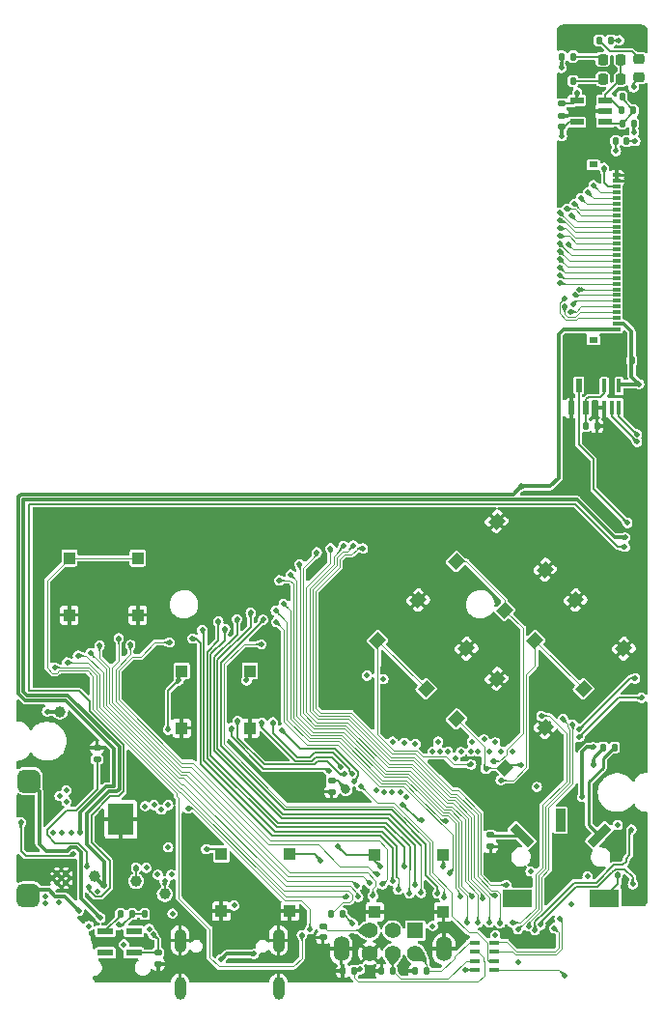
<source format=gbr>
%TF.GenerationSoftware,KiCad,Pcbnew,7.0.1*%
%TF.CreationDate,2024-08-11T10:53:17-07:00*%
%TF.ProjectId,agbc,61676263-2e6b-4696-9361-645f70636258,X4/X5*%
%TF.SameCoordinates,Original*%
%TF.FileFunction,Copper,L4,Bot*%
%TF.FilePolarity,Positive*%
%FSLAX46Y46*%
G04 Gerber Fmt 4.6, Leading zero omitted, Abs format (unit mm)*
G04 Created by KiCad (PCBNEW 7.0.1) date 2024-08-11 10:53:17*
%MOMM*%
%LPD*%
G01*
G04 APERTURE LIST*
G04 Aperture macros list*
%AMRoundRect*
0 Rectangle with rounded corners*
0 $1 Rounding radius*
0 $2 $3 $4 $5 $6 $7 $8 $9 X,Y pos of 4 corners*
0 Add a 4 corners polygon primitive as box body*
4,1,4,$2,$3,$4,$5,$6,$7,$8,$9,$2,$3,0*
0 Add four circle primitives for the rounded corners*
1,1,$1+$1,$2,$3*
1,1,$1+$1,$4,$5*
1,1,$1+$1,$6,$7*
1,1,$1+$1,$8,$9*
0 Add four rect primitives between the rounded corners*
20,1,$1+$1,$2,$3,$4,$5,0*
20,1,$1+$1,$4,$5,$6,$7,0*
20,1,$1+$1,$6,$7,$8,$9,0*
20,1,$1+$1,$8,$9,$2,$3,0*%
%AMRotRect*
0 Rectangle, with rotation*
0 The origin of the aperture is its center*
0 $1 length*
0 $2 width*
0 $3 Rotation angle, in degrees counterclockwise*
0 Add horizontal line*
21,1,$1,$2,0,0,$3*%
G04 Aperture macros list end*
%TA.AperFunction,ComponentPad*%
%ADD10R,1.400000X1.400000*%
%TD*%
%TA.AperFunction,ComponentPad*%
%ADD11C,1.400000*%
%TD*%
%TA.AperFunction,ComponentPad*%
%ADD12O,1.400000X2.200000*%
%TD*%
%TA.AperFunction,ComponentPad*%
%ADD13O,1.050000X2.100000*%
%TD*%
%TA.AperFunction,ComponentPad*%
%ADD14O,1.000000X2.000000*%
%TD*%
%TA.AperFunction,ComponentPad*%
%ADD15C,0.500000*%
%TD*%
%TA.AperFunction,ComponentPad*%
%ADD16C,0.600000*%
%TD*%
%TA.AperFunction,SMDPad,CuDef*%
%ADD17R,2.300000X2.800000*%
%TD*%
%TA.AperFunction,SMDPad,CuDef*%
%ADD18RoundRect,0.140000X0.140000X0.170000X-0.140000X0.170000X-0.140000X-0.170000X0.140000X-0.170000X0*%
%TD*%
%TA.AperFunction,SMDPad,CuDef*%
%ADD19R,1.000000X1.100000*%
%TD*%
%TA.AperFunction,SMDPad,CuDef*%
%ADD20RoundRect,0.140000X0.170000X-0.140000X0.170000X0.140000X-0.170000X0.140000X-0.170000X-0.140000X0*%
%TD*%
%TA.AperFunction,SMDPad,CuDef*%
%ADD21C,1.000000*%
%TD*%
%TA.AperFunction,SMDPad,CuDef*%
%ADD22RoundRect,0.218750X-0.218750X-0.256250X0.218750X-0.256250X0.218750X0.256250X-0.218750X0.256250X0*%
%TD*%
%TA.AperFunction,SMDPad,CuDef*%
%ADD23RotRect,0.800000X2.200000X225.000000*%
%TD*%
%TA.AperFunction,SMDPad,CuDef*%
%ADD24R,2.600000X1.500000*%
%TD*%
%TA.AperFunction,SMDPad,CuDef*%
%ADD25RotRect,0.800000X2.200000X135.000000*%
%TD*%
%TA.AperFunction,SMDPad,CuDef*%
%ADD26R,0.823000X2.000000*%
%TD*%
%TA.AperFunction,SMDPad,CuDef*%
%ADD27RoundRect,0.135000X0.135000X0.185000X-0.135000X0.185000X-0.135000X-0.185000X0.135000X-0.185000X0*%
%TD*%
%TA.AperFunction,SMDPad,CuDef*%
%ADD28RoundRect,0.500000X0.500000X0.500000X-0.500000X0.500000X-0.500000X-0.500000X0.500000X-0.500000X0*%
%TD*%
%TA.AperFunction,SMDPad,CuDef*%
%ADD29RoundRect,0.135000X-0.135000X-0.185000X0.135000X-0.185000X0.135000X0.185000X-0.135000X0.185000X0*%
%TD*%
%TA.AperFunction,SMDPad,CuDef*%
%ADD30R,1.200000X0.600000*%
%TD*%
%TA.AperFunction,SMDPad,CuDef*%
%ADD31R,0.900000X0.400000*%
%TD*%
%TA.AperFunction,SMDPad,CuDef*%
%ADD32RotRect,1.000000X1.100000X315.000000*%
%TD*%
%TA.AperFunction,SMDPad,CuDef*%
%ADD33RoundRect,0.218750X0.218750X0.256250X-0.218750X0.256250X-0.218750X-0.256250X0.218750X-0.256250X0*%
%TD*%
%TA.AperFunction,SMDPad,CuDef*%
%ADD34RoundRect,0.218750X0.256250X-0.218750X0.256250X0.218750X-0.256250X0.218750X-0.256250X-0.218750X0*%
%TD*%
%TA.AperFunction,SMDPad,CuDef*%
%ADD35RoundRect,0.135000X-0.185000X0.135000X-0.185000X-0.135000X0.185000X-0.135000X0.185000X0.135000X0*%
%TD*%
%TA.AperFunction,SMDPad,CuDef*%
%ADD36R,0.550000X1.150000*%
%TD*%
%TA.AperFunction,SMDPad,CuDef*%
%ADD37RoundRect,0.140000X-0.170000X0.140000X-0.170000X-0.140000X0.170000X-0.140000X0.170000X0.140000X0*%
%TD*%
%TA.AperFunction,SMDPad,CuDef*%
%ADD38R,0.400000X1.200000*%
%TD*%
%TA.AperFunction,SMDPad,CuDef*%
%ADD39R,0.650000X0.300000*%
%TD*%
%TA.AperFunction,SMDPad,CuDef*%
%ADD40R,0.800000X0.550000*%
%TD*%
%TA.AperFunction,SMDPad,CuDef*%
%ADD41R,1.400000X0.600000*%
%TD*%
%TA.AperFunction,ViaPad*%
%ADD42C,0.500000*%
%TD*%
%TA.AperFunction,ViaPad*%
%ADD43C,0.800000*%
%TD*%
%TA.AperFunction,Conductor*%
%ADD44C,0.125000*%
%TD*%
%TA.AperFunction,Conductor*%
%ADD45C,0.200000*%
%TD*%
%TA.AperFunction,Conductor*%
%ADD46C,0.300000*%
%TD*%
%TA.AperFunction,Conductor*%
%ADD47C,0.250000*%
%TD*%
%TA.AperFunction,Conductor*%
%ADD48C,0.150000*%
%TD*%
G04 APERTURE END LIST*
D10*
%TO.P,J1,1,VDD*%
%TO.N,VDD5*%
X143200000Y-127800000D03*
D11*
%TO.P,J1,2,SO*%
%TO.N,Net-(J1-SO)*%
X143200000Y-129800000D03*
%TO.P,J1,3,SI*%
%TO.N,Net-(J1-SI)*%
X141200000Y-127800000D03*
%TO.P,J1,4,SD*%
%TO.N,Net-(J1-SD)*%
X141200000Y-129800000D03*
%TO.P,J1,5,SC*%
%TO.N,Net-(J1-SC)*%
X139200000Y-127800000D03*
%TO.P,J1,6,GND*%
%TO.N,GNDPWR*%
X139200000Y-129800000D03*
D12*
%TO.P,J1,SH*%
X145700000Y-129400000D03*
X136700000Y-129400000D03*
%TD*%
D13*
%TO.P,J5,S1,SHELL_GND*%
%TO.N,GNDPWR*%
X122560000Y-128670000D03*
D14*
%TO.P,J5,S2,SHELL_GND*%
X122560000Y-132850000D03*
%TO.P,J5,S3,SHELL_GND*%
X131200000Y-132850000D03*
D13*
%TO.P,J5,S4,SHELL_GND*%
X131200000Y-128670000D03*
%TD*%
D15*
%TO.P,U4,17,EP*%
%TO.N,GNDPWR*%
X111750000Y-122800000D03*
X111750000Y-123600000D03*
X112550000Y-122800000D03*
X112550000Y-123600000D03*
%TD*%
D16*
%TO.P,U7,11,PAD*%
%TO.N,GNDPWR*%
X116850000Y-117300000D03*
X116850000Y-118800000D03*
X117350000Y-118050000D03*
D17*
X117350000Y-118050000D03*
D16*
X117850000Y-117300000D03*
X117850000Y-118800000D03*
%TD*%
D18*
%TO.P,C12,1*%
%TO.N,GNDPWR*%
X163150000Y-77825000D03*
%TO.P,C12,2*%
%TO.N,VDD5*%
X162190000Y-77825000D03*
%TD*%
D19*
%TO.P,SW6,1,1*%
%TO.N,/B*%
X128700000Y-105050000D03*
X122700000Y-105050000D03*
%TO.P,SW6,2,2*%
%TO.N,GNDPWR*%
X128700000Y-110050000D03*
X122700000Y-110050000D03*
%TD*%
D20*
%TO.P,C27,1*%
%TO.N,VDD5*%
X156050000Y-55340000D03*
%TO.P,C27,2*%
%TO.N,GNDPWR*%
X156050000Y-54380000D03*
%TD*%
D21*
%TO.P,TP3,1,1*%
%TO.N,VDD3*%
X118700000Y-123475000D03*
%TD*%
D20*
%TO.P,C26,1*%
%TO.N,VCC*%
X156050000Y-57350000D03*
%TO.P,C26,2*%
%TO.N,GNDPWR*%
X156050000Y-56390000D03*
%TD*%
D21*
%TO.P,TP4,1,1*%
%TO.N,VDD5*%
X112025000Y-108600000D03*
%TD*%
D20*
%TO.P,C16,1*%
%TO.N,GNDPWR*%
X120625000Y-130725000D03*
%TO.P,C16,2*%
%TO.N,SW_VCC*%
X120625000Y-129765000D03*
%TD*%
D22*
%TO.P,D3,1,K*%
%TO.N,/Battery indicator/BAD_CATH*%
X159650000Y-53150000D03*
%TO.P,D3,2,A*%
%TO.N,/Battery indicator/LED_DRIVE*%
X161225000Y-53150000D03*
%TD*%
D23*
%TO.P,VR1,1,CW*%
%TO.N,Net-(VR1-CW)*%
X152550000Y-119450000D03*
D24*
%TO.P,VR1,2,Wiper*%
%TO.N,VOLUME*%
X159750000Y-124950000D03*
D25*
%TO.P,VR1,3,CCW*%
%TO.N,Net-(VR1-CCW)*%
X159350000Y-119450000D03*
D26*
%TO.P,VR1,MH1,MH1*%
%TO.N,unconnected-(VR1-PadMH1)*%
X155961500Y-118150000D03*
D24*
%TO.P,VR1,MH2,MH2*%
%TO.N,unconnected-(VR1-PadMH2)*%
X152150000Y-124973000D03*
%TD*%
D27*
%TO.P,R22,1*%
%TO.N,Net-(U5-CLEAR)*%
X118335000Y-126350000D03*
%TO.P,R22,2*%
%TO.N,Net-(IC1-RST)*%
X117315000Y-126350000D03*
%TD*%
D28*
%TO.P,TP6,1,1*%
%TO.N,/AGBC Audio/LSPK_N*%
X109250000Y-124700000D03*
%TD*%
D21*
%TO.P,TP2,1,1*%
%TO.N,VCC*%
X121225000Y-124600000D03*
%TD*%
D29*
%TO.P,R2,1*%
%TO.N,/CRT_WR*%
X135780000Y-126350000D03*
%TO.P,R2,2*%
%TO.N,/CPU_WR*%
X136800000Y-126350000D03*
%TD*%
D30*
%TO.P,U9,1,OUT*%
%TO.N,/Battery indicator/LED_DRIVE*%
X159860000Y-55050000D03*
%TO.P,U9,2,GND*%
%TO.N,GNDPWR*%
X159860000Y-56000000D03*
%TO.P,U9,3,IN+*%
%TO.N,Net-(U9-IN+)*%
X159860000Y-56950000D03*
%TO.P,U9,4,IN-*%
%TO.N,VCC*%
X157360000Y-56950000D03*
%TO.P,U9,5,VCC*%
%TO.N,VDD5*%
X157360000Y-55050000D03*
%TD*%
D28*
%TO.P,TP5,1,1*%
%TO.N,Net-(U8-VO1)*%
X109300000Y-114700000D03*
%TD*%
D31*
%TO.P,RN1,1,R1.1*%
%TO.N,Net-(J1-SC)*%
X148450000Y-131250000D03*
%TO.P,RN1,2,R2.1*%
%TO.N,Net-(J1-SD)*%
X148450000Y-130450000D03*
%TO.P,RN1,3,R3.1*%
%TO.N,Net-(J1-SI)*%
X148450000Y-129650000D03*
%TO.P,RN1,4,R4.1*%
%TO.N,Net-(J1-SO)*%
X148450000Y-128850000D03*
%TO.P,RN1,5,R4.2*%
%TO.N,SOUT*%
X150150000Y-128850000D03*
%TO.P,RN1,6,R3.2*%
%TO.N,SIN*%
X150150000Y-129650000D03*
%TO.P,RN1,7,R2.2*%
%TO.N,R4*%
X150150000Y-130450000D03*
%TO.P,RN1,8,R1.2*%
%TO.N,SCK*%
X150150000Y-131250000D03*
%TD*%
D32*
%TO.P,SW4,1,1*%
%TO.N,/LEFT*%
X153705245Y-102369218D03*
X157947885Y-106611858D03*
%TO.P,SW4,2,2*%
%TO.N,GNDPWR*%
X157240779Y-98833684D03*
X161483419Y-103076324D03*
%TD*%
D18*
%TO.P,C28,1*%
%TO.N,Net-(Q2-D)*%
X161750000Y-58600000D03*
%TO.P,C28,2*%
%TO.N,/Screen controls/TOUCH*%
X160790000Y-58600000D03*
%TD*%
D27*
%TO.P,R19,1*%
%TO.N,Net-(U9-IN+)*%
X162340000Y-55900000D03*
%TO.P,R19,2*%
%TO.N,/Battery indicator/LED_DRIVE*%
X161320000Y-55900000D03*
%TD*%
D18*
%TO.P,C6,1*%
%TO.N,Net-(J1-SO)*%
X144150000Y-131350000D03*
%TO.P,C6,2*%
%TO.N,GNDPWR*%
X143190000Y-131350000D03*
%TD*%
D29*
%TO.P,R15,1*%
%TO.N,VDD5*%
X159655000Y-111750000D03*
%TO.P,R15,2*%
%TO.N,Net-(VR1-CCW)*%
X160675000Y-111750000D03*
%TD*%
D27*
%TO.P,R21,1*%
%TO.N,GNDPWR*%
X162350000Y-54700000D03*
%TO.P,R21,2*%
%TO.N,Net-(U9-IN+)*%
X161330000Y-54700000D03*
%TD*%
D21*
%TO.P,TP1,1,1*%
%TO.N,SW_VCC*%
X115025000Y-123025000D03*
%TD*%
D18*
%TO.P,C3,1*%
%TO.N,Net-(J1-SD)*%
X141200000Y-131350000D03*
%TO.P,C3,2*%
%TO.N,GNDPWR*%
X140240000Y-131350000D03*
%TD*%
D27*
%TO.P,R12,1*%
%TO.N,GNDPWR*%
X120460000Y-126350000D03*
%TO.P,R12,2*%
%TO.N,Net-(U5-CLEAR)*%
X119440000Y-126350000D03*
%TD*%
D18*
%TO.P,C4,1*%
%TO.N,Net-(J1-SI)*%
X137800000Y-131350000D03*
%TO.P,C4,2*%
%TO.N,GNDPWR*%
X136840000Y-131350000D03*
%TD*%
D33*
%TO.P,D2,1,K*%
%TO.N,/Battery indicator/LED_DRIVE*%
X161225000Y-51450000D03*
%TO.P,D2,2,A*%
%TO.N,/Battery indicator/GOOD_AN*%
X159650000Y-51450000D03*
%TD*%
D34*
%TO.P,D1,1,K*%
%TO.N,CHG_LED*%
X162850000Y-52987500D03*
%TO.P,D1,2,A*%
%TO.N,Net-(D1-A)*%
X162850000Y-51412500D03*
%TD*%
D27*
%TO.P,R20,1*%
%TO.N,VDD5*%
X162350000Y-57050000D03*
%TO.P,R20,2*%
%TO.N,Net-(U9-IN+)*%
X161330000Y-57050000D03*
%TD*%
%TO.P,R18,1*%
%TO.N,/Battery indicator/BAD_CATH*%
X157035000Y-53350000D03*
%TO.P,R18,2*%
%TO.N,GNDPWR*%
X156015000Y-53350000D03*
%TD*%
D35*
%TO.P,R5,1*%
%TO.N,GNDPWR*%
X115275000Y-111765000D03*
%TO.P,R5,2*%
%TO.N,Net-(U4-ILIM)*%
X115275000Y-112785000D03*
%TD*%
D19*
%TO.P,SW8,1,1*%
%TO.N,/SEL*%
X145650000Y-121150000D03*
X139650000Y-121150000D03*
%TO.P,SW8,2,2*%
%TO.N,GNDPWR*%
X145650000Y-126150000D03*
X139650000Y-126150000D03*
%TD*%
%TO.P,SW7,1,1*%
%TO.N,/START*%
X132172025Y-121100000D03*
X126172025Y-121100000D03*
%TO.P,SW7,2,2*%
%TO.N,GNDPWR*%
X132172025Y-126100000D03*
X126172025Y-126100000D03*
%TD*%
D36*
%TO.P,Q2,1,G*%
%TO.N,Net-(IC2-Y)*%
X158175000Y-82000000D03*
%TO.P,Q2,2,S*%
%TO.N,GNDPWR*%
X156875000Y-82000000D03*
%TO.P,Q2,3,D*%
%TO.N,Net-(Q2-D)*%
X157525000Y-80000000D03*
%TD*%
D18*
%TO.P,C29,1*%
%TO.N,GNDPWR*%
X159130000Y-83575000D03*
%TO.P,C29,2*%
%TO.N,Net-(IC2-Y)*%
X158170000Y-83575000D03*
%TD*%
D19*
%TO.P,SW5,1,1*%
%TO.N,/A*%
X118850000Y-95150000D03*
X112850000Y-95150000D03*
%TO.P,SW5,2,2*%
%TO.N,GNDPWR*%
X118850000Y-100150000D03*
X112850000Y-100150000D03*
%TD*%
D37*
%TO.P,C9,1*%
%TO.N,VDD3*%
X135850000Y-114670000D03*
%TO.P,C9,2*%
%TO.N,GNDPWR*%
X135850000Y-115630000D03*
%TD*%
D29*
%TO.P,R17,1*%
%TO.N,VDD5*%
X156000000Y-51200000D03*
%TO.P,R17,2*%
%TO.N,/Battery indicator/GOOD_AN*%
X157020000Y-51200000D03*
%TD*%
D32*
%TO.P,SW2,1,1*%
%TO.N,/DOWN*%
X146805245Y-109269218D03*
X151047885Y-113511858D03*
%TO.P,SW2,2,2*%
%TO.N,GNDPWR*%
X150340779Y-105733684D03*
X154583419Y-109976324D03*
%TD*%
D38*
%TO.P,IC2,1,A*%
%TO.N,/DOWN*%
X161075000Y-81950000D03*
%TO.P,IC2,2,B*%
%TO.N,/SEL*%
X160425000Y-81950000D03*
%TO.P,IC2,3,GND*%
%TO.N,GNDPWR*%
X159775000Y-81950000D03*
%TO.P,IC2,4,Y*%
%TO.N,Net-(IC2-Y)*%
X159775000Y-80050000D03*
%TO.P,IC2,5,VCC*%
%TO.N,VDD5*%
X161075000Y-80050000D03*
%TD*%
D35*
%TO.P,R16,1*%
%TO.N,Net-(VR1-CW)*%
X149800000Y-119430000D03*
%TO.P,R16,2*%
%TO.N,GNDPWR*%
X149800000Y-120450000D03*
%TD*%
D32*
%TO.P,SW3,1,1*%
%TO.N,/UP*%
X146805245Y-95469218D03*
X151047885Y-99711858D03*
%TO.P,SW3,2,2*%
%TO.N,GNDPWR*%
X150340779Y-91933684D03*
X154583419Y-96176324D03*
%TD*%
D37*
%TO.P,C2,1*%
%TO.N,Net-(J1-SC)*%
X135100000Y-127450000D03*
%TO.P,C2,2*%
%TO.N,GNDPWR*%
X135100000Y-128410000D03*
%TD*%
D32*
%TO.P,SW1,1,1*%
%TO.N,/RIGHT*%
X139905245Y-102369218D03*
X144147885Y-106611858D03*
%TO.P,SW1,2,2*%
%TO.N,GNDPWR*%
X143440779Y-98833684D03*
X147683419Y-103076324D03*
%TD*%
D29*
%TO.P,R9,1*%
%TO.N,Net-(D1-A)*%
X159330000Y-49775000D03*
%TO.P,R9,2*%
%TO.N,SW_VCC*%
X160350000Y-49775000D03*
%TD*%
D39*
%TO.P,J3,1,1*%
%TO.N,VCC*%
X160875000Y-75100000D03*
%TO.P,J3,2,2*%
%TO.N,VDD5*%
X160875000Y-74600000D03*
%TO.P,J3,3,3*%
%TO.N,/DCK*%
X160875000Y-74100000D03*
%TO.P,J3,4,4*%
%TO.N,/LP*%
X160875000Y-73600000D03*
%TO.P,J3,5,5*%
%TO.N,/PS*%
X160875000Y-73100000D03*
%TO.P,J3,6,6*%
%TO.N,/LDB5*%
X160875000Y-72600000D03*
%TO.P,J3,7,7*%
%TO.N,/LDB4*%
X160875000Y-72100000D03*
%TO.P,J3,8,8*%
%TO.N,/LDB3*%
X160875000Y-71600000D03*
%TO.P,J3,9,9*%
%TO.N,/LDB2*%
X160875000Y-71100000D03*
%TO.P,J3,10,10*%
%TO.N,/LDB1*%
X160875000Y-70600000D03*
%TO.P,J3,11,11*%
%TO.N,/LDB0*%
X160875000Y-70100000D03*
%TO.P,J3,12,12*%
%TO.N,/LDG5*%
X160875000Y-69600000D03*
%TO.P,J3,13,13*%
%TO.N,/LDG4*%
X160875000Y-69100000D03*
%TO.P,J3,14,14*%
%TO.N,/LDG3*%
X160875000Y-68600000D03*
%TO.P,J3,15,15*%
%TO.N,/LDG2*%
X160875000Y-68100000D03*
%TO.P,J3,16,16*%
%TO.N,/LDG1*%
X160875000Y-67600000D03*
%TO.P,J3,17,17*%
%TO.N,/LDG0*%
X160875000Y-67100000D03*
%TO.P,J3,18,18*%
%TO.N,/LDR5*%
X160875000Y-66600000D03*
%TO.P,J3,19,19*%
%TO.N,/LDR4*%
X160875000Y-66100000D03*
%TO.P,J3,20,20*%
%TO.N,/LDR3*%
X160875000Y-65600000D03*
%TO.P,J3,21,21*%
%TO.N,/LDR2*%
X160875000Y-65100000D03*
%TO.P,J3,22,22*%
%TO.N,/LDR1*%
X160875000Y-64600000D03*
%TO.P,J3,23,23*%
%TO.N,/LDR0*%
X160875000Y-64100000D03*
%TO.P,J3,24,24*%
%TO.N,/SPL*%
X160875000Y-63600000D03*
%TO.P,J3,25,25*%
%TO.N,/SPS*%
X160875000Y-63100000D03*
%TO.P,J3,26,26*%
%TO.N,/Screen controls/TOUCH*%
X160875000Y-62600000D03*
%TO.P,J3,27,27*%
%TO.N,GNDPWR*%
X160875000Y-62100000D03*
%TO.P,J3,28,28*%
X160875000Y-61600000D03*
D40*
%TO.P,J3,MP1,MP1*%
%TO.N,unconnected-(J3-PadMP1)*%
X158800000Y-76025000D03*
%TO.P,J3,MP2,MP2*%
%TO.N,unconnected-(J3-PadMP2)*%
X158800000Y-60675000D03*
%TD*%
D41*
%TO.P,IC1,1,~{RST}*%
%TO.N,unconnected-(IC1-~{RST}-Pad1)*%
X116000000Y-129750000D03*
%TO.P,IC1,2,VSS*%
%TO.N,GNDPWR*%
X116000000Y-128800000D03*
%TO.P,IC1,3,RST*%
%TO.N,Net-(IC1-RST)*%
X116000000Y-127850000D03*
%TO.P,IC1,4,~{MR}*%
%TO.N,unconnected-(IC1-~{MR}-Pad4)*%
X118500000Y-127850000D03*
%TO.P,IC1,5,VDD*%
%TO.N,SW_VCC*%
X118500000Y-129750000D03*
%TD*%
D42*
%TO.N,VDD5*%
X110900000Y-108600000D03*
X112600000Y-115500000D03*
X112000000Y-116000000D03*
X162829500Y-79900000D03*
X153300000Y-122600000D03*
X112600000Y-116500000D03*
X158825000Y-113264500D03*
X157400000Y-54350000D03*
X144725000Y-127400000D03*
X156000000Y-52200000D03*
X119500000Y-116900000D03*
X162379500Y-57825000D03*
X156874414Y-125524414D03*
X150200000Y-128220498D03*
X152200000Y-130550000D03*
%TO.N,GNDPWR*%
X142300000Y-131075000D03*
X162150000Y-49800000D03*
D43*
X160900000Y-97500000D03*
D42*
X163100000Y-83250000D03*
D43*
X143900000Y-104600000D03*
D42*
X154500000Y-128250000D03*
X137750000Y-116250000D03*
X156850000Y-52450000D03*
X152850000Y-116950000D03*
D43*
X124500000Y-131350000D03*
X123250000Y-118900000D03*
D42*
X156050000Y-61050000D03*
X161675000Y-125300000D03*
X157050000Y-49800000D03*
X134600000Y-131450000D03*
D43*
X110450000Y-94500000D03*
D42*
X156800000Y-61050000D03*
X151350000Y-116000000D03*
X152475000Y-123575000D03*
X163000000Y-49800000D03*
X133800000Y-129200000D03*
X156950000Y-116000000D03*
X163100000Y-81400000D03*
X157050000Y-48950000D03*
D43*
X136200000Y-101000000D03*
D42*
X108600000Y-116950000D03*
X158650000Y-56950000D03*
X153850000Y-120850000D03*
X157450000Y-122000000D03*
X160600000Y-105300000D03*
X134900000Y-115650000D03*
D43*
X137350000Y-99850000D03*
D42*
X158600000Y-55100000D03*
X109400000Y-116950000D03*
D43*
X162050000Y-97500000D03*
D42*
X156200000Y-49800000D03*
X156800000Y-61800000D03*
X114050000Y-112450000D03*
D43*
X162100000Y-98650000D03*
D42*
X155300000Y-128250000D03*
X157450000Y-121232340D03*
X108600000Y-117600000D03*
X163000000Y-48950000D03*
X138450000Y-115850000D03*
D43*
X111600000Y-93350000D03*
D42*
X157000000Y-118200000D03*
X163250000Y-78650000D03*
X134550000Y-129200000D03*
D43*
X111650000Y-94500000D03*
D42*
X153850000Y-121600000D03*
X116396393Y-126679500D03*
X152850000Y-117700000D03*
X162000000Y-106800000D03*
X131764845Y-114236137D03*
X149350000Y-115900000D03*
X146800000Y-104700000D03*
D43*
X123300000Y-131350000D03*
X136200000Y-99850000D03*
D42*
X113300000Y-112450000D03*
X155300000Y-129100000D03*
X109400000Y-117600000D03*
X153650000Y-117700000D03*
X162825000Y-109150000D03*
X163150000Y-63600000D03*
X153650000Y-116950000D03*
X108600000Y-122700000D03*
D43*
X143900000Y-102100000D03*
D42*
X156050000Y-61800000D03*
D43*
X124200000Y-119850000D03*
X137400000Y-101000000D03*
X110450000Y-93350000D03*
D42*
X160500000Y-120800000D03*
X163100000Y-82300000D03*
X151950000Y-123025000D03*
X163150000Y-62150000D03*
X162000000Y-108350000D03*
X118700000Y-125450000D03*
X114150000Y-126850000D03*
X113300000Y-111650000D03*
X156200000Y-48950000D03*
X120400000Y-101600000D03*
X158600000Y-56000000D03*
X162150000Y-48950000D03*
X162000000Y-109150000D03*
X145100000Y-113100000D03*
X154500000Y-129100000D03*
X109200000Y-122700000D03*
D43*
X143900000Y-103350000D03*
X160900000Y-98650000D03*
D42*
X163150000Y-65150000D03*
X160900000Y-121300000D03*
X163150000Y-66650000D03*
X162825000Y-108350000D03*
X130800000Y-126100000D03*
%TO.N,VDD3*%
X118700000Y-122300000D03*
X142418447Y-116114242D03*
D43*
X137100000Y-115400000D03*
D42*
X157850000Y-116100000D03*
X119600000Y-122300000D03*
X127300000Y-125600000D03*
X158825000Y-111725000D03*
X153850000Y-115200000D03*
%TO.N,SW_VCC*%
X119850000Y-127650000D03*
X115350000Y-124350000D03*
X120200000Y-128150000D03*
X115900000Y-123850000D03*
X111900000Y-125350000D03*
X161600000Y-93350000D03*
X161075000Y-49775000D03*
%TO.N,/CRT_WR*%
X112650000Y-104288000D03*
%TO.N,/CRT_RD*%
X113600000Y-103700000D03*
X138200000Y-124850000D03*
%TO.N,/CRT_CS*%
X138095151Y-123854849D03*
X114704545Y-103472996D03*
%TO.N,/CRT_A0*%
X139200000Y-123650000D03*
X115500000Y-102800000D03*
%TO.N,/CRT_A1*%
X117176684Y-102173316D03*
X139474500Y-124750000D03*
%TO.N,/CRT_A2*%
X118200000Y-102750000D03*
X139851684Y-122898316D03*
%TO.N,/CRT_A3*%
X140313684Y-123750000D03*
X121650000Y-102550000D03*
%TO.N,/CRT_A4*%
X123650000Y-102200000D03*
X141200000Y-123450000D03*
%TO.N,/CRT_A5*%
X141700000Y-124200000D03*
X124500000Y-101450000D03*
%TO.N,/CRT_A6*%
X125910000Y-100700000D03*
X142200000Y-122200000D03*
%TO.N,/CRT_A7*%
X142674500Y-124550000D03*
X126500000Y-101350000D03*
%TO.N,/CRT_A8*%
X127550000Y-100500000D03*
X143136500Y-123800000D03*
%TO.N,/CRT_A9*%
X143700000Y-124500000D03*
X128750000Y-99950000D03*
%TO.N,/CRT_A10*%
X129850000Y-100550000D03*
X145150000Y-124550000D03*
%TO.N,/CRT_A11*%
X145720195Y-124861016D03*
X129700000Y-102700000D03*
%TO.N,/CRT_A12*%
X131000000Y-100750000D03*
X146243000Y-122750000D03*
%TO.N,/CRT_A13*%
X130950000Y-99750000D03*
X145850000Y-118200000D03*
%TO.N,/CRT_A14*%
X131650000Y-99150000D03*
X147178862Y-124821138D03*
%TO.N,/CRT_A15*%
X147700000Y-127100000D03*
X131250000Y-97100000D03*
%TO.N,/CRT_D0*%
X132250000Y-96600000D03*
X148200000Y-124800000D03*
%TO.N,/CRT_D1*%
X148700000Y-127100000D03*
X133050000Y-95700000D03*
%TO.N,/CRT_D2*%
X134550000Y-94650000D03*
X149124500Y-124945977D03*
%TO.N,/CRT_D3*%
X135750000Y-94300000D03*
X149700000Y-127100000D03*
%TO.N,/CRT_D4*%
X136900000Y-94100000D03*
X150162000Y-124750000D03*
%TO.N,/CRT_D5*%
X137750000Y-94050000D03*
X150624500Y-127150000D03*
%TO.N,/CRT_D6*%
X138600000Y-94300000D03*
X151200000Y-123800000D03*
%TO.N,/CRT_D7*%
X151700000Y-127100000D03*
X154259075Y-108986156D03*
%TO.N,RESET*%
X152200000Y-127700000D03*
X156150000Y-109250000D03*
%TO.N,/CRT_VIN*%
X153126992Y-127426992D03*
X157000000Y-109750000D03*
%TO.N,/CPU_WR*%
X137700000Y-127150000D03*
%TO.N,/MA2*%
X137850000Y-114708849D03*
X131500000Y-110250000D03*
%TO.N,/MA1*%
X130709705Y-109546196D03*
X137689477Y-114060523D03*
%TO.N,/MA0*%
X129730480Y-109569520D03*
X136653763Y-113496237D03*
%TO.N,/MD0*%
X127600000Y-109400000D03*
X137018956Y-114081044D03*
%TO.N,/MD1*%
X127050000Y-110050000D03*
X135607364Y-113792636D03*
%TO.N,CHG_LED*%
X161575000Y-94175000D03*
X114550000Y-123950000D03*
X162350000Y-53900000D03*
%TO.N,Net-(J2-PHI)*%
X137150000Y-124850000D03*
X111550000Y-104750000D03*
%TO.N,/SPS*%
X158825000Y-62475000D03*
X151700000Y-112100000D03*
%TO.N,/SPL*%
X150700000Y-112100000D03*
X158350000Y-63100000D03*
%TO.N,/LDR0*%
X157732486Y-63620500D03*
X150200000Y-111300000D03*
%TO.N,/LDR1*%
X149700000Y-112100000D03*
X157176374Y-64097443D03*
%TO.N,/LDR2*%
X156484501Y-64526010D03*
X149238000Y-111048606D03*
%TO.N,/LDR3*%
X156915968Y-65134032D03*
X148700000Y-112100000D03*
%TO.N,/LDR4*%
X148162000Y-111300000D03*
X155900000Y-64895964D03*
%TO.N,/LDR5*%
X155900000Y-65575467D03*
X148050498Y-112100500D03*
%TO.N,/LDG0*%
X147200000Y-112150000D03*
X155900000Y-66254970D03*
%TO.N,/LDG1*%
X155900000Y-66934473D03*
X146700000Y-112700000D03*
%TO.N,/LDG2*%
X146050000Y-112100000D03*
X156592921Y-67638000D03*
%TO.N,/LDG3*%
X145349502Y-112100500D03*
X155900000Y-67613976D03*
%TO.N,/LDG4*%
X155900000Y-68293479D03*
X145200000Y-111250000D03*
%TO.N,/LDG5*%
X144700000Y-112100000D03*
X155900000Y-68972982D03*
%TO.N,/LDB0*%
X143208000Y-111450000D03*
X155900000Y-69652485D03*
%TO.N,/LDB1*%
X155900000Y-70350000D03*
X141900000Y-115675000D03*
%TO.N,/LDB2*%
X155900000Y-71011491D03*
X142238000Y-111350000D03*
%TO.N,/LDB3*%
X157600000Y-71600000D03*
X141175127Y-115635287D03*
%TO.N,/LDB4*%
X157194259Y-72107176D03*
X141200000Y-111250000D03*
%TO.N,/LDB5*%
X157056200Y-72900000D03*
X140430177Y-115635287D03*
%TO.N,/PS*%
X156776200Y-73550000D03*
X140400000Y-105750000D03*
%TO.N,/LP*%
X156300000Y-73100000D03*
X139781142Y-115528412D03*
%TO.N,/DCK*%
X138950000Y-105450000D03*
X156300000Y-72400000D03*
%TO.N,/SEL*%
X143725000Y-118150000D03*
X140150000Y-122150000D03*
X136400000Y-120400000D03*
X162475000Y-105700000D03*
X145650000Y-122150000D03*
X157570508Y-110176167D03*
X162652000Y-84974503D03*
X142105533Y-116744467D03*
%TO.N,/START*%
X124850000Y-120650000D03*
X134900000Y-121650000D03*
%TO.N,/B*%
X122428396Y-105867595D03*
X123250000Y-117100000D03*
X133950000Y-127700000D03*
X128390981Y-105881363D03*
X121500000Y-110200000D03*
%TO.N,/A*%
X133250000Y-128200000D03*
%TO.N,/LEFT*%
X150675000Y-114613908D03*
%TO.N,/UP*%
X150050000Y-112950000D03*
%TO.N,/DOWN*%
X162652000Y-84325000D03*
X149400000Y-113650000D03*
X163050000Y-107400000D03*
X152475500Y-113273316D03*
X157600000Y-110825000D03*
%TO.N,/RIGHT*%
X148100000Y-113250000D03*
%TO.N,/AGBC Audio/L_IN*%
X162275000Y-123750000D03*
X154190815Y-127295539D03*
%TO.N,/AGBC Audio/R_IN*%
X153691315Y-127748541D03*
X162150000Y-118950000D03*
%TO.N,/AGBC Audio/LSPK_N*%
X113700000Y-126050000D03*
X158297056Y-123036812D03*
%TO.N,VOLUME*%
X160950000Y-122900000D03*
%TO.N,SCK*%
X156300000Y-131725000D03*
%TO.N,R4*%
X138422842Y-115171040D03*
%TO.N,SIN*%
X155850000Y-126725000D03*
%TO.N,SOUT*%
X155380960Y-127575337D03*
%TO.N,Net-(F2-Pad2)*%
X129050000Y-129850000D03*
X126150000Y-130350000D03*
%TO.N,VCC*%
X121200000Y-123500000D03*
X111400000Y-119200000D03*
X120600000Y-122900000D03*
X156050000Y-58175000D03*
X121500000Y-120500000D03*
X113800000Y-119200000D03*
X152500000Y-88863000D03*
X121800000Y-122900000D03*
X113000000Y-119200000D03*
X112200000Y-119200000D03*
%TO.N,Net-(J1-SC)*%
X147538969Y-131214398D03*
%TO.N,Net-(J1-SI)*%
X138347133Y-131200500D03*
%TO.N,Net-(U4-BAT_1)*%
X120900000Y-117200000D03*
X121500000Y-116800000D03*
X110725000Y-125400000D03*
X120300000Y-116800000D03*
X110725000Y-124800000D03*
%TO.N,Net-(U4-IN)*%
X121900000Y-126300000D03*
X108600000Y-118300000D03*
X113200000Y-121079502D03*
%TO.N,Net-(U4-ILIM)*%
X114400000Y-122200000D03*
%TO.N,Net-(U5-IN)*%
X117637253Y-129015069D03*
X114550000Y-127400000D03*
%TO.N,Net-(U8-VO1)*%
X115571855Y-126674500D03*
X160950000Y-118550000D03*
%TO.N,Net-(U5-CLEAR)*%
X117152358Y-127308758D03*
%TO.N,Net-(Q2-D)*%
X162500000Y-58600000D03*
X161799500Y-92078601D03*
%TO.N,/Screen controls/TOUCH*%
X159750000Y-60950000D03*
X160800000Y-59475000D03*
%TD*%
D44*
%TO.N,Net-(J1-SC)*%
X135350000Y-127700000D02*
X135450000Y-127800000D01*
X135350000Y-127450000D02*
X135350000Y-127700000D01*
D45*
%TO.N,VDD5*%
X157070000Y-55340000D02*
X157360000Y-55050000D01*
D46*
X162170000Y-75295000D02*
X162170000Y-77805000D01*
D47*
X156000000Y-51200000D02*
X156000000Y-52200000D01*
D46*
X160875000Y-74600000D02*
X161475000Y-74600000D01*
D45*
X162350000Y-57795500D02*
X162379500Y-57825000D01*
D46*
X161475000Y-74600000D02*
X162170000Y-75295000D01*
D47*
X158825000Y-113264500D02*
X158825000Y-112580000D01*
D45*
X157360000Y-54390000D02*
X157400000Y-54350000D01*
D46*
X110900000Y-108600000D02*
X112025000Y-108600000D01*
D45*
X162350000Y-57050000D02*
X162350000Y-57795500D01*
X156050000Y-55340000D02*
X157070000Y-55340000D01*
D46*
X162829500Y-79900000D02*
X161225000Y-79900000D01*
X162170000Y-79240500D02*
X162170000Y-77845000D01*
X161225000Y-79900000D02*
X161075000Y-80050000D01*
D45*
X157360000Y-55050000D02*
X157360000Y-54390000D01*
D46*
X162170000Y-77805000D02*
X162190000Y-77825000D01*
D47*
X158825000Y-112580000D02*
X159655000Y-111750000D01*
D46*
X162829500Y-79900000D02*
X162170000Y-79240500D01*
X162170000Y-77845000D02*
X162190000Y-77825000D01*
D44*
%TO.N,GNDPWR*%
X143190000Y-131350000D02*
X143200000Y-131340000D01*
X143190000Y-131425000D02*
X143200000Y-131415000D01*
D46*
%TO.N,VDD3*%
X157850000Y-116100000D02*
X157850000Y-112150000D01*
X158275000Y-111725000D02*
X158825000Y-111725000D01*
D45*
X136370000Y-114670000D02*
X135850000Y-114670000D01*
X137100000Y-115400000D02*
X136370000Y-114670000D01*
D46*
X157850000Y-112150000D02*
X158275000Y-111725000D01*
D48*
X118700000Y-123475000D02*
X118700000Y-122300000D01*
D46*
%TO.N,SW_VCC*%
X117044670Y-115625000D02*
X116289670Y-115625000D01*
X115900000Y-123850000D02*
X115850000Y-123850000D01*
X108832241Y-90032241D02*
X108832241Y-106837571D01*
D48*
X120625000Y-128575000D02*
X120200000Y-128150000D01*
D46*
X109169670Y-107175000D02*
X112726818Y-107175000D01*
D48*
X120625000Y-129765000D02*
X120610000Y-129750000D01*
D46*
X115900000Y-121725000D02*
X115900000Y-123850000D01*
X115850000Y-123850000D02*
X115025000Y-123025000D01*
D48*
X161075000Y-49775000D02*
X160350000Y-49775000D01*
D46*
X157355330Y-90025000D02*
X108839482Y-90025000D01*
X117225000Y-111673182D02*
X117225000Y-115444670D01*
D48*
X120610000Y-129750000D02*
X118500000Y-129750000D01*
D46*
X116289670Y-115625000D02*
X114375000Y-117539670D01*
X117225000Y-115444670D02*
X117044670Y-115625000D01*
X108839482Y-90025000D02*
X108832241Y-90032241D01*
X112726818Y-107175000D02*
X117225000Y-111673182D01*
D48*
X120625000Y-129765000D02*
X120625000Y-128575000D01*
D46*
X114375000Y-117539670D02*
X114375000Y-120200000D01*
X160680330Y-93350000D02*
X157355330Y-90025000D01*
X114375000Y-120200000D02*
X115900000Y-121725000D01*
X108832241Y-106837571D02*
X109169670Y-107175000D01*
X161600000Y-93350000D02*
X160680330Y-93350000D01*
D44*
%TO.N,/CRT_WR*%
X122636551Y-115370000D02*
X122720000Y-115370000D01*
X137680000Y-125069534D02*
X137437034Y-125312500D01*
X137680000Y-124630466D02*
X137680000Y-125069534D01*
X137437034Y-125312500D02*
X136817500Y-125312500D01*
X114476567Y-104288000D02*
X115505000Y-105316433D01*
X115505000Y-108238449D02*
X122636551Y-115370000D01*
X131650000Y-124300000D02*
X137349534Y-124300000D01*
X137349534Y-124300000D02*
X137680000Y-124630466D01*
X115505000Y-105316433D02*
X115505000Y-108238449D01*
X112650000Y-104288000D02*
X114476567Y-104288000D01*
X122720000Y-115370000D02*
X131650000Y-124300000D01*
X136817500Y-125312500D02*
X135780000Y-126350000D01*
%TO.N,/CRT_RD*%
X114277475Y-103700000D02*
X113600000Y-103700000D01*
X131807402Y-123920000D02*
X122877401Y-114990000D01*
X137506935Y-123920000D02*
X131807402Y-123920000D01*
X138200000Y-124850000D02*
X138200000Y-124613065D01*
X122645459Y-114990000D02*
X115780000Y-108124541D01*
X122877401Y-114990000D02*
X122645459Y-114990000D01*
X138200000Y-124613065D02*
X137506935Y-123920000D01*
X115780000Y-105202525D02*
X114277475Y-103700000D01*
X115780000Y-108124541D02*
X115780000Y-105202525D01*
%TO.N,/CRT_CS*%
X122824804Y-114400000D02*
X122444368Y-114400000D01*
X116055000Y-104823451D02*
X114704545Y-103472996D01*
X116055000Y-108010632D02*
X116055000Y-104823451D01*
X137650000Y-123450000D02*
X131874804Y-123450000D01*
X122444368Y-114400000D02*
X116055000Y-108010632D01*
X131874804Y-123450000D02*
X122824804Y-114400000D01*
X138054849Y-123854849D02*
X137650000Y-123450000D01*
X138095151Y-123854849D02*
X138054849Y-123854849D01*
%TO.N,/CRT_A0*%
X132032206Y-123070000D02*
X138620000Y-123070000D01*
X138620000Y-123070000D02*
X139200000Y-123650000D01*
X123087206Y-114125000D02*
X132032206Y-123070000D01*
X115500000Y-103879543D02*
X116330000Y-104709543D01*
X115500000Y-102800000D02*
X115500000Y-103879543D01*
X122558276Y-114125000D02*
X123087206Y-114125000D01*
X116330000Y-104709543D02*
X116330000Y-107896724D01*
X116330000Y-107896724D02*
X122558276Y-114125000D01*
%TO.N,/CRT_A1*%
X122672184Y-113850000D02*
X116605000Y-107782816D01*
X116605000Y-107782816D02*
X116605000Y-104767184D01*
X139474500Y-124750000D02*
X139474500Y-124125500D01*
X117176684Y-104195500D02*
X117176684Y-102173316D01*
X138990000Y-122690000D02*
X132189608Y-122690000D01*
X139474500Y-124125500D02*
X139730000Y-123870000D01*
X116605000Y-104767184D02*
X117176684Y-104195500D01*
X123349605Y-113850000D02*
X122672184Y-113850000D01*
X132189608Y-122690000D02*
X123349605Y-113850000D01*
X139730000Y-123430000D02*
X138990000Y-122690000D01*
X139730000Y-123870000D02*
X139730000Y-123430000D01*
%TO.N,/CRT_A2*%
X116880000Y-104881092D02*
X118200000Y-103561091D01*
X122681092Y-113470000D02*
X116880000Y-107668908D01*
X139043897Y-122206495D02*
X136606495Y-122206495D01*
X136606495Y-122206495D02*
X134670000Y-120270000D01*
X134670000Y-120270000D02*
X130320000Y-120270000D01*
X139735718Y-122898316D02*
X139043897Y-122206495D01*
X139851684Y-122898316D02*
X139735718Y-122898316D01*
X130320000Y-120270000D02*
X123520000Y-113470000D01*
X123520000Y-113470000D02*
X122681092Y-113470000D01*
X118200000Y-103561091D02*
X118200000Y-102750000D01*
X116880000Y-107668908D02*
X116880000Y-104881092D01*
%TO.N,/CRT_A3*%
X140000000Y-119890000D02*
X130477402Y-119890000D01*
X117155000Y-104995000D02*
X118357500Y-103792500D01*
X140737500Y-123326184D02*
X140737500Y-123258426D01*
X140750000Y-120640000D02*
X140000000Y-119890000D01*
X123677401Y-113090000D02*
X122690000Y-113090000D01*
X119104001Y-103792500D02*
X120346501Y-102550000D01*
X118357500Y-103792500D02*
X119104001Y-103792500D01*
X122690000Y-113090000D02*
X117155000Y-107555000D01*
X140313684Y-123750000D02*
X140737500Y-123326184D01*
X140737500Y-123258426D02*
X140750000Y-123245926D01*
X140750000Y-123245926D02*
X140750000Y-120640000D01*
X120346501Y-102550000D02*
X121650000Y-102550000D01*
X117155000Y-107555000D02*
X117155000Y-104995000D01*
X130477402Y-119890000D02*
X123677401Y-113090000D01*
D48*
%TO.N,/CRT_A4*%
X130634803Y-119510000D02*
X140157401Y-119510000D01*
X130634803Y-119434803D02*
X130634803Y-119510000D01*
X140157401Y-119510000D02*
X141200000Y-120552598D01*
X130559606Y-119409606D02*
X130559606Y-119434803D01*
X130559606Y-119434803D02*
X130634803Y-119434803D01*
X124350000Y-113200000D02*
X130559606Y-119409606D01*
X141200000Y-120552598D02*
X141200000Y-123450000D01*
X123650000Y-102200000D02*
X123950000Y-102200000D01*
X124350000Y-102600000D02*
X124350000Y-113200000D01*
X123950000Y-102200000D02*
X124350000Y-102600000D01*
%TO.N,/CRT_A5*%
X140314802Y-119130000D02*
X141579999Y-120395196D01*
X124650000Y-112912599D02*
X130867402Y-119130001D01*
D44*
X141700000Y-124200000D02*
X141750000Y-124150000D01*
D48*
X141580000Y-123080466D02*
X141730000Y-123230466D01*
D44*
X141750000Y-123250466D02*
X141730000Y-123230466D01*
D48*
X141579999Y-120395196D02*
X141580000Y-123080466D01*
X124650000Y-101600000D02*
X124650000Y-112912599D01*
X124500000Y-101450000D02*
X124650000Y-101600000D01*
X130867402Y-119130001D02*
X140314802Y-119130000D01*
D44*
X141750000Y-124150000D02*
X141750000Y-123250466D01*
D48*
%TO.N,/CRT_A6*%
X124950000Y-112675197D02*
X131024804Y-118750001D01*
X142200000Y-120477797D02*
X142200000Y-122200000D01*
X124950000Y-103360000D02*
X124950000Y-112675197D01*
X125910000Y-100700000D02*
X125910000Y-102400000D01*
X125910000Y-102400000D02*
X124950000Y-103360000D01*
X140472203Y-118750000D02*
X142200000Y-120477797D01*
X131024804Y-118750001D02*
X140472203Y-118750000D01*
%TO.N,/CRT_A7*%
X126500000Y-101350000D02*
X126500000Y-102347401D01*
X142730000Y-120430000D02*
X142730000Y-122420000D01*
X125250000Y-103597401D02*
X125250000Y-112437795D01*
D44*
X142674500Y-124550000D02*
X142674500Y-122475500D01*
X142674500Y-122475500D02*
X142730000Y-122420000D01*
D48*
X125250000Y-112437795D02*
X131162205Y-118350000D01*
X126500000Y-102347401D02*
X125250000Y-103597401D01*
X140650000Y-118350000D02*
X142730000Y-120430000D01*
X131162205Y-118350000D02*
X140650000Y-118350000D01*
%TO.N,/CRT_A8*%
X143200000Y-120362598D02*
X140807401Y-117970000D01*
X140807401Y-117970000D02*
X131450000Y-117970000D01*
X143200000Y-123736500D02*
X143200000Y-120362598D01*
X125550000Y-103834802D02*
X127550000Y-101834802D01*
X125550000Y-112070000D02*
X125550000Y-103834802D01*
X127550000Y-101834802D02*
X127550000Y-100500000D01*
X143136500Y-123800000D02*
X143200000Y-123736500D01*
X131450000Y-117970000D02*
X125550000Y-112070000D01*
%TO.N,/CRT_A9*%
X140964802Y-117590000D02*
X131607402Y-117590000D01*
X125850000Y-104072204D02*
X128750000Y-101172204D01*
X131607402Y-117590000D02*
X125850000Y-111832598D01*
D44*
X143700000Y-124500000D02*
X143700000Y-120325198D01*
D48*
X143700000Y-120325198D02*
X140964802Y-117590000D01*
X128750000Y-101172204D02*
X128750000Y-99950000D01*
X125850000Y-111832598D02*
X125850000Y-104072204D01*
%TO.N,/CRT_A10*%
X144130000Y-122969086D02*
X144130000Y-120217796D01*
X145150000Y-124550000D02*
X145150000Y-123989086D01*
X131764804Y-117210000D02*
X126150000Y-111595196D01*
X141102204Y-117210000D02*
X131764804Y-117210000D01*
X144130000Y-120217796D02*
X141112204Y-117200000D01*
X145150000Y-123989086D02*
X144130000Y-122969086D01*
X126150000Y-111595196D02*
X126150000Y-104309606D01*
X141112204Y-117200000D02*
X141102204Y-117210000D01*
X126150000Y-104309606D02*
X129850000Y-100609606D01*
X129850000Y-100609606D02*
X129850000Y-100550000D01*
D44*
%TO.N,/CRT_A11*%
X128166192Y-102700000D02*
X129700000Y-102700000D01*
X126437500Y-111476110D02*
X126437500Y-104428692D01*
X126437500Y-104428692D02*
X128166192Y-102700000D01*
X145720195Y-124861016D02*
X145720195Y-124152695D01*
X141218790Y-116900000D02*
X131861390Y-116900000D01*
X144417500Y-122850000D02*
X144417500Y-120098710D01*
X145720195Y-124152695D02*
X144417500Y-122850000D01*
X144417500Y-120098710D02*
X141218790Y-116900000D01*
X131861390Y-116900000D02*
X126437500Y-111476110D01*
%TO.N,/CRT_A12*%
X142173287Y-115173287D02*
X140076660Y-115173287D01*
X131675000Y-109475000D02*
X131675000Y-101425000D01*
X133700000Y-111500000D02*
X131675000Y-109475000D01*
X146430000Y-119434074D02*
X143100000Y-116104074D01*
X131675000Y-101425000D02*
X131000000Y-100750000D01*
X140076660Y-115173287D02*
X136403373Y-111500000D01*
X136403373Y-111500000D02*
X133700000Y-111500000D01*
X146243000Y-122750000D02*
X146430000Y-122563000D01*
X143100000Y-116104074D02*
X143100000Y-116100000D01*
X146430000Y-122563000D02*
X146430000Y-119434074D01*
X143100000Y-116100000D02*
X142173287Y-115173287D01*
%TO.N,/CRT_A13*%
X143375000Y-115990166D02*
X145584834Y-118200000D01*
X133815980Y-111220000D02*
X136519353Y-111220000D01*
X130950000Y-99750000D02*
X131950000Y-100750000D01*
X143375000Y-115986092D02*
X143375000Y-115990166D01*
X145584834Y-118200000D02*
X145850000Y-118200000D01*
X131950000Y-100750000D02*
X131950000Y-109354020D01*
X131950000Y-109354020D02*
X133815980Y-111220000D01*
X142287195Y-114898287D02*
X143375000Y-115986092D01*
X140197640Y-114898287D02*
X142287195Y-114898287D01*
X136519353Y-111220000D02*
X140197640Y-114898287D01*
%TO.N,/CRT_A14*%
X147178862Y-124821138D02*
X147178862Y-124556678D01*
X142396103Y-114618287D02*
X140313620Y-114618287D01*
X136635333Y-110940000D02*
X133931960Y-110940000D01*
X133931960Y-110940000D02*
X132225000Y-109233040D01*
X143650000Y-115872184D02*
X142396103Y-114618287D01*
X145511242Y-117737500D02*
X143650000Y-115876258D01*
X132225000Y-109233040D02*
X132225000Y-99725000D01*
X146705000Y-118400926D02*
X146041574Y-117737500D01*
X132225000Y-99725000D02*
X131650000Y-99150000D01*
X143650000Y-115876258D02*
X143650000Y-115872184D01*
X147178862Y-124556678D02*
X146705000Y-124082816D01*
X146041574Y-117737500D02*
X145511242Y-117737500D01*
X146705000Y-124082816D02*
X146705000Y-118400926D01*
X140313620Y-114618287D02*
X136635333Y-110940000D01*
%TO.N,/CRT_A15*%
X132500000Y-97400000D02*
X132200000Y-97100000D01*
X132200000Y-97100000D02*
X131250000Y-97100000D01*
X146980000Y-123968908D02*
X146980000Y-118287018D01*
X146155482Y-117462500D02*
X145629224Y-117462500D01*
X134047940Y-110660000D02*
X132500000Y-109112060D01*
X136751313Y-110660000D02*
X134047940Y-110660000D01*
X145629224Y-117462500D02*
X142505011Y-114338287D01*
X142505011Y-114338287D02*
X140429600Y-114338287D01*
X146980000Y-118287018D02*
X146155482Y-117462500D01*
X132500000Y-109112060D02*
X132500000Y-97400000D01*
X147700000Y-127100000D02*
X147700000Y-124688908D01*
X140429600Y-114338287D02*
X136751313Y-110660000D01*
X147700000Y-124688908D02*
X146980000Y-123968908D01*
%TO.N,/CRT_D0*%
X146269390Y-117187500D02*
X145743132Y-117187500D01*
X147255000Y-123855000D02*
X147255000Y-118173109D01*
X136867293Y-110380000D02*
X134163920Y-110380000D01*
X132780000Y-108996080D02*
X132780000Y-97130000D01*
X147255000Y-118173109D02*
X146269390Y-117187500D01*
X148200000Y-124800000D02*
X147255000Y-123855000D01*
X145743132Y-117187500D02*
X142613919Y-114058287D01*
X140545580Y-114058287D02*
X136867293Y-110380000D01*
X134163920Y-110380000D02*
X132780000Y-108996080D01*
X132780000Y-97130000D02*
X132250000Y-96600000D01*
X142613919Y-114058287D02*
X140545580Y-114058287D01*
%TO.N,/CRT_D1*%
X140661560Y-113778287D02*
X136983273Y-110100000D01*
X136983273Y-110100000D02*
X134279900Y-110100000D01*
X133060000Y-108880100D02*
X133060000Y-95710000D01*
X147530000Y-123475926D02*
X147530000Y-118059201D01*
X148662500Y-124608426D02*
X147530000Y-123475926D01*
X142722827Y-113778287D02*
X140661560Y-113778287D01*
X146383298Y-116912500D02*
X145857040Y-116912500D01*
X147530000Y-118059201D02*
X146383298Y-116912500D01*
X133060000Y-95710000D02*
X133050000Y-95700000D01*
X148700000Y-127100000D02*
X148662500Y-127062500D01*
X148662500Y-127062500D02*
X148662500Y-124608426D01*
X145857040Y-116912500D02*
X142722827Y-113778287D01*
X134279900Y-110100000D02*
X133060000Y-108880100D01*
%TO.N,/CRT_D2*%
X133340000Y-96064074D02*
X134550000Y-94854074D01*
X134550000Y-94854074D02*
X134550000Y-94650000D01*
X133340000Y-108764120D02*
X133340000Y-96064074D01*
X140777540Y-113498287D02*
X137099253Y-109820000D01*
X149124500Y-124681518D02*
X147805000Y-123362018D01*
X142831735Y-113498287D02*
X140777540Y-113498287D01*
X149124500Y-124945977D02*
X149124500Y-124681518D01*
X147805000Y-123362018D02*
X147805000Y-117945293D01*
X134395880Y-109820000D02*
X133340000Y-108764120D01*
X147805000Y-117945293D02*
X146497206Y-116637500D01*
X145970948Y-116637500D02*
X142831735Y-113498287D01*
X146497206Y-116637500D02*
X145970948Y-116637500D01*
X137099253Y-109820000D02*
X134395880Y-109820000D01*
%TO.N,/CRT_D3*%
X142922356Y-113200000D02*
X140875233Y-113200000D01*
X149700000Y-124868110D02*
X148080000Y-123248110D01*
X140875233Y-113200000D02*
X137215233Y-109540000D01*
X133620000Y-97700000D02*
X135750000Y-95570000D01*
X137215233Y-109540000D02*
X134511860Y-109540000D01*
X133620000Y-108648140D02*
X133620000Y-97700000D01*
X148080000Y-123248110D02*
X148080000Y-117831385D01*
X146084856Y-116362500D02*
X142922356Y-113200000D01*
X149700000Y-127100000D02*
X149700000Y-124868110D01*
X146611114Y-116362500D02*
X146084856Y-116362500D01*
X134511860Y-109540000D02*
X133620000Y-108648140D01*
X148080000Y-117831385D02*
X146611114Y-116362500D01*
X135750000Y-95570000D02*
X135750000Y-94300000D01*
%TO.N,/CRT_D4*%
X148355000Y-123134202D02*
X148355000Y-117717476D01*
X136025000Y-95683908D02*
X136025000Y-94975000D01*
X133912500Y-108551732D02*
X133912500Y-97796408D01*
X146725022Y-116087500D02*
X146198764Y-116087500D01*
X136025000Y-94975000D02*
X136900000Y-94100000D01*
X140996390Y-112907500D02*
X137336390Y-109247500D01*
X146198764Y-116087500D02*
X143018764Y-112907500D01*
X150162000Y-124750000D02*
X149970798Y-124750000D01*
X143018764Y-112907500D02*
X140996390Y-112907500D01*
X148355000Y-117717476D02*
X146725022Y-116087500D01*
X149970798Y-124750000D02*
X148355000Y-123134202D01*
X133912500Y-97796408D02*
X136025000Y-95683908D01*
X137336390Y-109247500D02*
X134608268Y-109247500D01*
X134608268Y-109247500D02*
X133912500Y-108551732D01*
%TO.N,/CRT_D5*%
X146312672Y-115812500D02*
X143115172Y-112615000D01*
X150353574Y-124287500D02*
X149897206Y-124287500D01*
X137237500Y-94562500D02*
X137750000Y-94050000D01*
X146838930Y-115812500D02*
X146312672Y-115812500D01*
X148630000Y-117603570D02*
X146838930Y-115812500D01*
X149897206Y-124287500D02*
X148630000Y-123020294D01*
X136826408Y-94562500D02*
X137237500Y-94562500D01*
X150624500Y-124558426D02*
X150353574Y-124287500D01*
X136300000Y-95797816D02*
X136300000Y-95088908D01*
X150624500Y-127150000D02*
X150624500Y-124558426D01*
X137450298Y-108972500D02*
X134722176Y-108972500D01*
X134187500Y-108437824D02*
X134187500Y-97910316D01*
X136300000Y-95088908D02*
X136826408Y-94562500D01*
X148630000Y-123020294D02*
X148630000Y-117603570D01*
X134187500Y-97910316D02*
X136300000Y-95797816D01*
X143115172Y-112615000D02*
X141092798Y-112615000D01*
X141092798Y-112615000D02*
X137450298Y-108972500D01*
X134722176Y-108972500D02*
X134187500Y-108437824D01*
%TO.N,/CRT_D6*%
X134836084Y-108697500D02*
X134462500Y-108323916D01*
X137564206Y-108697500D02*
X134836084Y-108697500D01*
X136575000Y-95911724D02*
X136575000Y-95275000D01*
X146952838Y-115537500D02*
X146426580Y-115537500D01*
X148905000Y-117489661D02*
X146952838Y-115537500D01*
X137616574Y-94837500D02*
X138154074Y-94300000D01*
X134462500Y-108323916D02*
X134462500Y-98024224D01*
X141176706Y-112310000D02*
X137564206Y-108697500D01*
X143199080Y-112310000D02*
X141176706Y-112310000D01*
X136575000Y-95275000D02*
X137012500Y-94837500D01*
X137012500Y-94837500D02*
X137616574Y-94837500D01*
X146426580Y-115537500D02*
X143199080Y-112310000D01*
X134462500Y-98024224D02*
X136575000Y-95911724D01*
X148905000Y-122906386D02*
X148905000Y-117489661D01*
X138154074Y-94300000D02*
X138600000Y-94300000D01*
X151200000Y-123800000D02*
X149798614Y-123800000D01*
X149798614Y-123800000D02*
X148905000Y-122906386D01*
%TO.N,/CRT_D7*%
X154936156Y-108986156D02*
X154259075Y-108986156D01*
X154342500Y-122254001D02*
X154342500Y-116807500D01*
X152411709Y-127100000D02*
X153725000Y-125786709D01*
X153725000Y-122871501D02*
X154342500Y-122254001D01*
X151700000Y-127100000D02*
X152411709Y-127100000D01*
X156450000Y-114700000D02*
X156450000Y-110500000D01*
X156450000Y-110500000D02*
X154936156Y-108986156D01*
X153725000Y-125786709D02*
X153725000Y-122871501D01*
X154342500Y-116807500D02*
X156450000Y-114700000D01*
%TO.N,RESET*%
X156537500Y-109941574D02*
X156537500Y-109637500D01*
X156725000Y-114813908D02*
X156725000Y-110129074D01*
X156725000Y-110129074D02*
X156537500Y-109941574D01*
X154000000Y-125900617D02*
X154000000Y-122985409D01*
X152249384Y-127650616D02*
X152250000Y-127650616D01*
X152200000Y-127700000D02*
X152249384Y-127650616D01*
X154000000Y-122985409D02*
X154617500Y-122367909D01*
X154617500Y-116921408D02*
X156725000Y-114813908D01*
X152250000Y-127650616D02*
X154000000Y-125900617D01*
X154617500Y-122367909D02*
X154617500Y-116921408D01*
X156537500Y-109637500D02*
X156150000Y-109250000D01*
%TO.N,/CRT_VIN*%
X153200000Y-127089526D02*
X154275000Y-126014525D01*
X153200000Y-127353984D02*
X153200000Y-127089526D01*
X154892500Y-117035316D02*
X157000000Y-114927816D01*
X153126992Y-127426992D02*
X153200000Y-127353984D01*
X154275000Y-126014525D02*
X154275000Y-123099317D01*
X154892500Y-122481817D02*
X154892500Y-117035316D01*
X157000000Y-114927816D02*
X157000000Y-109750000D01*
X154275000Y-123099317D02*
X154892500Y-122481817D01*
D48*
%TO.N,/CPU_WR*%
X136800000Y-126350000D02*
X136900000Y-126350000D01*
X136900000Y-126350000D02*
X137700000Y-127150000D01*
%TO.N,/MA2*%
X137850000Y-114708849D02*
X137886229Y-114672620D01*
X137886229Y-114672620D02*
X137886229Y-114535523D01*
X137886229Y-114535523D02*
X138164477Y-114257275D01*
X133080001Y-111830001D02*
X131500000Y-110250000D01*
X136130001Y-111830001D02*
X133080001Y-111830001D01*
X138164477Y-113864477D02*
X136130001Y-111830001D01*
X138164477Y-114257275D02*
X138164477Y-113864477D01*
%TO.N,/MA1*%
X130709705Y-110505613D02*
X130709705Y-109546196D01*
X137442893Y-113813939D02*
X137442893Y-113614322D01*
X132814092Y-112610000D02*
X130709705Y-110505613D01*
X137689477Y-114060523D02*
X137442893Y-113813939D01*
X137442893Y-113614322D02*
X135988571Y-112160000D01*
X133903530Y-112610000D02*
X132814092Y-112610000D01*
X135988571Y-112160000D02*
X134353530Y-112160000D01*
X134353530Y-112160000D02*
X133903530Y-112610000D01*
%TO.N,/MA0*%
X134460932Y-112590000D02*
X134110932Y-112940000D01*
X135845813Y-112590000D02*
X134460932Y-112590000D01*
X136653763Y-113397950D02*
X135845813Y-112590000D01*
X136653763Y-113496237D02*
X136653763Y-113397950D01*
X129730480Y-109993078D02*
X129730480Y-109569520D01*
X132677402Y-112940000D02*
X129730480Y-109993078D01*
X134110932Y-112940000D02*
X132677402Y-112940000D01*
%TO.N,/MD0*%
X127600000Y-110925736D02*
X127600000Y-109400000D01*
X134350000Y-113250000D02*
X129924264Y-113250000D01*
X135460774Y-112975000D02*
X134625000Y-112975000D01*
X129924264Y-113250000D02*
X127600000Y-110925736D01*
X137018956Y-114081044D02*
X136566818Y-114081044D01*
X136566818Y-114081044D02*
X135460774Y-112975000D01*
X134625000Y-112975000D02*
X134350000Y-113250000D01*
%TO.N,/MD1*%
X135607364Y-113792636D02*
X135414728Y-113600000D01*
X127050000Y-110800000D02*
X127050000Y-110050000D01*
X129850000Y-113600000D02*
X127050000Y-110800000D01*
X135414728Y-113600000D02*
X129850000Y-113600000D01*
%TO.N,CHG_LED*%
X117600000Y-111517852D02*
X117600000Y-115600000D01*
X116375000Y-121669670D02*
X116375000Y-124075000D01*
X113700000Y-106800000D02*
X114612500Y-107712500D01*
X114550000Y-124250000D02*
X114550000Y-123950000D01*
X109325000Y-90400000D02*
X109325000Y-106800000D01*
X115125000Y-124825000D02*
X114550000Y-124250000D01*
X109325000Y-106800000D02*
X113700000Y-106800000D01*
X117600000Y-115600000D02*
X117200000Y-116000000D01*
X116445000Y-116000000D02*
X114775000Y-117670000D01*
X157200000Y-90400000D02*
X109325000Y-90400000D01*
X162350000Y-53487500D02*
X162850000Y-52987500D01*
X114612500Y-108530352D02*
X117600000Y-111517852D01*
X115625000Y-124825000D02*
X115125000Y-124825000D01*
X161575000Y-94175000D02*
X160975000Y-94175000D01*
X114775000Y-117670000D02*
X114775000Y-120069670D01*
X116375000Y-124075000D02*
X115625000Y-124825000D01*
X117200000Y-116000000D02*
X116445000Y-116000000D01*
X114612500Y-107712500D02*
X114612500Y-108530352D01*
X160975000Y-94175000D02*
X157200000Y-90400000D01*
X114775000Y-120069670D02*
X116375000Y-121669670D01*
X162350000Y-53900000D02*
X162350000Y-53487500D01*
%TO.N,Net-(D1-A)*%
X162187500Y-50750000D02*
X162850000Y-51412500D01*
X160305000Y-50750000D02*
X162187500Y-50750000D01*
X159330000Y-49775000D02*
X160305000Y-50750000D01*
D44*
%TO.N,Net-(J2-PHI)*%
X122606092Y-115645000D02*
X131811092Y-124850000D01*
X115230000Y-108352357D02*
X122522643Y-115645000D01*
X115230000Y-105430341D02*
X115230000Y-108352357D01*
X122522643Y-115645000D02*
X122606092Y-115645000D01*
X111550000Y-104750000D02*
X114549659Y-104750000D01*
X131811092Y-124850000D02*
X137150000Y-124850000D01*
X114549659Y-104750000D02*
X115230000Y-105430341D01*
%TO.N,/SPS*%
X158825000Y-62475000D02*
X159450000Y-63100000D01*
X159450000Y-63100000D02*
X160875000Y-63100000D01*
%TO.N,/SPL*%
X158350000Y-63100000D02*
X158850000Y-63600000D01*
X158850000Y-63600000D02*
X160875000Y-63600000D01*
%TO.N,/LDR0*%
X157732486Y-63620500D02*
X158211986Y-64100000D01*
X158211986Y-64100000D02*
X160875000Y-64100000D01*
%TO.N,/LDR1*%
X157678931Y-64600000D02*
X160875000Y-64600000D01*
X157176374Y-64097443D02*
X157678931Y-64600000D01*
%TO.N,/LDR2*%
X157209943Y-64559943D02*
X157750000Y-65100000D01*
X157750000Y-65100000D02*
X160875000Y-65100000D01*
X156518434Y-64559943D02*
X157209943Y-64559943D01*
X156484501Y-64526010D02*
X156518434Y-64559943D01*
%TO.N,/LDR3*%
X156915968Y-65134032D02*
X157381936Y-65600000D01*
X157381936Y-65600000D02*
X160875000Y-65600000D01*
%TO.N,/LDR4*%
X155900000Y-64895964D02*
X157104036Y-66100000D01*
X157104036Y-66100000D02*
X160875000Y-66100000D01*
%TO.N,/LDR5*%
X157215128Y-66600000D02*
X160875000Y-66600000D01*
X155900000Y-65575467D02*
X156190595Y-65575467D01*
X156190595Y-65575467D02*
X157215128Y-66600000D01*
%TO.N,/LDG0*%
X155900000Y-66254970D02*
X156416062Y-66254970D01*
X156416062Y-66254970D02*
X157261092Y-67100000D01*
X157261092Y-67100000D02*
X160875000Y-67100000D01*
%TO.N,/LDG1*%
X156684473Y-66934473D02*
X157350000Y-67600000D01*
X157350000Y-67600000D02*
X160875000Y-67600000D01*
X155900000Y-66934473D02*
X156684473Y-66934473D01*
%TO.N,/LDG2*%
X157054921Y-68100000D02*
X160875000Y-68100000D01*
X156592921Y-67638000D02*
X157054921Y-68100000D01*
%TO.N,/LDG3*%
X156860595Y-68600000D02*
X160875000Y-68600000D01*
X155900000Y-67613976D02*
X155900000Y-67639405D01*
X155900000Y-67639405D02*
X156860595Y-68600000D01*
%TO.N,/LDG4*%
X155900000Y-68293479D02*
X156706521Y-69100000D01*
X156706521Y-69100000D02*
X160875000Y-69100000D01*
%TO.N,/LDG5*%
X156527018Y-69600000D02*
X160875000Y-69600000D01*
X155900000Y-68972982D02*
X156527018Y-69600000D01*
%TO.N,/LDB0*%
X156304074Y-70100000D02*
X160875000Y-70100000D01*
X155900000Y-69652485D02*
X155900000Y-69695926D01*
X155900000Y-69695926D02*
X156304074Y-70100000D01*
%TO.N,/LDB1*%
X155900000Y-70350000D02*
X156150000Y-70600000D01*
X156150000Y-70600000D02*
X160875000Y-70600000D01*
%TO.N,/LDB2*%
X155900000Y-71011491D02*
X155988509Y-71100000D01*
X155988509Y-71100000D02*
X160875000Y-71100000D01*
%TO.N,/LDB3*%
X157600000Y-71600000D02*
X160875000Y-71600000D01*
%TO.N,/LDB4*%
X157194259Y-72107176D02*
X157201435Y-72100000D01*
X157201435Y-72100000D02*
X160875000Y-72100000D01*
%TO.N,/LDB5*%
X157056200Y-72900000D02*
X157356200Y-72600000D01*
X157356200Y-72600000D02*
X160875000Y-72600000D01*
%TO.N,/PS*%
X157736092Y-73100000D02*
X160875000Y-73100000D01*
X156776200Y-73550000D02*
X157286092Y-73550000D01*
X157286092Y-73550000D02*
X157736092Y-73100000D01*
%TO.N,/LP*%
X156584626Y-74012500D02*
X157212500Y-74012500D01*
X157212500Y-74012500D02*
X157625000Y-73600000D01*
X156300000Y-73727874D02*
X156584626Y-74012500D01*
X157625000Y-73600000D02*
X160875000Y-73600000D01*
X156300000Y-73100000D02*
X156300000Y-73727874D01*
%TO.N,/DCK*%
X156412500Y-74287500D02*
X157326408Y-74287500D01*
X157513908Y-74100000D02*
X160875000Y-74100000D01*
X157326408Y-74287500D02*
X157513908Y-74100000D01*
X155837500Y-72862500D02*
X155837500Y-73712500D01*
X155837500Y-73712500D02*
X156412500Y-74287500D01*
X156300000Y-72400000D02*
X155837500Y-72862500D01*
D45*
%TO.N,/SEL*%
X139650000Y-121150000D02*
X139650000Y-121650000D01*
D48*
X160425000Y-81950000D02*
X160425000Y-82769752D01*
X162475000Y-105700000D02*
X162046675Y-105700000D01*
X160425000Y-82769752D02*
X162629751Y-84974503D01*
D45*
X136400000Y-120400000D02*
X137150000Y-121150000D01*
X137150000Y-121150000D02*
X139650000Y-121150000D01*
D48*
X162046675Y-105700000D02*
X157570508Y-110176167D01*
X143511066Y-118150000D02*
X142105533Y-116744467D01*
X143725000Y-118150000D02*
X143511066Y-118150000D01*
X162629751Y-84974503D02*
X162652000Y-84974503D01*
D45*
X145650000Y-122150000D02*
X145650000Y-121150000D01*
X139650000Y-121650000D02*
X140150000Y-122150000D01*
%TO.N,/START*%
X124850000Y-120650000D02*
X125722025Y-120650000D01*
X134900000Y-121650000D02*
X134350000Y-121100000D01*
X125722025Y-120650000D02*
X126172025Y-121100000D01*
X134350000Y-121100000D02*
X132172025Y-121100000D01*
D44*
%TO.N,/B*%
X123672184Y-117100000D02*
X123250000Y-117100000D01*
D48*
X121500000Y-106795991D02*
X122428396Y-105867595D01*
X121500000Y-110200000D02*
X121500000Y-106795991D01*
D44*
X122428396Y-105867595D02*
X122428396Y-105321604D01*
X122428396Y-105321604D02*
X122700000Y-105050000D01*
X133950000Y-127700000D02*
X133950000Y-125900000D01*
X131697184Y-125125000D02*
X123672184Y-117100000D01*
X128390981Y-105881363D02*
X128390981Y-105359019D01*
X133950000Y-125900000D02*
X133175000Y-125125000D01*
X128390981Y-105359019D02*
X128700000Y-105050000D01*
X133175000Y-125125000D02*
X131697184Y-125125000D01*
%TO.N,/A*%
X125150000Y-127650000D02*
X122450000Y-124950000D01*
X125150000Y-130150000D02*
X125150000Y-127650000D01*
X111741574Y-105212500D02*
X111358426Y-105212500D01*
X111929074Y-105025000D02*
X111741574Y-105212500D01*
X122275000Y-116025000D02*
X122275000Y-115786266D01*
X132500000Y-130950000D02*
X125950000Y-130950000D01*
X110900000Y-97100000D02*
X112850000Y-95150000D01*
X114435751Y-105025000D02*
X111929074Y-105025000D01*
X114900000Y-108411266D02*
X114900000Y-105489249D01*
X112850000Y-95150000D02*
X118850000Y-95150000D01*
X122450000Y-116200000D02*
X122275000Y-116025000D01*
X111358426Y-105212500D02*
X110900000Y-104754074D01*
X110900000Y-104754074D02*
X110900000Y-97100000D01*
X125950000Y-130950000D02*
X125150000Y-130150000D01*
X122275000Y-115786266D02*
X114900000Y-108411266D01*
X133250000Y-130200000D02*
X132500000Y-130950000D01*
X114900000Y-105489249D02*
X114435751Y-105025000D01*
X133250000Y-128200000D02*
X133250000Y-130200000D01*
X122450000Y-124950000D02*
X122450000Y-116200000D01*
%TO.N,/LEFT*%
X150675000Y-114613908D02*
X151788982Y-114613908D01*
X153700000Y-104576324D02*
X153705245Y-104571079D01*
X151788982Y-114613908D02*
X152938000Y-113464890D01*
X153700000Y-104576324D02*
X153705245Y-104576324D01*
X153705245Y-104571079D02*
X153705245Y-102369218D01*
X152938000Y-105338324D02*
X153700000Y-104576324D01*
X152938000Y-113464890D02*
X152938000Y-105338324D01*
X153705245Y-102369218D02*
X157947885Y-106611858D01*
%TO.N,/UP*%
X151508426Y-111637500D02*
X151512500Y-111637500D01*
X151512500Y-111637500D02*
X152662500Y-110487500D01*
X151171261Y-111974665D02*
X151508426Y-111637500D01*
X150050000Y-112950000D02*
X150550000Y-112950000D01*
X151171261Y-112328739D02*
X151171261Y-111974665D01*
X147673241Y-95469218D02*
X146805245Y-95469218D01*
X152662500Y-101312500D02*
X151061858Y-99711858D01*
X150550000Y-112950000D02*
X151171261Y-112328739D01*
X152662500Y-110487500D02*
X152662500Y-101312500D01*
X151047885Y-98843862D02*
X147673241Y-95469218D01*
X151047885Y-99711858D02*
X151047885Y-98843862D01*
X151061858Y-99711858D02*
X151047885Y-99711858D01*
%TO.N,/DOWN*%
X149400000Y-113650000D02*
X149538142Y-113511858D01*
X149237500Y-111701473D02*
X146805245Y-109269218D01*
X149538142Y-113511858D02*
X151047885Y-113511858D01*
D48*
X152475500Y-113273316D02*
X151286427Y-113273316D01*
X161075000Y-81950000D02*
X161075000Y-82748000D01*
X151286427Y-113273316D02*
X151047885Y-113511858D01*
X163050000Y-107400000D02*
X161025000Y-107400000D01*
D44*
X149400000Y-113650000D02*
X149237500Y-113487500D01*
D48*
X161075000Y-82748000D02*
X162652000Y-84325000D01*
X161025000Y-107400000D02*
X157600000Y-110825000D01*
D44*
X149237500Y-113487500D02*
X149237500Y-111701473D01*
%TO.N,/RIGHT*%
X141290614Y-112035000D02*
X139850000Y-110594386D01*
X139850000Y-104631569D02*
X139905245Y-104576324D01*
X139905245Y-102369218D02*
X144147885Y-106611858D01*
X139850000Y-110594386D02*
X139850000Y-104631569D01*
X148100000Y-113250000D02*
X146550000Y-113250000D01*
X143312988Y-112035000D02*
X141290614Y-112035000D01*
X143840488Y-112562500D02*
X143312988Y-112035000D01*
X145862500Y-112562500D02*
X143840488Y-112562500D01*
X139905245Y-104576324D02*
X139905245Y-102369218D01*
X146550000Y-113250000D02*
X145862500Y-112562500D01*
D45*
%TO.N,/AGBC Audio/L_IN*%
X160450000Y-122692893D02*
X160450000Y-122700000D01*
X161550000Y-122400000D02*
X160742893Y-122400000D01*
X162275000Y-123125000D02*
X161550000Y-122400000D01*
X159200000Y-123950000D02*
X157325000Y-123950000D01*
X160450000Y-122700000D02*
X159200000Y-123950000D01*
X154190815Y-127084185D02*
X154190815Y-127295539D01*
X160742893Y-122400000D02*
X160450000Y-122692893D01*
X157325000Y-123950000D02*
X154190815Y-127084185D01*
X162275000Y-123750000D02*
X162275000Y-123125000D01*
%TO.N,/AGBC Audio/R_IN*%
X157125000Y-123600000D02*
X159047919Y-123600000D01*
X153691315Y-127748541D02*
X153691315Y-127040152D01*
X161700000Y-121755026D02*
X161700000Y-121492893D01*
X161405026Y-122050000D02*
X161700000Y-121755026D01*
X159047919Y-123600000D02*
X160597919Y-122050000D01*
X162000000Y-121192893D02*
X162000000Y-119100000D01*
X162000000Y-119100000D02*
X162150000Y-118950000D01*
X160597919Y-122050000D02*
X161405026Y-122050000D01*
X154587500Y-126143967D02*
X154587500Y-126137500D01*
X154587500Y-126137500D02*
X157125000Y-123600000D01*
X161700000Y-121492893D02*
X162000000Y-121192893D01*
X153691315Y-127040152D02*
X154587500Y-126143967D01*
D47*
%TO.N,Net-(VR1-CW)*%
X149820000Y-119450000D02*
X152550000Y-119450000D01*
X149800000Y-119430000D02*
X149820000Y-119450000D01*
D46*
%TO.N,/AGBC Audio/LSPK_N*%
X111050000Y-124250000D02*
X111600000Y-124800000D01*
X109250000Y-124700000D02*
X109700000Y-124250000D01*
X112450000Y-124800000D02*
X113700000Y-126050000D01*
X109700000Y-124250000D02*
X111050000Y-124250000D01*
X111600000Y-124800000D02*
X112450000Y-124800000D01*
D45*
%TO.N,VOLUME*%
X160950000Y-122900000D02*
X160950000Y-123750000D01*
X160950000Y-123750000D02*
X159750000Y-124950000D01*
D44*
%TO.N,SCK*%
X156300000Y-131725000D02*
X155825000Y-131250000D01*
X155825000Y-131250000D02*
X150150000Y-131250000D01*
%TO.N,R4*%
X141314440Y-116606742D02*
X144692500Y-119984802D01*
X144692500Y-119984802D02*
X144692500Y-122736092D01*
X146392500Y-126467500D02*
X147900000Y-127975000D01*
X144692500Y-122736092D02*
X146392500Y-124436092D01*
X149487500Y-128862500D02*
X149487500Y-130337500D01*
X146392500Y-124436092D02*
X146392500Y-126467500D01*
X149600000Y-130450000D02*
X150150000Y-130450000D01*
X138467541Y-115171040D02*
X139903243Y-116606742D01*
X148600000Y-127975000D02*
X149487500Y-128862500D01*
X139903243Y-116606742D02*
X141314440Y-116606742D01*
X147900000Y-127975000D02*
X148600000Y-127975000D01*
X149487500Y-130337500D02*
X149600000Y-130450000D01*
X138422842Y-115171040D02*
X138467541Y-115171040D01*
%TO.N,SIN*%
X155850000Y-126725000D02*
X156067500Y-126942500D01*
X151957593Y-129925000D02*
X151682593Y-129650000D01*
X151682593Y-129650000D02*
X150150000Y-129650000D01*
X155560409Y-129925000D02*
X151957593Y-129925000D01*
X156067500Y-129417909D02*
X155560409Y-129925000D01*
X156067500Y-126942500D02*
X156067500Y-129417909D01*
%TO.N,SOUT*%
X155380960Y-127575337D02*
X155792500Y-127986877D01*
X151204001Y-128782500D02*
X150217500Y-128782500D01*
X155446501Y-129650000D02*
X152071501Y-129650000D01*
X152071501Y-129650000D02*
X151204001Y-128782500D01*
X155792500Y-129304001D02*
X155446501Y-129650000D01*
X150217500Y-128782500D02*
X150150000Y-128850000D01*
X155792500Y-127986877D02*
X155792500Y-129304001D01*
D47*
%TO.N,Net-(VR1-CCW)*%
X160675000Y-111750000D02*
X160600000Y-111750000D01*
X159675000Y-112675000D02*
X159675000Y-113525000D01*
X160600000Y-111750000D02*
X159675000Y-112675000D01*
X158425000Y-118525000D02*
X159350000Y-119450000D01*
X159675000Y-113525000D02*
X158425000Y-114775000D01*
X158425000Y-114775000D02*
X158425000Y-118525000D01*
D45*
%TO.N,/Battery indicator/LED_DRIVE*%
X160470000Y-55050000D02*
X159860000Y-55050000D01*
X161320000Y-55900000D02*
X160470000Y-55050000D01*
X159860000Y-55050000D02*
X159860000Y-54515000D01*
X161225000Y-53150000D02*
X161225000Y-51450000D01*
X159860000Y-54515000D02*
X161225000Y-53150000D01*
D48*
%TO.N,/Battery indicator/GOOD_AN*%
X159400000Y-51200000D02*
X157020000Y-51200000D01*
X159650000Y-51450000D02*
X159400000Y-51200000D01*
%TO.N,/Battery indicator/BAD_CATH*%
X159450000Y-53350000D02*
X157035000Y-53350000D01*
X159650000Y-53150000D02*
X159450000Y-53350000D01*
D45*
%TO.N,Net-(U9-IN+)*%
X162340000Y-55900000D02*
X162340000Y-56040000D01*
X161330000Y-57050000D02*
X159960000Y-57050000D01*
D48*
X161330000Y-54700000D02*
X161330000Y-54890000D01*
X161330000Y-54890000D02*
X162340000Y-55900000D01*
D45*
X162340000Y-56040000D02*
X161330000Y-57050000D01*
X159960000Y-57050000D02*
X159860000Y-56950000D01*
D46*
%TO.N,Net-(F2-Pad2)*%
X129050000Y-129850000D02*
X126650000Y-129850000D01*
X126650000Y-129850000D02*
X126150000Y-130350000D01*
%TO.N,VCC*%
X108380656Y-107022382D02*
X108983274Y-107625000D01*
D45*
X156300000Y-57350000D02*
X156700000Y-56950000D01*
X156050000Y-57350000D02*
X156300000Y-57350000D01*
D46*
X116775000Y-115175000D02*
X116103274Y-115175000D01*
D48*
X121225000Y-124600000D02*
X121225000Y-123525000D01*
D46*
X156200000Y-75100000D02*
X160875000Y-75100000D01*
X108588604Y-89575000D02*
X108380656Y-89782948D01*
D45*
X156700000Y-56950000D02*
X157360000Y-56950000D01*
D46*
X116103274Y-115175000D02*
X113800000Y-117478274D01*
X152500000Y-88863000D02*
X155027811Y-88863000D01*
X151788000Y-89575000D02*
X108588604Y-89575000D01*
X112540422Y-107625000D02*
X116775000Y-111859578D01*
X155775000Y-88115811D02*
X155775000Y-75525000D01*
X155027811Y-88863000D02*
X155775000Y-88115811D01*
X116775000Y-111859578D02*
X116775000Y-115175000D01*
X108380656Y-89782948D02*
X108380656Y-107022382D01*
X156050000Y-58175000D02*
X156050000Y-57350000D01*
X113800000Y-117478274D02*
X113800000Y-119200000D01*
X152500000Y-88863000D02*
X151788000Y-89575000D01*
D48*
X121225000Y-123525000D02*
X121200000Y-123500000D01*
D46*
X155775000Y-75525000D02*
X156200000Y-75100000D01*
X108983274Y-107625000D02*
X112540422Y-107625000D01*
D48*
%TO.N,Net-(IC1-RST)*%
X117315000Y-126474364D02*
X117315000Y-126350000D01*
X116000000Y-127789364D02*
X117315000Y-126474364D01*
X116000000Y-127850000D02*
X116000000Y-127789364D01*
D44*
%TO.N,Net-(J1-SC)*%
X135450000Y-127800000D02*
X139200000Y-127800000D01*
X148450000Y-131250000D02*
X147574571Y-131250000D01*
X147574571Y-131250000D02*
X147538969Y-131214398D01*
%TO.N,Net-(J1-SD)*%
X148425000Y-130475000D02*
X148450000Y-130450000D01*
X141876399Y-132026399D02*
X146073601Y-132026399D01*
X141200000Y-131350000D02*
X141876399Y-132026399D01*
X146073601Y-132026399D02*
X147625000Y-130475000D01*
X141200000Y-131350000D02*
X141200000Y-129800000D01*
X147625000Y-130475000D02*
X148425000Y-130475000D01*
%TO.N,Net-(J1-SI)*%
X148648601Y-132301399D02*
X138201399Y-132301399D01*
X138197633Y-131350000D02*
X138347133Y-131200500D01*
X138201399Y-132301399D02*
X137800000Y-131900000D01*
X149225000Y-131725000D02*
X148648601Y-132301399D01*
X148700000Y-129650000D02*
X149212500Y-130162500D01*
X137800000Y-131900000D02*
X137800000Y-131475000D01*
X149212500Y-130162500D02*
X149212500Y-130451409D01*
X149212500Y-130451409D02*
X149225000Y-130463909D01*
X137800000Y-131350000D02*
X138197633Y-131350000D01*
X149225000Y-130463909D02*
X149225000Y-131725000D01*
X148450000Y-129650000D02*
X148700000Y-129650000D01*
%TO.N,Net-(J1-SO)*%
X145482896Y-131350000D02*
X144150000Y-131350000D01*
X146642500Y-130082500D02*
X146642500Y-130190396D01*
X146642500Y-130190396D02*
X145482896Y-131350000D01*
X147875000Y-128850000D02*
X146642500Y-130082500D01*
X144150000Y-130750000D02*
X144150000Y-131350000D01*
X143200000Y-129800000D02*
X144150000Y-130750000D01*
X148450000Y-128850000D02*
X147875000Y-128850000D01*
D45*
%TO.N,Net-(U4-IN)*%
X108600000Y-120800000D02*
X108600000Y-118300000D01*
X109040785Y-121240785D02*
X108600000Y-120800000D01*
X113200000Y-121079502D02*
X113038717Y-121240785D01*
X113038717Y-121240785D02*
X109040785Y-121240785D01*
%TO.N,Net-(U4-ILIM)*%
X110900000Y-119407107D02*
X110900000Y-118950000D01*
X113462588Y-117250000D02*
X115275000Y-115437588D01*
X112600000Y-117250000D02*
X113462588Y-117250000D01*
X111617893Y-120125000D02*
X110900000Y-119407107D01*
X110900000Y-118950000D02*
X112600000Y-117250000D01*
X114400000Y-120935998D02*
X113589002Y-120125000D01*
X114400000Y-122200000D02*
X114400000Y-120935998D01*
X115275000Y-115437588D02*
X115275000Y-112785000D01*
X113589002Y-120125000D02*
X111617893Y-120125000D01*
D46*
%TO.N,Net-(U8-VO1)*%
X110200000Y-120200000D02*
X110200000Y-115600000D01*
X113850000Y-120951684D02*
X113427818Y-120529502D01*
X113427818Y-120529502D02*
X112972182Y-120529502D01*
X113850000Y-124952645D02*
X113850000Y-120951684D01*
X110840785Y-120840785D02*
X110200000Y-120200000D01*
X115571855Y-126674500D02*
X113850000Y-124952645D01*
X112972182Y-120529502D02*
X112660899Y-120840785D01*
X112660899Y-120840785D02*
X110840785Y-120840785D01*
X110200000Y-115600000D02*
X109300000Y-114700000D01*
D48*
%TO.N,Net-(U5-CLEAR)*%
X118335000Y-126350000D02*
X119440000Y-126350000D01*
X117516242Y-127308758D02*
X117152358Y-127308758D01*
X118335000Y-126350000D02*
X118335000Y-126490000D01*
X118335000Y-126490000D02*
X117516242Y-127308758D01*
%TO.N,Net-(Q2-D)*%
X158825000Y-89104101D02*
X158825000Y-86500000D01*
X161750000Y-58600000D02*
X162500000Y-58600000D01*
X157525000Y-85200000D02*
X157525000Y-80000000D01*
X158825000Y-86500000D02*
X157525000Y-85200000D01*
X161799500Y-92078601D02*
X158825000Y-89104101D01*
%TO.N,/Screen controls/TOUCH*%
X160075000Y-62600000D02*
X160875000Y-62600000D01*
X159750000Y-62275000D02*
X160075000Y-62600000D01*
X160790000Y-58600000D02*
X160790000Y-59465000D01*
X159750000Y-60950000D02*
X159750000Y-62275000D01*
X160790000Y-59465000D02*
X160800000Y-59475000D01*
%TO.N,Net-(IC2-Y)*%
X159775000Y-80050000D02*
X159775000Y-80700000D01*
X159425000Y-81050000D02*
X158375000Y-81050000D01*
X158175000Y-81250000D02*
X158175000Y-82000000D01*
X159775000Y-80700000D02*
X159425000Y-81050000D01*
X158175000Y-82000000D02*
X158175000Y-83570000D01*
X158375000Y-81050000D02*
X158175000Y-81250000D01*
X158175000Y-83570000D02*
X158170000Y-83575000D01*
%TD*%
%TA.AperFunction,Conductor*%
%TO.N,/CRT_A13*%
G36*
X145843003Y-117953126D02*
G01*
X145848113Y-117957427D01*
X145850038Y-117963823D01*
X145850693Y-118195814D01*
X145849800Y-118200331D01*
X145847233Y-118204153D01*
X145681850Y-118368216D01*
X145673587Y-118371610D01*
X145665337Y-118368183D01*
X145541346Y-118244192D01*
X145383213Y-118086059D01*
X145380186Y-118080816D01*
X145380186Y-118074760D01*
X145383212Y-118069517D01*
X145456253Y-117996476D01*
X145463322Y-117993112D01*
X145470930Y-117994959D01*
X145537371Y-118038439D01*
X145537371Y-118038438D01*
X145537372Y-118038439D01*
X145569988Y-118036810D01*
X145602606Y-118035183D01*
X145669345Y-118003608D01*
X145746855Y-117967982D01*
X145749770Y-117967080D01*
X145836373Y-117952322D01*
X145843003Y-117953126D01*
G37*
%TD.AperFunction*%
%TD*%
%TA.AperFunction,Conductor*%
%TO.N,/MA2*%
G36*
X138075646Y-114255504D02*
G01*
X138166962Y-114346820D01*
X138170350Y-114354135D01*
X138168201Y-114361905D01*
X138110282Y-114442776D01*
X138096313Y-114521541D01*
X138104849Y-114600524D01*
X138104906Y-114601273D01*
X138108761Y-114689958D01*
X138108431Y-114693270D01*
X138084219Y-114791355D01*
X138080888Y-114797062D01*
X138074996Y-114800054D01*
X138068423Y-114799377D01*
X137851489Y-114710456D01*
X137847620Y-114707870D01*
X137833136Y-114693270D01*
X137741130Y-114600524D01*
X137682004Y-114540923D01*
X137678936Y-114535426D01*
X137679161Y-114529134D01*
X137682612Y-114523872D01*
X137759491Y-114456736D01*
X137765346Y-114453998D01*
X137814781Y-114446169D01*
X137927819Y-114388573D01*
X138017527Y-114298865D01*
X138023014Y-114288096D01*
X138025735Y-114284603D01*
X138059678Y-114254963D01*
X138067768Y-114252084D01*
X138075646Y-114255504D01*
G37*
%TD.AperFunction*%
%TD*%
%TA.AperFunction,Conductor*%
%TO.N,Net-(U4-ILIM)*%
G36*
X114496972Y-121703201D02*
G01*
X114500613Y-121711052D01*
X114505812Y-121804802D01*
X114522680Y-121877581D01*
X114549737Y-121938392D01*
X114585976Y-122007014D01*
X114586249Y-122007565D01*
X114625879Y-122093313D01*
X114626896Y-122099422D01*
X114624652Y-122105195D01*
X114619775Y-122109014D01*
X114404517Y-122199109D01*
X114400000Y-122200016D01*
X114395483Y-122199109D01*
X114180224Y-122109014D01*
X114175347Y-122105195D01*
X114173103Y-122099422D01*
X114174119Y-122093316D01*
X114213757Y-122007549D01*
X114214011Y-122007034D01*
X114250262Y-121938392D01*
X114277319Y-121877582D01*
X114294186Y-121804804D01*
X114299386Y-121711052D01*
X114303028Y-121703201D01*
X114311069Y-121700000D01*
X114488931Y-121700000D01*
X114496972Y-121703201D01*
G37*
%TD.AperFunction*%
%TD*%
%TA.AperFunction,Conductor*%
%TO.N,/CRT_A14*%
G36*
X131881376Y-99061002D02*
G01*
X131884905Y-99066245D01*
X131915397Y-99158575D01*
X131915772Y-99160009D01*
X131931284Y-99239723D01*
X131946276Y-99308158D01*
X131978980Y-99377194D01*
X132040874Y-99451148D01*
X132043591Y-99459175D01*
X132040175Y-99466930D01*
X131966930Y-99540175D01*
X131959175Y-99543591D01*
X131951148Y-99540874D01*
X131877194Y-99478980D01*
X131808158Y-99446276D01*
X131739723Y-99431284D01*
X131660009Y-99415772D01*
X131658575Y-99415397D01*
X131566245Y-99384905D01*
X131561002Y-99381376D01*
X131558360Y-99375635D01*
X131559087Y-99369360D01*
X131647436Y-99153821D01*
X131649988Y-99149988D01*
X131653821Y-99147436D01*
X131869360Y-99059087D01*
X131875635Y-99058360D01*
X131881376Y-99061002D01*
G37*
%TD.AperFunction*%
%TD*%
%TA.AperFunction,Conductor*%
%TO.N,/CRT_A7*%
G36*
X126504514Y-101350889D02*
G01*
X126719519Y-101440878D01*
X126724448Y-101444768D01*
X126726657Y-101450645D01*
X126725509Y-101456818D01*
X126683171Y-101543251D01*
X126682587Y-101544303D01*
X126640243Y-101612075D01*
X126606018Y-101671723D01*
X126583260Y-101743958D01*
X126575841Y-101839209D01*
X126572121Y-101846888D01*
X126564176Y-101850000D01*
X126435824Y-101850000D01*
X126427879Y-101846888D01*
X126424159Y-101839209D01*
X126416739Y-101743961D01*
X126393979Y-101671723D01*
X126359753Y-101612071D01*
X126317411Y-101544303D01*
X126316827Y-101543251D01*
X126274490Y-101456818D01*
X126273342Y-101450645D01*
X126275551Y-101444767D01*
X126280478Y-101440879D01*
X126495485Y-101350889D01*
X126500000Y-101349983D01*
X126504514Y-101350889D01*
G37*
%TD.AperFunction*%
%TD*%
%TA.AperFunction,Conductor*%
%TO.N,/CRT_VIN*%
G36*
X153269091Y-126949297D02*
G01*
X153342052Y-127022258D01*
X153345424Y-127029394D01*
X153343496Y-127037048D01*
X153297620Y-127105455D01*
X153297827Y-127172615D01*
X153298153Y-127173397D01*
X153326467Y-127241371D01*
X153326473Y-127241385D01*
X153326472Y-127241385D01*
X153359977Y-127321248D01*
X153360745Y-127323952D01*
X153374866Y-127413508D01*
X153374000Y-127420084D01*
X153369697Y-127425132D01*
X153363342Y-127427030D01*
X153131177Y-127427685D01*
X153126660Y-127426792D01*
X153122840Y-127424226D01*
X153020682Y-127321248D01*
X152959125Y-127259196D01*
X152955731Y-127250933D01*
X152959156Y-127242685D01*
X153252547Y-126949296D01*
X153260818Y-126945870D01*
X153269091Y-126949297D01*
G37*
%TD.AperFunction*%
%TD*%
%TA.AperFunction,Conductor*%
%TO.N,VCC*%
G36*
X121204514Y-123500889D02*
G01*
X121419758Y-123590978D01*
X121424639Y-123594801D01*
X121426880Y-123600581D01*
X121425854Y-123606695D01*
X121386608Y-123691279D01*
X121386314Y-123691869D01*
X121350128Y-123759591D01*
X121322940Y-123819586D01*
X121305900Y-123891436D01*
X121300629Y-123983992D01*
X121296982Y-123991832D01*
X121288948Y-123995027D01*
X121160574Y-123995027D01*
X121152729Y-123992007D01*
X121148934Y-123984506D01*
X121139232Y-123888755D01*
X121110460Y-123818081D01*
X121069000Y-123760640D01*
X121068233Y-123759594D01*
X121020592Y-123694650D01*
X121019649Y-123693132D01*
X121018993Y-123691869D01*
X120974888Y-123606949D01*
X120973601Y-123600713D01*
X120975771Y-123594727D01*
X120980751Y-123590765D01*
X121195485Y-123500889D01*
X121200000Y-123499983D01*
X121204514Y-123500889D01*
G37*
%TD.AperFunction*%
%TD*%
%TA.AperFunction,Conductor*%
%TO.N,/MD0*%
G36*
X127604515Y-109400889D02*
G01*
X127819519Y-109490878D01*
X127824448Y-109494768D01*
X127826657Y-109500645D01*
X127825509Y-109506818D01*
X127783171Y-109593251D01*
X127782587Y-109594303D01*
X127740243Y-109662075D01*
X127706018Y-109721723D01*
X127683260Y-109793958D01*
X127675841Y-109889209D01*
X127672121Y-109896888D01*
X127664176Y-109900000D01*
X127535824Y-109900000D01*
X127527879Y-109896888D01*
X127524159Y-109889209D01*
X127516739Y-109793961D01*
X127493979Y-109721723D01*
X127459753Y-109662071D01*
X127417411Y-109594303D01*
X127416827Y-109593251D01*
X127374490Y-109506818D01*
X127373342Y-109500645D01*
X127375551Y-109494767D01*
X127380478Y-109490879D01*
X127595486Y-109400889D01*
X127599999Y-109399983D01*
X127604515Y-109400889D01*
G37*
%TD.AperFunction*%
%TD*%
%TA.AperFunction,Conductor*%
%TO.N,/AGBC Audio/L_IN*%
G36*
X154337384Y-126812733D02*
G01*
X154463335Y-126938684D01*
X154466734Y-126946148D01*
X154464398Y-126954009D01*
X154419803Y-127013046D01*
X154406476Y-127072028D01*
X154415543Y-127132386D01*
X154431823Y-127202967D01*
X154432068Y-127204478D01*
X154439587Y-127282756D01*
X154438431Y-127289057D01*
X154434130Y-127293804D01*
X154427974Y-127295575D01*
X154195000Y-127296232D01*
X154190483Y-127295339D01*
X154186663Y-127292773D01*
X154022248Y-127127038D01*
X154018855Y-127118773D01*
X154022286Y-127110522D01*
X154060819Y-127072028D01*
X154092110Y-127040768D01*
X154092123Y-127040762D01*
X154092120Y-127040759D01*
X154147602Y-126985471D01*
X154187115Y-126946148D01*
X154195550Y-126937754D01*
X154251031Y-126882465D01*
X154320842Y-126812727D01*
X154329114Y-126809306D01*
X154337384Y-126812733D01*
G37*
%TD.AperFunction*%
%TD*%
%TA.AperFunction,Conductor*%
%TO.N,/CRT_D4*%
G36*
X136680639Y-94009087D02*
G01*
X136896176Y-94097435D01*
X136900011Y-94099988D01*
X136902564Y-94103824D01*
X136990911Y-94319358D01*
X136991639Y-94325635D01*
X136988997Y-94331376D01*
X136983754Y-94334905D01*
X136941348Y-94348910D01*
X136937679Y-94349500D01*
X136864584Y-94349500D01*
X136860720Y-94348843D01*
X136850869Y-94345395D01*
X136815100Y-94349426D01*
X136813790Y-94349500D01*
X136802407Y-94349500D01*
X136797656Y-94350584D01*
X136791307Y-94352033D01*
X136790014Y-94352252D01*
X136754249Y-94356281D01*
X136745410Y-94361835D01*
X136741791Y-94363334D01*
X136731616Y-94365657D01*
X136731615Y-94365657D01*
X136731614Y-94365658D01*
X136710965Y-94382125D01*
X136703476Y-94388097D01*
X136702407Y-94388855D01*
X136692766Y-94394914D01*
X136684710Y-94402968D01*
X136683733Y-94403840D01*
X136655596Y-94426279D01*
X136651065Y-94435686D01*
X136648797Y-94438881D01*
X136598559Y-94489119D01*
X136590286Y-94492546D01*
X136582013Y-94489119D01*
X136509823Y-94416929D01*
X136506407Y-94409174D01*
X136509122Y-94401150D01*
X136571019Y-94327192D01*
X136603721Y-94258160D01*
X136618718Y-94189708D01*
X136634227Y-94109998D01*
X136634596Y-94108587D01*
X136665095Y-94016243D01*
X136668623Y-94011002D01*
X136674364Y-94008360D01*
X136680639Y-94009087D01*
G37*
%TD.AperFunction*%
%TD*%
%TA.AperFunction,Conductor*%
%TO.N,/CRT_A5*%
G36*
X124738070Y-101449952D02*
G01*
X124743978Y-101451582D01*
X124748253Y-101455975D01*
X124749719Y-101461928D01*
X124747407Y-101560064D01*
X124747373Y-101560713D01*
X124741214Y-101638412D01*
X124741181Y-101638762D01*
X124733799Y-101706080D01*
X124727600Y-101784277D01*
X124725269Y-101883245D01*
X124721747Y-101891339D01*
X124713572Y-101894669D01*
X124584982Y-101894669D01*
X124577388Y-101891870D01*
X124573428Y-101884811D01*
X124573178Y-101883245D01*
X124561293Y-101808699D01*
X124523807Y-101758393D01*
X124467995Y-101724283D01*
X124400199Y-101687382D01*
X124398538Y-101686286D01*
X124333512Y-101634907D01*
X124329738Y-101629635D01*
X124329351Y-101623162D01*
X124332469Y-101617478D01*
X124496553Y-101452465D01*
X124500374Y-101449907D01*
X124504889Y-101449019D01*
X124738070Y-101449952D01*
G37*
%TD.AperFunction*%
%TD*%
%TA.AperFunction,Conductor*%
%TO.N,GNDPWR*%
G36*
X118037818Y-111940135D02*
G01*
X118087181Y-111970385D01*
X121975681Y-115858885D01*
X122002561Y-115899113D01*
X122012000Y-115946566D01*
X122012000Y-115986888D01*
X122009617Y-116011079D01*
X122006847Y-116024999D01*
X122012000Y-116050901D01*
X122020331Y-116092783D01*
X122027260Y-116127617D01*
X122059389Y-116175704D01*
X122085386Y-116214610D01*
X122085387Y-116214610D01*
X122085388Y-116214612D01*
X122097192Y-116222500D01*
X122115979Y-116237918D01*
X122150681Y-116272620D01*
X122177561Y-116312848D01*
X122187000Y-116360301D01*
X122187000Y-116678921D01*
X122171832Y-116738348D01*
X122130039Y-116783236D01*
X122079672Y-116800000D01*
X122130039Y-116816764D01*
X122171832Y-116861652D01*
X122187000Y-116921079D01*
X122187000Y-120378921D01*
X122171832Y-120438348D01*
X122130039Y-120483236D01*
X122079672Y-120500000D01*
X122130039Y-120516764D01*
X122171832Y-120561652D01*
X122187000Y-120621079D01*
X122187000Y-122386109D01*
X122169642Y-122449383D01*
X122122427Y-122494941D01*
X122058574Y-122510030D01*
X121995960Y-122490424D01*
X121989068Y-122485994D01*
X121864773Y-122449500D01*
X121864772Y-122449500D01*
X121735228Y-122449500D01*
X121735227Y-122449500D01*
X121610931Y-122485994D01*
X121501950Y-122556033D01*
X121417118Y-122653935D01*
X121363302Y-122771773D01*
X121344867Y-122900000D01*
X121345996Y-122907855D01*
X121336052Y-122977012D01*
X121290297Y-123029816D01*
X121223258Y-123049500D01*
X121176742Y-123049500D01*
X121109703Y-123029816D01*
X121063948Y-122977012D01*
X121054004Y-122907855D01*
X121055133Y-122900000D01*
X121036697Y-122771773D01*
X120982881Y-122653935D01*
X120898049Y-122556033D01*
X120789068Y-122485994D01*
X120664773Y-122449500D01*
X120664772Y-122449500D01*
X120535228Y-122449500D01*
X120535227Y-122449500D01*
X120410931Y-122485994D01*
X120301950Y-122556033D01*
X120217118Y-122653935D01*
X120163302Y-122771773D01*
X120145691Y-122894266D01*
X120144867Y-122900000D01*
X120147022Y-122914987D01*
X120163302Y-123028226D01*
X120217118Y-123146064D01*
X120288520Y-123228467D01*
X120301951Y-123243967D01*
X120319519Y-123255257D01*
X120410931Y-123314005D01*
X120535227Y-123350500D01*
X120623258Y-123350500D01*
X120690297Y-123370184D01*
X120736052Y-123422988D01*
X120745996Y-123492145D01*
X120744866Y-123499998D01*
X120763303Y-123628229D01*
X120775143Y-123654156D01*
X120779195Y-123664160D01*
X120792516Y-123701662D01*
X120792518Y-123701667D01*
X120806789Y-123729144D01*
X120837281Y-123787856D01*
X120845093Y-123801578D01*
X120846031Y-123803089D01*
X120854894Y-123816200D01*
X120868674Y-123834985D01*
X120890150Y-123883352D01*
X120889504Y-123936268D01*
X120866853Y-123984096D01*
X120826323Y-124018124D01*
X120824147Y-124019265D01*
X120696817Y-124132070D01*
X120600182Y-124272069D01*
X120539860Y-124431127D01*
X120519354Y-124599999D01*
X120539860Y-124768872D01*
X120600182Y-124927930D01*
X120696815Y-125067927D01*
X120696816Y-125067928D01*
X120696817Y-125067929D01*
X120824148Y-125180734D01*
X120974775Y-125259790D01*
X121139944Y-125300500D01*
X121310055Y-125300500D01*
X121310056Y-125300500D01*
X121475225Y-125259790D01*
X121625852Y-125180734D01*
X121753183Y-125067929D01*
X121849818Y-124927930D01*
X121910140Y-124768872D01*
X121930645Y-124600000D01*
X121910140Y-124431128D01*
X121849818Y-124272070D01*
X121753183Y-124132071D01*
X121749873Y-124129139D01*
X121625852Y-124019266D01*
X121594731Y-124002932D01*
X121547389Y-123959149D01*
X121528434Y-123897514D01*
X121542991Y-123834698D01*
X121567562Y-123788716D01*
X121570243Y-123783522D01*
X121570537Y-123782932D01*
X121573020Y-123777772D01*
X121612266Y-123693188D01*
X121620948Y-123665155D01*
X121626598Y-123650337D01*
X121636697Y-123628226D01*
X121655133Y-123500000D01*
X121654212Y-123493593D01*
X121654004Y-123492145D01*
X121663948Y-123422988D01*
X121709703Y-123370184D01*
X121776742Y-123350500D01*
X121864773Y-123350500D01*
X121989068Y-123314005D01*
X121995960Y-123309576D01*
X122058574Y-123289970D01*
X122122427Y-123305059D01*
X122169642Y-123350617D01*
X122187000Y-123413891D01*
X122187000Y-124911888D01*
X122184617Y-124936079D01*
X122181847Y-124949999D01*
X122185183Y-124966768D01*
X122187000Y-124975901D01*
X122195340Y-125017827D01*
X122200158Y-125042048D01*
X122202260Y-125052618D01*
X122231288Y-125096063D01*
X122260386Y-125139611D01*
X122272192Y-125147499D01*
X122290983Y-125162921D01*
X124850681Y-127722619D01*
X124877561Y-127762847D01*
X124887000Y-127810300D01*
X124887000Y-130111888D01*
X124884617Y-130136079D01*
X124881847Y-130149999D01*
X124887000Y-130175901D01*
X124892905Y-130205588D01*
X124902260Y-130252617D01*
X124938823Y-130307340D01*
X124938827Y-130307345D01*
X124938828Y-130307346D01*
X124960388Y-130339612D01*
X124972192Y-130347499D01*
X124990983Y-130362921D01*
X125737078Y-131109016D01*
X125752500Y-131127807D01*
X125760388Y-131139613D01*
X125782344Y-131154283D01*
X125782346Y-131154284D01*
X125799521Y-131165760D01*
X125799525Y-131165763D01*
X125820296Y-131179641D01*
X125847383Y-131197740D01*
X125893171Y-131206848D01*
X125950000Y-131218152D01*
X125963921Y-131215383D01*
X125988112Y-131213000D01*
X132461888Y-131213000D01*
X132486079Y-131215383D01*
X132499999Y-131218152D01*
X132499999Y-131218151D01*
X132500000Y-131218152D01*
X132556829Y-131206848D01*
X132602617Y-131197740D01*
X132650479Y-131165760D01*
X132667654Y-131154284D01*
X132667654Y-131154283D01*
X132673154Y-131150607D01*
X132689612Y-131139612D01*
X132697496Y-131127811D01*
X132712916Y-131109020D01*
X133409021Y-130412915D01*
X133427800Y-130397503D01*
X133439612Y-130389612D01*
X133466887Y-130348792D01*
X133497740Y-130302618D01*
X133511222Y-130234837D01*
X133513000Y-130225901D01*
X133518152Y-130200000D01*
X133517626Y-130197358D01*
X133515383Y-130186079D01*
X133513000Y-130161888D01*
X133513000Y-129550000D01*
X135700000Y-129550000D01*
X135700000Y-129850710D01*
X135715419Y-130002339D01*
X135776303Y-130196389D01*
X135875003Y-130374214D01*
X136007479Y-130528531D01*
X136168306Y-130653021D01*
X136309343Y-130722201D01*
X136351378Y-130755836D01*
X136375196Y-130804116D01*
X136376309Y-130857939D01*
X136354506Y-130907162D01*
X136306594Y-130972080D01*
X136262786Y-131097274D01*
X136260000Y-131126993D01*
X136260000Y-131200000D01*
X136690000Y-131200000D01*
X136690000Y-130840000D01*
X136674000Y-130840000D01*
X136612000Y-130823387D01*
X136566613Y-130778000D01*
X136550000Y-130716000D01*
X136550000Y-129550000D01*
X135700000Y-129550000D01*
X133513000Y-129550000D01*
X133513000Y-128742894D01*
X133517619Y-128709367D01*
X133517855Y-128708522D01*
X133518142Y-128707503D01*
X133522800Y-128655010D01*
X133541898Y-128599092D01*
X133556429Y-128576407D01*
X133557989Y-128574036D01*
X133567453Y-128560000D01*
X134490001Y-128560000D01*
X134490001Y-128603001D01*
X134492787Y-128632726D01*
X134536594Y-128757919D01*
X134615358Y-128864641D01*
X134722080Y-128943405D01*
X134847274Y-128987213D01*
X134876993Y-128990000D01*
X134950000Y-128990000D01*
X134950000Y-128560000D01*
X134490001Y-128560000D01*
X133567453Y-128560000D01*
X133601239Y-128509890D01*
X133608179Y-128498856D01*
X133608928Y-128497577D01*
X133615146Y-128486144D01*
X133658874Y-128399294D01*
X133670736Y-128364624D01*
X133675262Y-128353262D01*
X133675269Y-128353247D01*
X133686697Y-128328226D01*
X133698891Y-128243409D01*
X133717312Y-128194021D01*
X133754588Y-128156745D01*
X133803981Y-128138322D01*
X133856561Y-128142082D01*
X133885228Y-128150500D01*
X134014772Y-128150500D01*
X134014773Y-128150500D01*
X134139068Y-128114005D01*
X134167758Y-128095566D01*
X134248049Y-128043967D01*
X134317467Y-127963852D01*
X134348337Y-127943609D01*
X134358186Y-127890654D01*
X134386697Y-127828226D01*
X134393144Y-127783379D01*
X134417567Y-127725461D01*
X134467251Y-127686960D01*
X134529431Y-127677767D01*
X134588130Y-127700246D01*
X134628265Y-127748621D01*
X134653810Y-127803403D01*
X134665401Y-127858382D01*
X134651537Y-127912833D01*
X134616056Y-127954413D01*
X134570751Y-128015799D01*
X134530444Y-128049097D01*
X134528221Y-128086009D01*
X134492786Y-128187276D01*
X134490000Y-128216993D01*
X134490000Y-128260000D01*
X135126000Y-128260000D01*
X135188000Y-128276613D01*
X135233387Y-128322000D01*
X135250000Y-128384000D01*
X135250000Y-128989999D01*
X135323001Y-128989999D01*
X135352726Y-128987212D01*
X135477919Y-128943405D01*
X135502366Y-128925363D01*
X135565577Y-128901572D01*
X135631881Y-128914438D01*
X135681606Y-128960145D01*
X135700000Y-129025133D01*
X135700000Y-129250000D01*
X137700000Y-129250000D01*
X137700000Y-128949290D01*
X137684580Y-128797660D01*
X137623696Y-128603610D01*
X137524996Y-128425785D01*
X137389345Y-128267770D01*
X137360633Y-128204223D01*
X137370756Y-128135229D01*
X137416512Y-128082607D01*
X137483431Y-128063000D01*
X137751277Y-128063000D01*
X137774166Y-128066491D01*
X137774181Y-128066373D01*
X137785363Y-128067738D01*
X137785364Y-128067739D01*
X138025176Y-128097030D01*
X138065107Y-128108963D01*
X138103065Y-128127733D01*
X138153770Y-128152807D01*
X138175081Y-128163345D01*
X138201437Y-128180887D01*
X138328114Y-128290942D01*
X138330518Y-128292995D01*
X138330887Y-128293310D01*
X138516600Y-128449059D01*
X138526632Y-128456658D01*
X138532806Y-128461336D01*
X138534715Y-128462639D01*
X138552048Y-128473253D01*
X138716686Y-128563191D01*
X138730121Y-128571692D01*
X138747269Y-128584151D01*
X138784759Y-128600842D01*
X138793773Y-128605302D01*
X138822181Y-128620821D01*
X138846343Y-128629923D01*
X138896410Y-128664837D01*
X138923754Y-128719408D01*
X138921749Y-128780414D01*
X138890881Y-128833072D01*
X138838629Y-128864623D01*
X138815464Y-128871650D01*
X138641742Y-128964506D01*
X138605983Y-128993851D01*
X138605983Y-128993852D01*
X139200000Y-129587868D01*
X139200001Y-129587868D01*
X139794014Y-128993852D01*
X139758259Y-128964507D01*
X139584531Y-128871649D01*
X139559462Y-128864044D01*
X139508237Y-128833522D01*
X139477182Y-128782618D01*
X139473478Y-128723105D01*
X139497981Y-128668743D01*
X139545022Y-128632106D01*
X139652730Y-128584151D01*
X139652730Y-128584150D01*
X139652732Y-128584150D01*
X139805870Y-128472889D01*
X139846903Y-128427318D01*
X139932533Y-128332216D01*
X140027179Y-128168284D01*
X140082069Y-127999348D01*
X140115116Y-127947276D01*
X140169162Y-127917564D01*
X140230838Y-127917564D01*
X140284884Y-127947276D01*
X140317930Y-127999348D01*
X140325417Y-128022391D01*
X140372820Y-128168284D01*
X140467466Y-128332216D01*
X140594129Y-128472889D01*
X140747269Y-128584151D01*
X140920197Y-128661144D01*
X141002836Y-128678710D01*
X141061939Y-128709608D01*
X141096487Y-128766654D01*
X141096487Y-128833346D01*
X141061939Y-128890392D01*
X141002836Y-128921290D01*
X140920197Y-128938855D01*
X140747269Y-129015848D01*
X140594129Y-129127110D01*
X140467466Y-129267783D01*
X140372818Y-129431719D01*
X140370928Y-129437537D01*
X140337524Y-129489942D01*
X140282888Y-129519558D01*
X140220746Y-129518946D01*
X140166704Y-129488260D01*
X140134338Y-129435208D01*
X140128349Y-129415467D01*
X140035492Y-129241740D01*
X140006146Y-129205984D01*
X139412132Y-129800000D01*
X140006146Y-130394015D01*
X140006147Y-130394014D01*
X140035492Y-130358260D01*
X140128349Y-130184536D01*
X140134338Y-130164792D01*
X140166704Y-130111739D01*
X140220746Y-130081053D01*
X140282889Y-130080441D01*
X140337525Y-130110058D01*
X140370929Y-130162464D01*
X140372819Y-130168282D01*
X140393448Y-130204012D01*
X140394882Y-130206565D01*
X140522046Y-130439347D01*
X140526745Y-130447949D01*
X140537359Y-130465282D01*
X140538662Y-130467191D01*
X140550935Y-130483391D01*
X140605493Y-130548446D01*
X140632549Y-130606316D01*
X140627207Y-130669974D01*
X140590885Y-130722526D01*
X140533224Y-130750023D01*
X140469527Y-130745167D01*
X140462724Y-130742786D01*
X140433007Y-130740000D01*
X140390000Y-130740000D01*
X140390000Y-131376000D01*
X140373387Y-131438000D01*
X140328000Y-131483387D01*
X140266000Y-131500000D01*
X139660001Y-131500000D01*
X139660001Y-131573001D01*
X139662787Y-131602726D01*
X139706594Y-131727919D01*
X139789878Y-131840765D01*
X139813669Y-131903977D01*
X139800803Y-131970280D01*
X139755095Y-132020005D01*
X139690108Y-132038399D01*
X138361699Y-132038399D01*
X138314246Y-132028960D01*
X138274018Y-132002080D01*
X138194420Y-131922482D01*
X138162326Y-131866895D01*
X138162326Y-131802707D01*
X138194420Y-131747120D01*
X138206401Y-131735139D01*
X138223224Y-131718316D01*
X138223224Y-131718314D01*
X138232113Y-131709426D01*
X138247594Y-131688294D01*
X138288851Y-131663192D01*
X138319678Y-131658386D01*
X138319468Y-131656248D01*
X138366858Y-131651594D01*
X138378977Y-131651000D01*
X138411906Y-131651000D01*
X138536201Y-131614505D01*
X138578800Y-131587128D01*
X138645182Y-131544467D01*
X138730015Y-131446563D01*
X138783830Y-131328726D01*
X138802266Y-131200500D01*
X138783830Y-131072274D01*
X138783792Y-131072191D01*
X138742458Y-130981683D01*
X138730015Y-130954437D01*
X138714969Y-130937073D01*
X138687109Y-130880281D01*
X138690889Y-130817134D01*
X138725328Y-130764069D01*
X138781460Y-130734897D01*
X138844678Y-130737211D01*
X139003967Y-130785531D01*
X139200000Y-130804838D01*
X139396030Y-130785531D01*
X139584537Y-130728348D01*
X139598840Y-130720703D01*
X139663320Y-130706206D01*
X139726088Y-130726893D01*
X139769315Y-130776885D01*
X139780721Y-130841982D01*
X139757066Y-130903693D01*
X139706594Y-130972080D01*
X139662786Y-131097274D01*
X139660000Y-131126993D01*
X139660000Y-131200000D01*
X140090000Y-131200000D01*
X140090000Y-130740001D01*
X140046999Y-130740001D01*
X140017273Y-130742787D01*
X139957121Y-130763835D01*
X139897328Y-130769353D01*
X139841953Y-130746131D01*
X139803981Y-130699614D01*
X139792317Y-130640710D01*
X139794014Y-130606145D01*
X139200001Y-130012132D01*
X139200000Y-130012132D01*
X138605984Y-130606146D01*
X138607437Y-130635729D01*
X138596437Y-130693199D01*
X138560310Y-130739226D01*
X138507099Y-130763562D01*
X138448653Y-130760790D01*
X138444866Y-130759678D01*
X138411905Y-130750000D01*
X138282361Y-130750000D01*
X138282360Y-130750000D01*
X138158064Y-130786495D01*
X138097518Y-130825405D01*
X138057558Y-130842096D01*
X138014295Y-130844028D01*
X137979902Y-130839500D01*
X137620102Y-130839500D01*
X137570509Y-130846028D01*
X137446596Y-130903810D01*
X137391615Y-130915401D01*
X137337163Y-130901535D01*
X137295599Y-130866065D01*
X137252284Y-130834097D01*
X137214149Y-130788026D01*
X137202013Y-130729465D01*
X137218700Y-130672034D01*
X137260328Y-130629094D01*
X137315265Y-130594852D01*
X137462669Y-130454733D01*
X137578855Y-130287805D01*
X137659059Y-130100907D01*
X137700000Y-129901689D01*
X137700000Y-129800000D01*
X138195161Y-129800000D01*
X138214468Y-129996030D01*
X138271650Y-130184534D01*
X138364507Y-130358259D01*
X138393852Y-130394014D01*
X138987868Y-129800001D01*
X138987868Y-129800000D01*
X138393852Y-129205983D01*
X138393851Y-129205983D01*
X138364506Y-129241742D01*
X138271652Y-129415461D01*
X138214468Y-129603969D01*
X138195161Y-129800000D01*
X137700000Y-129800000D01*
X137700000Y-129550000D01*
X136850000Y-129550000D01*
X136850000Y-130700000D01*
X136866000Y-130700000D01*
X136928000Y-130716613D01*
X136973387Y-130762000D01*
X136990000Y-130824000D01*
X136990000Y-131959999D01*
X137033001Y-131959999D01*
X137062726Y-131957212D01*
X137187919Y-131913405D01*
X137295595Y-131833937D01*
X137337159Y-131798466D01*
X137391610Y-131784598D01*
X137446592Y-131796187D01*
X137460846Y-131802833D01*
X137505991Y-131838660D01*
X137530063Y-131891026D01*
X137531848Y-131899999D01*
X137531848Y-131900000D01*
X137536320Y-131922482D01*
X137537000Y-131925901D01*
X137552259Y-132002615D01*
X137552259Y-132002616D01*
X137552260Y-132002617D01*
X137610388Y-132089612D01*
X137622193Y-132097500D01*
X137640982Y-132112920D01*
X137679768Y-132151706D01*
X137710018Y-132201069D01*
X137714560Y-132258785D01*
X137692405Y-132312272D01*
X137648382Y-132349872D01*
X137592087Y-132363387D01*
X133260990Y-132363383D01*
X132117381Y-132363381D01*
X132059440Y-132349012D01*
X132014928Y-132309233D01*
X131994162Y-132253265D01*
X131984877Y-132170859D01*
X131925335Y-132000696D01*
X131829421Y-131848049D01*
X131701950Y-131720578D01*
X131549303Y-131624664D01*
X131379141Y-131565122D01*
X131349999Y-131561838D01*
X131350000Y-131561839D01*
X131350000Y-132239381D01*
X131333387Y-132301381D01*
X131288000Y-132346768D01*
X131226000Y-132363380D01*
X131173999Y-132363380D01*
X131112000Y-132346768D01*
X131066613Y-132301381D01*
X131050000Y-132239381D01*
X131050000Y-131561838D01*
X131020858Y-131565122D01*
X130850696Y-131624664D01*
X130698049Y-131720578D01*
X130570578Y-131848049D01*
X130474664Y-132000696D01*
X130415122Y-132170859D01*
X130405837Y-132253264D01*
X130385070Y-132309231D01*
X130340558Y-132349010D01*
X130282617Y-132363379D01*
X123477381Y-132363372D01*
X123419439Y-132349002D01*
X123374927Y-132309223D01*
X123354161Y-132253255D01*
X123344877Y-132170859D01*
X123285335Y-132000696D01*
X123189421Y-131848049D01*
X123061950Y-131720578D01*
X122909303Y-131624664D01*
X122739141Y-131565122D01*
X122709999Y-131561838D01*
X122710000Y-131561839D01*
X122710000Y-132239372D01*
X122693387Y-132301373D01*
X122647999Y-132346760D01*
X122585999Y-132363371D01*
X122565073Y-132363371D01*
X122533998Y-132363371D01*
X122471999Y-132346757D01*
X122426612Y-132301370D01*
X122410000Y-132239371D01*
X122410000Y-131561838D01*
X122380858Y-131565122D01*
X122210696Y-131624664D01*
X122058049Y-131720578D01*
X121930578Y-131848049D01*
X121834664Y-132000696D01*
X121775122Y-132170859D01*
X121765838Y-132253255D01*
X121745071Y-132309222D01*
X121700559Y-132349001D01*
X121642618Y-132363370D01*
X115465892Y-132363364D01*
X115406960Y-132363364D01*
X115393077Y-132362584D01*
X115302725Y-132352404D01*
X115275655Y-132346226D01*
X115196439Y-132318508D01*
X115171423Y-132306461D01*
X115100367Y-132261816D01*
X115078658Y-132244505D01*
X115073524Y-132239371D01*
X115019312Y-132185162D01*
X115002006Y-132163463D01*
X114957347Y-132092396D01*
X114945304Y-132067389D01*
X114917581Y-131988175D01*
X114911402Y-131961110D01*
X114903205Y-131888389D01*
X114914703Y-131820702D01*
X114960451Y-131769507D01*
X115026425Y-131750500D01*
X115067371Y-131750500D01*
X115067372Y-131750500D01*
X115193872Y-131735140D01*
X115352930Y-131674818D01*
X115492929Y-131578183D01*
X115605734Y-131450852D01*
X115684790Y-131300225D01*
X115725500Y-131135056D01*
X115725500Y-130964944D01*
X115684790Y-130799775D01*
X115605734Y-130649148D01*
X115492929Y-130521817D01*
X115492928Y-130521816D01*
X115492927Y-130521815D01*
X115427349Y-130476550D01*
X115386632Y-130429455D01*
X115373934Y-130368509D01*
X115392455Y-130309072D01*
X115437527Y-130266128D01*
X115497789Y-130250500D01*
X116719749Y-130250500D01*
X116748989Y-130244683D01*
X116778231Y-130238867D01*
X116844552Y-130194552D01*
X116888867Y-130128231D01*
X116897662Y-130084015D01*
X116900500Y-130069749D01*
X116900500Y-129430251D01*
X116888867Y-129371769D01*
X116844552Y-129305447D01*
X116778230Y-129261132D01*
X116719749Y-129249500D01*
X116719748Y-129249500D01*
X115280252Y-129249500D01*
X115280251Y-129249500D01*
X115221769Y-129261132D01*
X115155446Y-129305448D01*
X115108795Y-129375266D01*
X115064020Y-129415800D01*
X115005406Y-129430374D01*
X114946861Y-129415529D01*
X114902274Y-129374787D01*
X114882224Y-129317818D01*
X114866369Y-129146715D01*
X114798398Y-128783105D01*
X114744277Y-128592888D01*
X114697171Y-128427326D01*
X114686309Y-128399289D01*
X114563542Y-128082388D01*
X114535333Y-128025738D01*
X114522373Y-127973592D01*
X114532690Y-127920857D01*
X114564348Y-127877439D01*
X114611401Y-127851489D01*
X114614769Y-127850500D01*
X114614772Y-127850500D01*
X114739069Y-127814004D01*
X114848049Y-127743967D01*
X114878465Y-127708865D01*
X114881787Y-127705031D01*
X114930511Y-127670682D01*
X114989635Y-127663041D01*
X115045491Y-127683874D01*
X115085170Y-127728366D01*
X115099500Y-127786233D01*
X115099500Y-128169749D01*
X115111132Y-128228230D01*
X115155447Y-128294552D01*
X115221769Y-128338867D01*
X115280251Y-128350500D01*
X115280252Y-128350500D01*
X116719748Y-128350500D01*
X116719749Y-128350500D01*
X116748989Y-128344683D01*
X116778231Y-128338867D01*
X116844552Y-128294552D01*
X116888867Y-128228231D01*
X116896792Y-128188390D01*
X116900500Y-128169749D01*
X116900500Y-127869969D01*
X116913616Y-127814464D01*
X116950190Y-127770702D01*
X117002484Y-127747939D01*
X117059433Y-127750991D01*
X117087586Y-127759258D01*
X117217129Y-127759258D01*
X117217130Y-127759258D01*
X117288176Y-127738396D01*
X117290354Y-127737779D01*
X117338314Y-127724704D01*
X117427536Y-127687280D01*
X117487242Y-127678185D01*
X117544161Y-127698372D01*
X117584793Y-127743053D01*
X117599500Y-127801628D01*
X117599500Y-128169749D01*
X117611132Y-128228230D01*
X117655447Y-128294552D01*
X117719674Y-128337467D01*
X117758769Y-128381463D01*
X117778596Y-128364284D01*
X117835416Y-128350500D01*
X119219749Y-128350500D01*
X119248989Y-128344683D01*
X119278231Y-128338867D01*
X119344552Y-128294552D01*
X119388867Y-128228231D01*
X119396792Y-128188390D01*
X119400500Y-128169749D01*
X119400500Y-128123724D01*
X119417858Y-128060450D01*
X119465074Y-128014892D01*
X119528927Y-127999803D01*
X119591539Y-128019408D01*
X119597180Y-128023034D01*
X119663967Y-128065956D01*
X119700908Y-128084997D01*
X119731646Y-128120469D01*
X119746998Y-128164824D01*
X119763302Y-128278226D01*
X119817118Y-128396064D01*
X119898514Y-128490001D01*
X119901951Y-128493967D01*
X120010931Y-128564004D01*
X120019224Y-128566438D01*
X120039972Y-128574622D01*
X120049493Y-128579407D01*
X120049496Y-128579408D01*
X120049498Y-128579409D01*
X120140551Y-128610588D01*
X120150647Y-128613757D01*
X120151805Y-128614088D01*
X120151815Y-128614090D01*
X120151827Y-128614094D01*
X120162043Y-128616731D01*
X120176571Y-128620085D01*
X120233906Y-128633324D01*
X120238377Y-128634446D01*
X120247679Y-128636965D01*
X120257922Y-128639740D01*
X120305379Y-128664582D01*
X120337930Y-128707124D01*
X120349500Y-128759426D01*
X120349500Y-129219498D01*
X120330081Y-129286123D01*
X120277905Y-129331880D01*
X120256682Y-129341776D01*
X120160278Y-129438181D01*
X120120050Y-129465061D01*
X120072597Y-129474500D01*
X119511065Y-129474500D01*
X119456221Y-129461712D01*
X119412689Y-129425986D01*
X119389448Y-129374694D01*
X119388867Y-129371769D01*
X119359557Y-129327904D01*
X119344552Y-129305447D01*
X119278230Y-129261132D01*
X119219749Y-129249500D01*
X119219748Y-129249500D01*
X118201784Y-129249500D01*
X118134745Y-129229816D01*
X118088990Y-129177012D01*
X118079046Y-129107854D01*
X118086172Y-129058288D01*
X118092386Y-129015069D01*
X118073950Y-128886843D01*
X118070718Y-128879767D01*
X118025345Y-128780414D01*
X118020135Y-128769006D01*
X118020134Y-128769005D01*
X118020134Y-128769004D01*
X117935302Y-128671102D01*
X117826321Y-128601063D01*
X117800482Y-128593477D01*
X117749847Y-128564244D01*
X117729001Y-128531808D01*
X117711372Y-128548759D01*
X117650783Y-128564569D01*
X117572480Y-128564569D01*
X117448184Y-128601063D01*
X117339203Y-128671102D01*
X117254371Y-128769004D01*
X117200555Y-128886842D01*
X117182120Y-129015069D01*
X117200555Y-129143295D01*
X117254371Y-129261133D01*
X117315683Y-129331891D01*
X117339204Y-129359036D01*
X117368030Y-129377561D01*
X117444466Y-129426684D01*
X117448184Y-129429073D01*
X117510435Y-129447351D01*
X117556702Y-129472614D01*
X117588294Y-129514816D01*
X117599500Y-129566328D01*
X117599500Y-130069749D01*
X117611132Y-130128230D01*
X117655447Y-130194552D01*
X117721769Y-130238867D01*
X117780251Y-130250500D01*
X118802211Y-130250500D01*
X118862473Y-130266128D01*
X118907545Y-130309072D01*
X118926066Y-130368509D01*
X118913368Y-130429455D01*
X118872651Y-130476550D01*
X118807072Y-130521815D01*
X118694265Y-130649149D01*
X118615209Y-130799775D01*
X118589807Y-130902839D01*
X118577090Y-130954438D01*
X118574500Y-130964945D01*
X118574500Y-131135055D01*
X118615209Y-131300224D01*
X118647206Y-131361188D01*
X118694266Y-131450852D01*
X118792591Y-131561838D01*
X118807072Y-131578184D01*
X118874410Y-131624664D01*
X118947070Y-131674818D01*
X119106128Y-131735140D01*
X119232628Y-131750500D01*
X119317371Y-131750500D01*
X119317372Y-131750500D01*
X119443872Y-131735140D01*
X119602930Y-131674818D01*
X119742929Y-131578183D01*
X119812193Y-131500000D01*
X136260001Y-131500000D01*
X136260001Y-131573001D01*
X136262787Y-131602726D01*
X136306594Y-131727919D01*
X136385358Y-131834641D01*
X136492080Y-131913405D01*
X136617274Y-131957213D01*
X136646993Y-131960000D01*
X136690000Y-131960000D01*
X136690000Y-131500000D01*
X136260001Y-131500000D01*
X119812193Y-131500000D01*
X119855734Y-131450852D01*
X119934790Y-131300225D01*
X119947094Y-131250303D01*
X119975328Y-131197019D01*
X120025359Y-131163354D01*
X120085354Y-131157270D01*
X120141125Y-131180207D01*
X120247080Y-131258405D01*
X120372274Y-131302213D01*
X120401993Y-131305000D01*
X120475000Y-131305000D01*
X120475000Y-130875000D01*
X120775000Y-130875000D01*
X120775000Y-131304999D01*
X120848001Y-131304999D01*
X120877726Y-131302212D01*
X121002919Y-131258405D01*
X121109641Y-131179641D01*
X121188405Y-131072919D01*
X121232213Y-130947725D01*
X121235000Y-130918007D01*
X121235000Y-130875000D01*
X120775000Y-130875000D01*
X120475000Y-130875000D01*
X120475000Y-130699000D01*
X120491613Y-130637000D01*
X120537000Y-130591613D01*
X120599000Y-130575000D01*
X121234999Y-130575000D01*
X121234999Y-130531999D01*
X121232212Y-130502273D01*
X121188405Y-130377080D01*
X121108935Y-130269401D01*
X121073463Y-130227835D01*
X121059598Y-130173383D01*
X121071189Y-130118402D01*
X121079347Y-130100907D01*
X121121942Y-130009562D01*
X122710000Y-130009562D01*
X122867164Y-129965924D01*
X123025711Y-129881869D01*
X123162478Y-129765697D01*
X123271075Y-129622841D01*
X123313245Y-129531691D01*
X123353329Y-129483127D01*
X123412099Y-129460514D01*
X123474398Y-129469682D01*
X123524160Y-129508269D01*
X123579546Y-129580448D01*
X123579547Y-129580449D01*
X123579549Y-129580451D01*
X123699767Y-129672698D01*
X123818246Y-129721774D01*
X123839764Y-129730687D01*
X123952279Y-129745500D01*
X123952280Y-129745500D01*
X124027720Y-129745500D01*
X124027721Y-129745500D01*
X124083977Y-129738093D01*
X124140236Y-129730687D01*
X124280233Y-129672698D01*
X124400451Y-129580451D01*
X124492698Y-129460233D01*
X124550687Y-129320236D01*
X124570466Y-129170000D01*
X124567400Y-129146715D01*
X124550687Y-129019764D01*
X124537203Y-128987212D01*
X124492698Y-128879767D01*
X124400451Y-128759549D01*
X124280233Y-128667302D01*
X124274282Y-128664837D01*
X124140235Y-128609312D01*
X124027721Y-128594500D01*
X124027720Y-128594500D01*
X123952280Y-128594500D01*
X123952279Y-128594500D01*
X123839764Y-128609312D01*
X123699768Y-128667301D01*
X123579546Y-128759551D01*
X123554909Y-128791659D01*
X123498944Y-128832694D01*
X123429695Y-128837233D01*
X123398284Y-128820000D01*
X122710000Y-128820000D01*
X122710000Y-130009562D01*
X121121942Y-130009562D01*
X121128972Y-129994487D01*
X121135500Y-129944901D01*
X121135499Y-129585100D01*
X121128972Y-129535513D01*
X121078224Y-129426684D01*
X121078223Y-129426683D01*
X121078223Y-129426682D01*
X120993317Y-129341776D01*
X120972095Y-129331880D01*
X120919919Y-129286123D01*
X120900500Y-129219498D01*
X120900500Y-128820000D01*
X121735000Y-128820000D01*
X121735000Y-129239733D01*
X121749536Y-129373396D01*
X121806834Y-129543449D01*
X121899350Y-129697214D01*
X122022756Y-129827491D01*
X122171285Y-129928196D01*
X122337989Y-129994616D01*
X122409999Y-130006422D01*
X122410000Y-130006423D01*
X122410000Y-128820000D01*
X121735000Y-128820000D01*
X120900500Y-128820000D01*
X120900500Y-128614344D01*
X120902883Y-128590153D01*
X120905897Y-128575000D01*
X120898069Y-128535646D01*
X120894957Y-128520000D01*
X121735000Y-128520000D01*
X122410000Y-128520000D01*
X122410000Y-127333577D01*
X122710000Y-127333577D01*
X122710000Y-128520000D01*
X123385000Y-128520000D01*
X123385000Y-128100267D01*
X123370463Y-127966603D01*
X123313165Y-127796550D01*
X123220649Y-127642785D01*
X123097243Y-127512508D01*
X122948714Y-127411803D01*
X122782010Y-127345383D01*
X122710000Y-127333577D01*
X122410000Y-127333577D01*
X122410000Y-127330438D01*
X122409999Y-127330437D01*
X122252835Y-127374075D01*
X122094288Y-127458130D01*
X121957521Y-127574302D01*
X121848923Y-127717160D01*
X121773576Y-127880020D01*
X121735000Y-128055276D01*
X121735000Y-128520000D01*
X120894957Y-128520000D01*
X120884515Y-128467505D01*
X120856638Y-128425785D01*
X120823624Y-128376376D01*
X120810776Y-128367791D01*
X120791986Y-128352370D01*
X120777307Y-128337691D01*
X120757439Y-128311729D01*
X120755708Y-128308712D01*
X120718067Y-128264710D01*
X120702320Y-128241389D01*
X120701196Y-128239231D01*
X120691485Y-128214367D01*
X120688987Y-128205145D01*
X120684444Y-128188370D01*
X120683315Y-128183868D01*
X120682627Y-128180890D01*
X120672085Y-128135229D01*
X120666733Y-128112051D01*
X120664094Y-128101827D01*
X120664088Y-128101805D01*
X120663757Y-128100647D01*
X120660588Y-128090551D01*
X120629409Y-127999498D01*
X120604426Y-127949788D01*
X120604425Y-127949787D01*
X120600635Y-127942245D01*
X120600848Y-127942137D01*
X120598145Y-127937359D01*
X120586945Y-127912833D01*
X120582882Y-127903937D01*
X120582881Y-127903936D01*
X120582881Y-127903935D01*
X120498048Y-127806032D01*
X120374071Y-127726357D01*
X120374345Y-127725929D01*
X120332024Y-127698729D01*
X120303001Y-127635174D01*
X120302500Y-127631692D01*
X120286697Y-127521774D01*
X120282465Y-127512508D01*
X120232881Y-127403935D01*
X120148049Y-127306033D01*
X120039068Y-127235994D01*
X119914773Y-127199500D01*
X119914772Y-127199500D01*
X119785228Y-127199500D01*
X119785227Y-127199500D01*
X119660931Y-127235994D01*
X119551951Y-127306032D01*
X119492987Y-127374081D01*
X119444674Y-127408268D01*
X119386019Y-127416167D01*
X119330383Y-127395980D01*
X119301729Y-127376834D01*
X119278231Y-127361133D01*
X119236585Y-127352849D01*
X119219749Y-127349500D01*
X119219748Y-127349500D01*
X118164478Y-127349500D01*
X118108183Y-127335985D01*
X118064160Y-127298385D01*
X118042005Y-127244898D01*
X118046547Y-127187182D01*
X118076797Y-127137819D01*
X118307797Y-126906819D01*
X118348025Y-126879939D01*
X118395478Y-126870500D01*
X118509317Y-126870500D01*
X118551868Y-126864898D01*
X118558173Y-126864068D01*
X118665404Y-126814065D01*
X118749065Y-126730404D01*
X118751128Y-126725980D01*
X118764598Y-126697095D01*
X118810355Y-126644919D01*
X118876980Y-126625500D01*
X118898020Y-126625500D01*
X118964645Y-126644919D01*
X119010402Y-126697095D01*
X119025934Y-126730404D01*
X119109594Y-126814064D01*
X119109595Y-126814064D01*
X119109596Y-126814065D01*
X119191964Y-126852474D01*
X119216827Y-126864068D01*
X119265683Y-126870500D01*
X119265684Y-126870500D01*
X119614316Y-126870500D01*
X119614317Y-126870500D01*
X119656868Y-126864898D01*
X119663173Y-126864068D01*
X119770404Y-126814065D01*
X119854065Y-126730404D01*
X119904068Y-126623173D01*
X119907914Y-126593957D01*
X119910500Y-126574317D01*
X119910500Y-126300000D01*
X121444867Y-126300000D01*
X121463302Y-126428226D01*
X121517118Y-126546064D01*
X121596445Y-126637613D01*
X121601951Y-126643967D01*
X121622405Y-126657112D01*
X121710931Y-126714005D01*
X121835227Y-126750500D01*
X121835228Y-126750500D01*
X121964772Y-126750500D01*
X121964773Y-126750500D01*
X122089068Y-126714005D01*
X122118964Y-126694792D01*
X122198049Y-126643967D01*
X122282882Y-126546063D01*
X122336697Y-126428226D01*
X122355133Y-126300000D01*
X122337379Y-126176514D01*
X122336697Y-126171773D01*
X122282881Y-126053935D01*
X122198049Y-125956033D01*
X122089068Y-125885994D01*
X121964773Y-125849500D01*
X121964772Y-125849500D01*
X121835228Y-125849500D01*
X121835227Y-125849500D01*
X121710931Y-125885994D01*
X121601950Y-125956033D01*
X121517118Y-126053935D01*
X121463302Y-126171773D01*
X121444867Y-126300000D01*
X119910500Y-126300000D01*
X119910500Y-126125683D01*
X119904068Y-126076827D01*
X119855475Y-125972619D01*
X119854065Y-125969596D01*
X119854064Y-125969595D01*
X119854064Y-125969594D01*
X119770405Y-125885935D01*
X119663172Y-125835931D01*
X119614317Y-125829500D01*
X119614316Y-125829500D01*
X119265684Y-125829500D01*
X119265683Y-125829500D01*
X119216827Y-125835931D01*
X119109594Y-125885935D01*
X119025934Y-125969595D01*
X119010402Y-126002905D01*
X118964645Y-126055081D01*
X118898020Y-126074500D01*
X118876980Y-126074500D01*
X118810355Y-126055081D01*
X118764598Y-126002905D01*
X118749065Y-125969595D01*
X118665405Y-125885935D01*
X118558172Y-125835931D01*
X118509317Y-125829500D01*
X118509316Y-125829500D01*
X118160684Y-125829500D01*
X118160683Y-125829500D01*
X118111827Y-125835931D01*
X118004594Y-125885935D01*
X117912681Y-125977849D01*
X117857094Y-126009943D01*
X117792906Y-126009943D01*
X117737319Y-125977849D01*
X117645405Y-125885935D01*
X117538172Y-125835931D01*
X117489317Y-125829500D01*
X117489316Y-125829500D01*
X117140684Y-125829500D01*
X117140683Y-125829500D01*
X117091827Y-125835931D01*
X116984594Y-125885935D01*
X116900935Y-125969594D01*
X116850931Y-126076827D01*
X116844500Y-126125683D01*
X116844500Y-126503886D01*
X116835061Y-126551339D01*
X116808181Y-126591567D01*
X116086567Y-127313181D01*
X116046339Y-127340061D01*
X115998886Y-127349500D01*
X115734492Y-127349500D01*
X115677672Y-127335716D01*
X115633484Y-127297427D01*
X115611754Y-127243146D01*
X115617312Y-127184943D01*
X115648923Y-127135756D01*
X115699558Y-127106523D01*
X115760923Y-127088505D01*
X115804054Y-127060786D01*
X115869904Y-127018467D01*
X115954737Y-126920563D01*
X116008552Y-126802726D01*
X116026988Y-126674500D01*
X116008552Y-126546274D01*
X116008456Y-126546064D01*
X115954736Y-126428435D01*
X115869905Y-126330534D01*
X115869904Y-126330533D01*
X115816269Y-126296064D01*
X115756649Y-126257748D01*
X115748303Y-126253817D01*
X115748034Y-126254456D01*
X115661201Y-126217755D01*
X115654870Y-126214867D01*
X115616278Y-126195938D01*
X115602246Y-126187880D01*
X115585145Y-126176514D01*
X115572161Y-126166591D01*
X115540292Y-126138725D01*
X115534993Y-126133810D01*
X115476751Y-126076518D01*
X115476750Y-126076517D01*
X115466297Y-126069641D01*
X115446762Y-126053726D01*
X114236819Y-124843782D01*
X114209939Y-124803554D01*
X114200500Y-124756101D01*
X114200500Y-124590456D01*
X114214695Y-124532846D01*
X114254031Y-124488426D01*
X114309500Y-124467367D01*
X114368404Y-124474489D01*
X114417256Y-124508162D01*
X114418345Y-124509390D01*
X114456004Y-124550000D01*
X114479446Y-124575278D01*
X114493624Y-124586956D01*
X114510092Y-124600521D01*
X114518935Y-124608551D01*
X114902370Y-124991986D01*
X114917791Y-125010776D01*
X114925824Y-125022799D01*
X114926376Y-125023624D01*
X114939221Y-125032207D01*
X114939224Y-125032209D01*
X114949377Y-125038993D01*
X114949378Y-125038994D01*
X114973397Y-125055043D01*
X115017505Y-125084515D01*
X115097867Y-125100500D01*
X115097868Y-125100500D01*
X115109846Y-125102882D01*
X115109847Y-125102883D01*
X115125000Y-125105897D01*
X115140153Y-125102883D01*
X115164344Y-125100500D01*
X115585656Y-125100500D01*
X115609847Y-125102883D01*
X115625000Y-125105897D01*
X115640153Y-125102883D01*
X115640153Y-125102882D01*
X115652132Y-125100500D01*
X115652133Y-125100500D01*
X115732495Y-125084515D01*
X115776603Y-125055043D01*
X115800622Y-125038994D01*
X115800622Y-125038993D01*
X115814051Y-125030021D01*
X115814053Y-125030018D01*
X115823624Y-125023624D01*
X115832211Y-125010771D01*
X115847624Y-124991990D01*
X116541990Y-124297624D01*
X116560775Y-124282208D01*
X116573624Y-124273624D01*
X116584665Y-124257101D01*
X116589076Y-124250501D01*
X116589077Y-124250500D01*
X116614963Y-124211757D01*
X116614964Y-124211755D01*
X116615907Y-124210343D01*
X116634515Y-124182495D01*
X116650500Y-124102133D01*
X116650500Y-124102132D01*
X116652883Y-124090154D01*
X116652883Y-124090153D01*
X116655897Y-124075000D01*
X116652883Y-124059847D01*
X116650500Y-124035656D01*
X116650500Y-123474999D01*
X117994354Y-123474999D01*
X118014860Y-123643872D01*
X118075182Y-123802930D01*
X118171815Y-123942927D01*
X118171816Y-123942928D01*
X118171817Y-123942929D01*
X118299148Y-124055734D01*
X118449775Y-124134790D01*
X118614944Y-124175500D01*
X118785055Y-124175500D01*
X118785056Y-124175500D01*
X118950225Y-124134790D01*
X119100852Y-124055734D01*
X119228183Y-123942929D01*
X119324818Y-123802930D01*
X119385140Y-123643872D01*
X119405645Y-123475000D01*
X119385140Y-123306128D01*
X119324818Y-123147070D01*
X119228183Y-123007071D01*
X119215757Y-122996063D01*
X119100852Y-122894266D01*
X119051114Y-122868161D01*
X119013816Y-122838149D01*
X118990667Y-122796244D01*
X118985118Y-122748694D01*
X118985219Y-122747403D01*
X118990566Y-122719832D01*
X118991294Y-122717520D01*
X119002011Y-122693059D01*
X119015437Y-122669659D01*
X119017798Y-122665720D01*
X119055800Y-122604898D01*
X119096670Y-122564574D01*
X119151325Y-122546981D01*
X119208047Y-122555895D01*
X119254672Y-122589404D01*
X119301949Y-122643966D01*
X119410931Y-122714005D01*
X119535227Y-122750500D01*
X119535228Y-122750500D01*
X119664772Y-122750500D01*
X119664773Y-122750500D01*
X119789068Y-122714005D01*
X119821993Y-122692845D01*
X119898049Y-122643967D01*
X119982882Y-122546063D01*
X120036697Y-122428226D01*
X120055133Y-122300000D01*
X120038078Y-122181382D01*
X120036697Y-122171773D01*
X119986202Y-122061206D01*
X119982882Y-122053937D01*
X119982881Y-122053936D01*
X119982881Y-122053935D01*
X119898049Y-121956033D01*
X119789068Y-121885994D01*
X119664773Y-121849500D01*
X119664772Y-121849500D01*
X119535228Y-121849500D01*
X119535227Y-121849500D01*
X119410931Y-121885994D01*
X119301949Y-121956034D01*
X119243711Y-122023244D01*
X119201510Y-122054836D01*
X119149998Y-122066041D01*
X119098487Y-122054835D01*
X119056287Y-122023244D01*
X118998049Y-121956033D01*
X118970523Y-121938343D01*
X118889068Y-121885994D01*
X118764773Y-121849500D01*
X118764772Y-121849500D01*
X118635228Y-121849500D01*
X118635227Y-121849500D01*
X118510931Y-121885994D01*
X118401950Y-121956033D01*
X118317118Y-122053935D01*
X118263302Y-122171773D01*
X118244867Y-122300000D01*
X118263302Y-122428225D01*
X118274309Y-122452326D01*
X118279232Y-122464868D01*
X118289941Y-122497218D01*
X118328429Y-122575792D01*
X118332277Y-122583648D01*
X118337155Y-122592993D01*
X118337739Y-122594045D01*
X118343132Y-122603194D01*
X118380470Y-122662954D01*
X118382194Y-122665713D01*
X118384586Y-122669707D01*
X118397981Y-122693053D01*
X118408691Y-122717484D01*
X118409422Y-122719803D01*
X118414783Y-122747446D01*
X118414883Y-122748729D01*
X118409324Y-122796267D01*
X118386175Y-122838157D01*
X118348886Y-122868161D01*
X118299144Y-122894268D01*
X118171817Y-123007070D01*
X118075182Y-123147069D01*
X118014860Y-123306127D01*
X117994354Y-123474999D01*
X116650500Y-123474999D01*
X116650500Y-121709014D01*
X116652883Y-121684823D01*
X116655897Y-121669670D01*
X116650500Y-121642537D01*
X116634515Y-121562175D01*
X116623070Y-121545046D01*
X116600833Y-121511767D01*
X116588994Y-121494048D01*
X116582210Y-121483894D01*
X116582203Y-121483886D01*
X116581552Y-121482912D01*
X116573624Y-121471046D01*
X116560776Y-121462461D01*
X116541986Y-121447040D01*
X115594946Y-120500000D01*
X121044867Y-120500000D01*
X121063302Y-120628226D01*
X121117118Y-120746064D01*
X121188137Y-120828025D01*
X121201951Y-120843967D01*
X121223916Y-120858083D01*
X121310931Y-120914005D01*
X121435227Y-120950500D01*
X121435228Y-120950500D01*
X121564772Y-120950500D01*
X121564773Y-120950500D01*
X121689068Y-120914005D01*
X121727217Y-120889488D01*
X121798049Y-120843967D01*
X121882882Y-120746063D01*
X121936697Y-120628226D01*
X121940261Y-120603432D01*
X121963733Y-120546769D01*
X122011488Y-120508285D01*
X122057407Y-120499999D01*
X122011488Y-120491715D01*
X121963733Y-120453231D01*
X121940262Y-120396568D01*
X121936697Y-120371773D01*
X121882881Y-120253935D01*
X121798049Y-120156033D01*
X121689068Y-120085994D01*
X121564773Y-120049500D01*
X121564772Y-120049500D01*
X121435228Y-120049500D01*
X121435227Y-120049500D01*
X121310931Y-120085994D01*
X121201950Y-120156033D01*
X121117118Y-120253935D01*
X121063302Y-120371773D01*
X121044867Y-120500000D01*
X115594946Y-120500000D01*
X115086819Y-119991873D01*
X115059939Y-119951645D01*
X115050500Y-119904192D01*
X115050500Y-118200000D01*
X115900001Y-118200000D01*
X115900001Y-119494795D01*
X115902909Y-119519873D01*
X115948213Y-119622479D01*
X116027519Y-119701785D01*
X116130125Y-119747090D01*
X116155208Y-119750000D01*
X117200000Y-119750000D01*
X117200000Y-118200000D01*
X117500000Y-118200000D01*
X117500000Y-119749999D01*
X118544795Y-119749999D01*
X118569873Y-119747090D01*
X118672479Y-119701786D01*
X118751785Y-119622480D01*
X118797090Y-119519874D01*
X118800000Y-119494792D01*
X118800000Y-118200000D01*
X117500000Y-118200000D01*
X117200000Y-118200000D01*
X115900001Y-118200000D01*
X115050500Y-118200000D01*
X115050500Y-117835478D01*
X115059939Y-117788025D01*
X115086819Y-117747797D01*
X115384318Y-117450298D01*
X115688321Y-117146294D01*
X115737682Y-117116046D01*
X115795398Y-117111504D01*
X115848885Y-117133659D01*
X115886485Y-117177682D01*
X115900000Y-117233977D01*
X115900000Y-117900000D01*
X118799999Y-117900000D01*
X118799999Y-116930652D01*
X118807822Y-116900000D01*
X118807822Y-116899999D01*
X119041350Y-116899999D01*
X119046736Y-116913004D01*
X119047814Y-116920498D01*
X119063302Y-117028226D01*
X119117118Y-117146064D01*
X119193295Y-117233977D01*
X119201951Y-117243967D01*
X119212117Y-117250500D01*
X119310931Y-117314005D01*
X119435227Y-117350500D01*
X119435228Y-117350500D01*
X119564772Y-117350500D01*
X119564773Y-117350500D01*
X119689068Y-117314005D01*
X119733610Y-117285379D01*
X119798049Y-117243967D01*
X119839199Y-117196476D01*
X119856275Y-117176770D01*
X119903901Y-117142855D01*
X119961775Y-117134533D01*
X120017027Y-117153657D01*
X120110929Y-117214004D01*
X120235227Y-117250500D01*
X120348116Y-117250500D01*
X120415155Y-117270184D01*
X120460910Y-117322988D01*
X120517118Y-117446064D01*
X120584070Y-117523331D01*
X120601951Y-117543967D01*
X120626804Y-117559939D01*
X120710931Y-117614005D01*
X120835227Y-117650500D01*
X120835228Y-117650500D01*
X120964772Y-117650500D01*
X120964773Y-117650500D01*
X121089068Y-117614005D01*
X121131370Y-117586819D01*
X121198049Y-117543967D01*
X121282882Y-117446063D01*
X121304695Y-117398300D01*
X121339090Y-117322988D01*
X121384845Y-117270184D01*
X121451884Y-117250500D01*
X121564773Y-117250500D01*
X121689068Y-117214005D01*
X121747006Y-117176770D01*
X121798049Y-117143967D01*
X121882882Y-117046063D01*
X121936697Y-116928226D01*
X121938860Y-116913181D01*
X121940262Y-116903432D01*
X121963733Y-116846769D01*
X122011488Y-116808285D01*
X122057407Y-116799999D01*
X122011488Y-116791715D01*
X121963733Y-116753231D01*
X121940262Y-116696568D01*
X121936697Y-116671773D01*
X121886855Y-116562637D01*
X121882882Y-116553937D01*
X121882881Y-116553936D01*
X121882881Y-116553935D01*
X121798049Y-116456033D01*
X121689068Y-116385994D01*
X121564773Y-116349500D01*
X121564772Y-116349500D01*
X121435228Y-116349500D01*
X121435227Y-116349500D01*
X121310931Y-116385994D01*
X121201950Y-116456033D01*
X121117118Y-116553935D01*
X121077884Y-116639846D01*
X121063304Y-116671773D01*
X121060911Y-116677012D01*
X121015156Y-116729816D01*
X120948117Y-116749500D01*
X120851884Y-116749500D01*
X120784845Y-116729816D01*
X120739090Y-116677012D01*
X120686855Y-116562637D01*
X120682882Y-116553937D01*
X120682881Y-116553936D01*
X120682881Y-116553935D01*
X120598049Y-116456033D01*
X120489068Y-116385994D01*
X120364773Y-116349500D01*
X120364772Y-116349500D01*
X120235228Y-116349500D01*
X120235227Y-116349500D01*
X120110931Y-116385994D01*
X120001951Y-116456032D01*
X119943724Y-116523231D01*
X119896097Y-116557146D01*
X119838224Y-116565466D01*
X119782971Y-116546343D01*
X119689068Y-116485994D01*
X119564773Y-116449500D01*
X119564772Y-116449500D01*
X119435228Y-116449500D01*
X119435227Y-116449500D01*
X119310931Y-116485994D01*
X119201950Y-116556033D01*
X119117118Y-116653935D01*
X119063302Y-116771773D01*
X119046737Y-116886995D01*
X119041350Y-116899999D01*
X118807822Y-116899999D01*
X118799999Y-116869348D01*
X118799999Y-116605205D01*
X118797090Y-116580126D01*
X118751786Y-116477520D01*
X118672480Y-116398214D01*
X118569874Y-116352909D01*
X118544792Y-116350000D01*
X117538978Y-116350000D01*
X117482683Y-116336485D01*
X117438660Y-116298885D01*
X117416505Y-116245398D01*
X117421047Y-116187682D01*
X117451294Y-116138321D01*
X117766995Y-115822619D01*
X117785775Y-115807208D01*
X117798624Y-115798624D01*
X117815318Y-115773641D01*
X117818467Y-115768929D01*
X117859514Y-115707496D01*
X117859513Y-115707496D01*
X117859515Y-115707495D01*
X117860484Y-115702625D01*
X117875500Y-115627133D01*
X117875500Y-115627129D01*
X117877880Y-115615165D01*
X117877882Y-115615154D01*
X117880896Y-115600000D01*
X117877882Y-115584846D01*
X117875500Y-115560657D01*
X117875500Y-112058066D01*
X117889015Y-112001771D01*
X117926615Y-111957748D01*
X117980102Y-111935593D01*
X118037818Y-111940135D01*
G37*
%TD.AperFunction*%
%TA.AperFunction,Conductor*%
G36*
X142284883Y-129947275D02*
G01*
X142317930Y-129999349D01*
X142372820Y-130168283D01*
X142467466Y-130332216D01*
X142594129Y-130472889D01*
X142747268Y-130584150D01*
X142747269Y-130584150D01*
X142747270Y-130584151D01*
X142782971Y-130600046D01*
X142832718Y-130640252D01*
X142855808Y-130699902D01*
X142846098Y-130763124D01*
X142806171Y-130813096D01*
X142735358Y-130865358D01*
X142656594Y-130972080D01*
X142612786Y-131097274D01*
X142610000Y-131126993D01*
X142610000Y-131200000D01*
X143216000Y-131200000D01*
X143278000Y-131216613D01*
X143323387Y-131262000D01*
X143340000Y-131324000D01*
X143340000Y-131376000D01*
X143323387Y-131438000D01*
X143278000Y-131483387D01*
X143216000Y-131500000D01*
X142610001Y-131500000D01*
X142610001Y-131573001D01*
X142614201Y-131617808D01*
X142613205Y-131617901D01*
X142617031Y-131656731D01*
X142595378Y-131711153D01*
X142551162Y-131749566D01*
X142494248Y-131763399D01*
X142036699Y-131763399D01*
X141989246Y-131753960D01*
X141949018Y-131727080D01*
X141716818Y-131494880D01*
X141689938Y-131454652D01*
X141680499Y-131407199D01*
X141680499Y-131140103D01*
X141680499Y-131140100D01*
X141673972Y-131090513D01*
X141663279Y-131067581D01*
X141623224Y-130981683D01*
X141597177Y-130955637D01*
X141565865Y-130902839D01*
X141563714Y-130841491D01*
X141591249Y-130786632D01*
X141690942Y-130671884D01*
X141693268Y-130669159D01*
X141849062Y-130483391D01*
X141861336Y-130467191D01*
X141862639Y-130465282D01*
X141873253Y-130447950D01*
X142005150Y-130206502D01*
X142006485Y-130204125D01*
X142027179Y-130168284D01*
X142082071Y-129999343D01*
X142115115Y-129947275D01*
X142169161Y-129917563D01*
X142230836Y-129917563D01*
X142284883Y-129947275D01*
G37*
%TD.AperFunction*%
%TA.AperFunction,Conductor*%
G36*
X144125318Y-123373133D02*
G01*
X144174681Y-123403383D01*
X144809901Y-124038603D01*
X144839227Y-124085230D01*
X144845464Y-124139959D01*
X144827381Y-124191989D01*
X144793127Y-124246812D01*
X144787688Y-124256043D01*
X144787102Y-124257101D01*
X144782279Y-124266346D01*
X144739940Y-124352785D01*
X144729228Y-124385140D01*
X144724308Y-124397675D01*
X144713302Y-124421774D01*
X144694867Y-124550000D01*
X144713302Y-124678226D01*
X144767118Y-124796064D01*
X144851950Y-124893966D01*
X144851951Y-124893967D01*
X144879382Y-124911596D01*
X144960931Y-124964005D01*
X145085227Y-125000500D01*
X145208950Y-125000500D01*
X145275989Y-125020185D01*
X145321744Y-125072988D01*
X145344719Y-125123296D01*
X145342293Y-125124403D01*
X145352883Y-125144471D01*
X145354489Y-125200620D01*
X145331156Y-125251718D01*
X145287671Y-125287276D01*
X145232959Y-125300000D01*
X145105204Y-125300000D01*
X145080126Y-125302909D01*
X144977520Y-125348213D01*
X144898214Y-125427519D01*
X144852909Y-125530125D01*
X144850000Y-125555208D01*
X144850000Y-126000000D01*
X145676000Y-126000000D01*
X145738000Y-126016613D01*
X145783387Y-126062000D01*
X145800000Y-126124000D01*
X145800000Y-126999999D01*
X146194795Y-126999999D01*
X146219873Y-126997090D01*
X146322474Y-126951788D01*
X146325977Y-126948286D01*
X146381565Y-126916189D01*
X146445755Y-126916188D01*
X146501344Y-126948282D01*
X147687078Y-128134016D01*
X147702500Y-128152807D01*
X147710388Y-128164613D01*
X147732344Y-128179283D01*
X147732346Y-128179284D01*
X147761916Y-128199042D01*
X147761915Y-128199042D01*
X147797381Y-128222739D01*
X147797383Y-128222740D01*
X147831035Y-128229434D01*
X147874561Y-128238091D01*
X147927134Y-128262328D01*
X147962976Y-128307793D01*
X147974271Y-128364575D01*
X147958557Y-128420296D01*
X147919259Y-128462809D01*
X147855447Y-128505447D01*
X147819285Y-128559567D01*
X147785077Y-128593775D01*
X147725493Y-128633590D01*
X147725490Y-128633592D01*
X147685388Y-128660386D01*
X147677501Y-128672191D01*
X147662081Y-128690979D01*
X146839211Y-129513849D01*
X146783624Y-129545943D01*
X146751362Y-129545943D01*
X146751362Y-129550000D01*
X144700000Y-129550000D01*
X144700000Y-129850710D01*
X144715419Y-130002339D01*
X144776303Y-130196389D01*
X144875003Y-130374214D01*
X145007479Y-130528531D01*
X145168307Y-130653021D01*
X145350901Y-130742587D01*
X145432832Y-130763800D01*
X145488876Y-130795607D01*
X145521390Y-130851242D01*
X145521595Y-130915681D01*
X145489434Y-130971522D01*
X145410278Y-131050680D01*
X145370049Y-131077561D01*
X145322596Y-131087000D01*
X144701331Y-131087000D01*
X144634706Y-131067581D01*
X144588949Y-131015405D01*
X144573223Y-130981682D01*
X144486499Y-130894958D01*
X144438207Y-130853488D01*
X144417485Y-130789866D01*
X144417313Y-130785754D01*
X144417314Y-130785750D01*
X144416844Y-130774493D01*
X144418577Y-130752142D01*
X144418151Y-130750002D01*
X144418152Y-130750000D01*
X144417078Y-130744605D01*
X144414804Y-130725582D01*
X144414663Y-130722201D01*
X144406025Y-130515008D01*
X144404168Y-130470465D01*
X144403917Y-130467191D01*
X144403077Y-130456218D01*
X144402897Y-130454605D01*
X144400829Y-130440517D01*
X144359152Y-130212052D01*
X144357128Y-130203168D01*
X144355177Y-130194601D01*
X144354640Y-130192645D01*
X144354636Y-130192630D01*
X144349140Y-130175547D01*
X144348603Y-130174099D01*
X144277916Y-129983379D01*
X144274680Y-129975196D01*
X144274677Y-129975190D01*
X144274668Y-129975166D01*
X144274279Y-129974241D01*
X144270714Y-129966244D01*
X144270708Y-129966230D01*
X144192307Y-129800000D01*
X144169555Y-129751758D01*
X144168452Y-129749354D01*
X144039063Y-129458895D01*
X144039061Y-129458892D01*
X144034181Y-129447937D01*
X144034880Y-129447625D01*
X144027629Y-129433101D01*
X144027178Y-129431714D01*
X143932533Y-129267783D01*
X143916521Y-129250000D01*
X144700000Y-129250000D01*
X145550000Y-129250000D01*
X145550000Y-128011312D01*
X145448054Y-128026930D01*
X145257335Y-128097564D01*
X145084736Y-128205145D01*
X144937330Y-128345266D01*
X144821144Y-128512194D01*
X144740940Y-128699092D01*
X144700000Y-128898311D01*
X144700000Y-129250000D01*
X143916521Y-129250000D01*
X143805870Y-129127110D01*
X143652734Y-129015850D01*
X143527618Y-128960145D01*
X143479803Y-128938856D01*
X143479800Y-128938855D01*
X143477385Y-128937780D01*
X143425998Y-128895268D01*
X143404066Y-128832286D01*
X143417932Y-128767051D01*
X143463586Y-128718435D01*
X143527821Y-128700500D01*
X143919749Y-128700500D01*
X143967613Y-128690979D01*
X143978231Y-128688867D01*
X144044552Y-128644552D01*
X144088867Y-128578231D01*
X144094729Y-128548759D01*
X144100500Y-128519749D01*
X144100500Y-128006322D01*
X145850000Y-128006322D01*
X145850000Y-129250000D01*
X146700000Y-129250000D01*
X146700000Y-128949290D01*
X146684580Y-128797660D01*
X146623696Y-128603610D01*
X146524996Y-128425785D01*
X146392520Y-128271468D01*
X146231692Y-128146978D01*
X146049099Y-128057413D01*
X145852207Y-128006434D01*
X145850000Y-128006322D01*
X144100500Y-128006322D01*
X144100500Y-127687012D01*
X144118313Y-127622979D01*
X144166633Y-127577342D01*
X144231579Y-127563214D01*
X144294491Y-127584654D01*
X144337294Y-127635501D01*
X144342117Y-127646063D01*
X144422133Y-127738407D01*
X144426951Y-127743967D01*
X144455640Y-127762404D01*
X144535931Y-127814005D01*
X144660227Y-127850500D01*
X144660228Y-127850500D01*
X144789772Y-127850500D01*
X144789773Y-127850500D01*
X144914068Y-127814005D01*
X144954040Y-127788316D01*
X145023049Y-127743967D01*
X145107882Y-127646063D01*
X145161697Y-127528226D01*
X145180133Y-127400000D01*
X145163961Y-127287521D01*
X145161697Y-127271773D01*
X145123421Y-127187963D01*
X145117734Y-127175511D01*
X145106845Y-127115155D01*
X145126213Y-127056961D01*
X145171102Y-127015168D01*
X145230529Y-127000000D01*
X145500000Y-127000000D01*
X145500000Y-126300000D01*
X144850001Y-126300000D01*
X144850001Y-126744795D01*
X144852909Y-126769873D01*
X144855356Y-126775415D01*
X144865516Y-126835516D01*
X144845812Y-126893196D01*
X144801004Y-126934519D01*
X144741921Y-126949500D01*
X144660227Y-126949500D01*
X144535931Y-126985994D01*
X144426950Y-127056033D01*
X144342117Y-127153936D01*
X144337294Y-127164499D01*
X144294491Y-127215346D01*
X144231579Y-127236786D01*
X144166633Y-127222658D01*
X144118313Y-127177021D01*
X144100500Y-127112988D01*
X144100500Y-127080251D01*
X144088867Y-127021769D01*
X144044552Y-126955447D01*
X143978230Y-126911132D01*
X143919749Y-126899500D01*
X143919748Y-126899500D01*
X142480252Y-126899500D01*
X142480251Y-126899500D01*
X142421769Y-126911132D01*
X142355447Y-126955447D01*
X142311132Y-127021769D01*
X142299500Y-127080251D01*
X142299500Y-127486928D01*
X142280197Y-127553371D01*
X142228297Y-127599127D01*
X142159959Y-127609950D01*
X142096459Y-127582472D01*
X142057569Y-127525246D01*
X142027179Y-127431715D01*
X141932533Y-127267783D01*
X141805870Y-127127110D01*
X141652730Y-127015848D01*
X141479802Y-126938855D01*
X141294648Y-126899500D01*
X141294646Y-126899500D01*
X141105354Y-126899500D01*
X141105352Y-126899500D01*
X140920197Y-126938855D01*
X140747269Y-127015848D01*
X140594129Y-127127110D01*
X140467466Y-127267783D01*
X140372820Y-127431715D01*
X140317931Y-127600649D01*
X140284884Y-127652723D01*
X140230838Y-127682435D01*
X140169162Y-127682435D01*
X140115116Y-127652723D01*
X140082069Y-127600649D01*
X140027179Y-127431715D01*
X139932533Y-127267783D01*
X139877777Y-127206971D01*
X139850495Y-127157345D01*
X139848123Y-127100764D01*
X139871157Y-127049029D01*
X139914792Y-127012931D01*
X139969927Y-126999999D01*
X140194795Y-126999999D01*
X140219873Y-126997090D01*
X140322479Y-126951786D01*
X140401785Y-126872480D01*
X140447090Y-126769874D01*
X140450000Y-126744792D01*
X140450000Y-126300000D01*
X138850001Y-126300000D01*
X138850001Y-126744795D01*
X138852909Y-126769873D01*
X138875357Y-126820714D01*
X138885528Y-126880678D01*
X138865961Y-126938266D01*
X138821365Y-126979622D01*
X138793745Y-126994709D01*
X138784741Y-126999164D01*
X138747268Y-127015849D01*
X138730130Y-127028300D01*
X138716696Y-127036800D01*
X138552047Y-127126743D01*
X138534691Y-127137373D01*
X138532782Y-127138677D01*
X138516598Y-127150940D01*
X138354009Y-127287297D01*
X138300853Y-127313417D01*
X138241646Y-127311903D01*
X138189895Y-127283100D01*
X138157405Y-127233580D01*
X138151590Y-127174640D01*
X138152029Y-127171587D01*
X138155133Y-127150000D01*
X138136697Y-127021774D01*
X138135724Y-127019644D01*
X138082881Y-126903935D01*
X138002722Y-126811426D01*
X137998049Y-126806033D01*
X137998048Y-126806032D01*
X137889069Y-126735995D01*
X137880771Y-126733559D01*
X137860024Y-126725376D01*
X137850504Y-126720591D01*
X137759447Y-126689409D01*
X137749208Y-126686197D01*
X137748127Y-126685888D01*
X137737959Y-126683267D01*
X137666114Y-126666676D01*
X137661610Y-126665546D01*
X137635631Y-126658511D01*
X137610786Y-126648810D01*
X137608627Y-126647686D01*
X137585286Y-126631928D01*
X137548200Y-126600204D01*
X137541288Y-126594291D01*
X137538264Y-126592556D01*
X137512306Y-126572690D01*
X137306819Y-126367203D01*
X137279939Y-126326975D01*
X137270500Y-126279522D01*
X137270500Y-126125683D01*
X137264068Y-126076827D01*
X137215475Y-125972619D01*
X137214065Y-125969596D01*
X137214064Y-125969595D01*
X137214064Y-125969594D01*
X137130405Y-125885935D01*
X137023172Y-125835931D01*
X136974317Y-125829500D01*
X136974316Y-125829500D01*
X136971800Y-125829500D01*
X136968743Y-125828766D01*
X136966258Y-125828439D01*
X136966292Y-125828177D01*
X136915505Y-125815985D01*
X136871482Y-125778385D01*
X136849327Y-125724898D01*
X136853869Y-125667182D01*
X136884119Y-125617819D01*
X136890119Y-125611819D01*
X136930347Y-125584939D01*
X136977800Y-125575500D01*
X137398922Y-125575500D01*
X137423113Y-125577883D01*
X137437034Y-125580652D01*
X137539651Y-125560240D01*
X137604688Y-125516784D01*
X137604688Y-125516783D01*
X137626646Y-125502112D01*
X137634530Y-125490311D01*
X137649950Y-125471520D01*
X137839020Y-125282450D01*
X137857802Y-125267036D01*
X137867629Y-125260470D01*
X137911602Y-125242105D01*
X137959257Y-125241681D01*
X138003551Y-125259261D01*
X138010931Y-125264004D01*
X138073079Y-125282251D01*
X138135227Y-125300500D01*
X138135228Y-125300500D01*
X138264772Y-125300500D01*
X138264773Y-125300500D01*
X138389068Y-125264005D01*
X138420905Y-125243544D01*
X138498049Y-125193967D01*
X138582882Y-125096063D01*
X138636697Y-124978226D01*
X138655133Y-124850000D01*
X138636697Y-124721774D01*
X138623453Y-124692775D01*
X138595916Y-124632478D01*
X138582882Y-124603937D01*
X138549071Y-124564917D01*
X138545802Y-124560982D01*
X138544435Y-124559266D01*
X138544433Y-124559262D01*
X138510691Y-124516896D01*
X138442003Y-124450812D01*
X138441487Y-124450327D01*
X138438541Y-124447556D01*
X138438191Y-124447235D01*
X138436886Y-124446063D01*
X138434714Y-124444112D01*
X138411102Y-124423382D01*
X138379492Y-124395629D01*
X138346511Y-124349339D01*
X138337649Y-124293197D01*
X138354766Y-124238998D01*
X138389711Y-124202842D01*
X138399116Y-124191989D01*
X138478033Y-124100912D01*
X138531848Y-123983075D01*
X138549209Y-123862323D01*
X138573337Y-123804791D01*
X138622430Y-123766289D01*
X138684058Y-123756566D01*
X138742620Y-123778085D01*
X138783290Y-123825397D01*
X138798349Y-123856120D01*
X138798336Y-123856126D01*
X138801278Y-123861382D01*
X138817117Y-123896063D01*
X138895719Y-123986775D01*
X138901951Y-123993967D01*
X138905216Y-123996065D01*
X139010928Y-124064003D01*
X139010930Y-124064003D01*
X139010931Y-124064004D01*
X139120198Y-124096087D01*
X139174666Y-124129139D01*
X139205533Y-124184877D01*
X139204893Y-124230796D01*
X139207377Y-124231017D01*
X139206358Y-124242491D01*
X139206358Y-124242492D01*
X139205647Y-124250500D01*
X139201697Y-124294986D01*
X139182597Y-124350905D01*
X139168093Y-124373547D01*
X139166494Y-124375979D01*
X139123257Y-124440109D01*
X139116266Y-124451226D01*
X139115542Y-124452463D01*
X139109352Y-124463852D01*
X139065623Y-124550710D01*
X139053753Y-124585395D01*
X139049229Y-124596753D01*
X139037802Y-124621774D01*
X139019367Y-124750000D01*
X139037802Y-124878226D01*
X139091618Y-124996064D01*
X139178503Y-125096335D01*
X139206967Y-125156355D01*
X139200369Y-125222454D01*
X139160602Y-125275662D01*
X139099078Y-125300711D01*
X139080126Y-125302909D01*
X138977520Y-125348213D01*
X138898214Y-125427519D01*
X138852909Y-125530125D01*
X138850000Y-125555208D01*
X138850000Y-126000000D01*
X140449999Y-126000000D01*
X140449999Y-125555205D01*
X140447090Y-125530126D01*
X140401786Y-125427520D01*
X140322480Y-125348214D01*
X140219874Y-125302909D01*
X140194792Y-125300000D01*
X139865541Y-125300000D01*
X139810830Y-125287277D01*
X139767345Y-125251720D01*
X139744011Y-125200625D01*
X139745615Y-125144477D01*
X139771828Y-125094797D01*
X139772544Y-125093969D01*
X139772549Y-125093967D01*
X139857382Y-124996063D01*
X139911197Y-124878226D01*
X139929633Y-124750000D01*
X139911197Y-124621774D01*
X139899762Y-124596737D01*
X139895237Y-124585374D01*
X139891643Y-124574872D01*
X139883374Y-124550707D01*
X139839646Y-124463856D01*
X139833464Y-124452482D01*
X139833393Y-124452361D01*
X139832715Y-124451201D01*
X139825742Y-124440113D01*
X139825739Y-124440108D01*
X139782501Y-124375979D01*
X139780900Y-124373543D01*
X139766398Y-124350903D01*
X139747299Y-124294978D01*
X139746685Y-124288052D01*
X139753653Y-124234758D01*
X139782517Y-124189419D01*
X139861172Y-124110764D01*
X139908295Y-124081267D01*
X139963572Y-124075324D01*
X140015890Y-124094132D01*
X140124613Y-124164004D01*
X140248911Y-124200500D01*
X140248912Y-124200500D01*
X140378456Y-124200500D01*
X140378457Y-124200500D01*
X140502752Y-124164005D01*
X140540168Y-124139959D01*
X140611733Y-124093967D01*
X140696566Y-123996063D01*
X140712399Y-123961391D01*
X140715338Y-123956145D01*
X140715326Y-123956139D01*
X140743722Y-123898199D01*
X140746080Y-123891058D01*
X140748004Y-123885229D01*
X140753008Y-123872486D01*
X140755134Y-123867843D01*
X140800907Y-123815107D01*
X140867919Y-123795467D01*
X140934913Y-123815150D01*
X141008322Y-123862327D01*
X141010933Y-123864005D01*
X141135227Y-123900500D01*
X141148573Y-123900500D01*
X141208000Y-123915668D01*
X141252888Y-123957460D01*
X141272257Y-124015653D01*
X141265329Y-124054053D01*
X141265840Y-124054127D01*
X141244867Y-124200000D01*
X141263302Y-124328226D01*
X141317118Y-124446064D01*
X141401950Y-124543966D01*
X141401951Y-124543967D01*
X141413088Y-124551124D01*
X141510931Y-124614005D01*
X141635227Y-124650500D01*
X141635228Y-124650500D01*
X141764772Y-124650500D01*
X141764773Y-124650500D01*
X141889068Y-124614005D01*
X141949328Y-124575278D01*
X141998049Y-124543967D01*
X142009317Y-124530962D01*
X142054757Y-124497947D01*
X142110106Y-124488367D01*
X142164002Y-124504192D01*
X142205387Y-124542173D01*
X142225767Y-124594518D01*
X142237802Y-124678226D01*
X142291618Y-124796064D01*
X142376450Y-124893966D01*
X142376451Y-124893967D01*
X142403882Y-124911596D01*
X142485431Y-124964005D01*
X142609727Y-125000500D01*
X142609728Y-125000500D01*
X142739272Y-125000500D01*
X142739273Y-125000500D01*
X142863568Y-124964005D01*
X142907021Y-124936079D01*
X142972549Y-124893967D01*
X143057382Y-124796063D01*
X143085873Y-124733676D01*
X143131627Y-124680874D01*
X143198666Y-124661189D01*
X143265706Y-124680873D01*
X143311461Y-124733676D01*
X143317119Y-124746065D01*
X143382170Y-124821138D01*
X143401951Y-124843967D01*
X143411339Y-124850000D01*
X143510931Y-124914005D01*
X143635227Y-124950500D01*
X143635228Y-124950500D01*
X143764772Y-124950500D01*
X143764773Y-124950500D01*
X143889068Y-124914005D01*
X143920249Y-124893966D01*
X143998049Y-124843967D01*
X144082882Y-124746063D01*
X144136697Y-124628226D01*
X144155133Y-124500000D01*
X144136697Y-124371774D01*
X144125262Y-124346737D01*
X144120737Y-124335374D01*
X144118291Y-124328226D01*
X144108874Y-124300707D01*
X144065146Y-124213856D01*
X144058964Y-124202482D01*
X144058893Y-124202361D01*
X144058215Y-124201201D01*
X144051242Y-124190113D01*
X144047027Y-124183862D01*
X144017427Y-124139959D01*
X144008002Y-124125980D01*
X144006400Y-124123543D01*
X143991898Y-124100903D01*
X143972800Y-124044985D01*
X143968142Y-123992497D01*
X143967619Y-123990633D01*
X143963000Y-123957106D01*
X143963000Y-123491064D01*
X143976515Y-123434769D01*
X144014115Y-123390746D01*
X144067602Y-123368591D01*
X144125318Y-123373133D01*
G37*
%TD.AperFunction*%
%TA.AperFunction,Conductor*%
G36*
X122881989Y-117385108D02*
G01*
X122930713Y-117419457D01*
X122951951Y-117443967D01*
X122968826Y-117454812D01*
X123060931Y-117514005D01*
X123185227Y-117550500D01*
X123185228Y-117550500D01*
X123314770Y-117550500D01*
X123314772Y-117550500D01*
X123407373Y-117523309D01*
X123410877Y-117522338D01*
X123414361Y-117521427D01*
X123416880Y-117520518D01*
X123439069Y-117514004D01*
X123447498Y-117508586D01*
X123460003Y-117501985D01*
X123463601Y-117499809D01*
X123463606Y-117499808D01*
X123527846Y-117460978D01*
X123579524Y-117443729D01*
X123633614Y-117450298D01*
X123679666Y-117479420D01*
X126338065Y-120137819D01*
X126368315Y-120187182D01*
X126372857Y-120244898D01*
X126350702Y-120298385D01*
X126306679Y-120335985D01*
X126250384Y-120349500D01*
X125778198Y-120349500D01*
X125771274Y-120349500D01*
X125742884Y-120346206D01*
X125736144Y-120344621D01*
X125736143Y-120344621D01*
X125727678Y-120345802D01*
X125709691Y-120348311D01*
X125692560Y-120349500D01*
X125386792Y-120349500D01*
X125356735Y-120345802D01*
X125350328Y-120344201D01*
X125284986Y-120340575D01*
X125263864Y-120337565D01*
X125249550Y-120334248D01*
X125227133Y-120326740D01*
X125205257Y-120317006D01*
X125197763Y-120313365D01*
X125189136Y-120308809D01*
X125138941Y-120282302D01*
X125138046Y-120281843D01*
X125134471Y-120280010D01*
X125133913Y-120279733D01*
X125128688Y-120277227D01*
X125086223Y-120257602D01*
X125045821Y-120238930D01*
X125042094Y-120236884D01*
X125027166Y-120232500D01*
X125012161Y-120228094D01*
X125010628Y-120227633D01*
X124991560Y-120221759D01*
X124990418Y-120221407D01*
X124990416Y-120221406D01*
X124986457Y-120220187D01*
X124980841Y-120218899D01*
X124944092Y-120208109D01*
X124914772Y-120199500D01*
X124785228Y-120199500D01*
X124785227Y-120199500D01*
X124660931Y-120235994D01*
X124551950Y-120306033D01*
X124467118Y-120403935D01*
X124413302Y-120521773D01*
X124395433Y-120646063D01*
X124394867Y-120650000D01*
X124397184Y-120666117D01*
X124413302Y-120778226D01*
X124467118Y-120896064D01*
X124551950Y-120993966D01*
X124551951Y-120993967D01*
X124555166Y-120996033D01*
X124660931Y-121064005D01*
X124785227Y-121100500D01*
X124785228Y-121100500D01*
X124914771Y-121100500D01*
X124914772Y-121100500D01*
X124980847Y-121081098D01*
X124986441Y-121079817D01*
X124990423Y-121078589D01*
X124990428Y-121078589D01*
X125010492Y-121072405D01*
X125011978Y-121071957D01*
X125039069Y-121064004D01*
X125039069Y-121064003D01*
X125042100Y-121063114D01*
X125045841Y-121061059D01*
X125128650Y-121022787D01*
X125128661Y-121022782D01*
X125133661Y-121020388D01*
X125133722Y-121020357D01*
X125134228Y-121020107D01*
X125138952Y-121017690D01*
X125197793Y-120986615D01*
X125205229Y-120983002D01*
X125227139Y-120973253D01*
X125249535Y-120965752D01*
X125263866Y-120962431D01*
X125284989Y-120959420D01*
X125327077Y-120957086D01*
X125340663Y-120956334D01*
X125405520Y-120970542D01*
X125453750Y-121016173D01*
X125471525Y-121080144D01*
X125471525Y-121669749D01*
X125483157Y-121728230D01*
X125527472Y-121794552D01*
X125593794Y-121838867D01*
X125652276Y-121850500D01*
X125652277Y-121850500D01*
X126691773Y-121850500D01*
X126691774Y-121850500D01*
X126723777Y-121844134D01*
X126750256Y-121838867D01*
X126816577Y-121794552D01*
X126860892Y-121728231D01*
X126872525Y-121669748D01*
X126872525Y-120971641D01*
X126886040Y-120915346D01*
X126923640Y-120871323D01*
X126977127Y-120849168D01*
X127034843Y-120853710D01*
X127084206Y-120883960D01*
X131411321Y-125211075D01*
X131443413Y-125266657D01*
X131443418Y-125330839D01*
X131428892Y-125356004D01*
X131429601Y-125356318D01*
X131374934Y-125480125D01*
X131372025Y-125505208D01*
X131372025Y-125950000D01*
X132972024Y-125950000D01*
X132972024Y-125593324D01*
X132985539Y-125537029D01*
X133023139Y-125493006D01*
X133076626Y-125470851D01*
X133134342Y-125475393D01*
X133183705Y-125505643D01*
X133650681Y-125972619D01*
X133677561Y-126012847D01*
X133687000Y-126060300D01*
X133687000Y-127157103D01*
X133682379Y-127190638D01*
X133681858Y-127192492D01*
X133677197Y-127244986D01*
X133658097Y-127300905D01*
X133643593Y-127323547D01*
X133641994Y-127325979D01*
X133598757Y-127390109D01*
X133591766Y-127401226D01*
X133591042Y-127402463D01*
X133584852Y-127413852D01*
X133541123Y-127500710D01*
X133529253Y-127535395D01*
X133524729Y-127546753D01*
X133513302Y-127571774D01*
X133501109Y-127656586D01*
X133472084Y-127720141D01*
X133413307Y-127757916D01*
X133343438Y-127757917D01*
X133314772Y-127749500D01*
X133185228Y-127749500D01*
X133185227Y-127749500D01*
X133060931Y-127785994D01*
X132951950Y-127856033D01*
X132867118Y-127953935D01*
X132813302Y-128071773D01*
X132795005Y-128199041D01*
X132794867Y-128200000D01*
X132805882Y-128276613D01*
X132813303Y-128328226D01*
X132824729Y-128353247D01*
X132829254Y-128364607D01*
X132841123Y-128399289D01*
X132884844Y-128486132D01*
X132886948Y-128490001D01*
X132891057Y-128497559D01*
X132891067Y-128497576D01*
X132891810Y-128498846D01*
X132898738Y-128509860D01*
X132942007Y-128574036D01*
X132943580Y-128576428D01*
X132958098Y-128599094D01*
X132977197Y-128655010D01*
X132981858Y-128707507D01*
X132982380Y-128709365D01*
X132987000Y-128742896D01*
X132987000Y-130039700D01*
X132977561Y-130087153D01*
X132950681Y-130127381D01*
X132427381Y-130650681D01*
X132387153Y-130677561D01*
X132339700Y-130687000D01*
X126689102Y-130687000D01*
X126630454Y-130672254D01*
X126585755Y-130631523D01*
X126565636Y-130574494D01*
X126574882Y-130514732D01*
X126588124Y-130483397D01*
X126606752Y-130439318D01*
X126609608Y-130433054D01*
X126628572Y-130394397D01*
X126636607Y-130380405D01*
X126647986Y-130363283D01*
X126657896Y-130350316D01*
X126685776Y-130318431D01*
X126690689Y-130313134D01*
X126747979Y-130254898D01*
X126747979Y-130254897D01*
X126756502Y-130246234D01*
X126757256Y-130246976D01*
X126791773Y-130215352D01*
X126850618Y-130200500D01*
X128522600Y-130200500D01*
X128547667Y-130203059D01*
X128559914Y-130205588D01*
X128641580Y-130206259D01*
X128648848Y-130206532D01*
X128653550Y-130206847D01*
X128691086Y-130209362D01*
X128707266Y-130211524D01*
X128727412Y-130215583D01*
X128743010Y-130219801D01*
X128783715Y-130233715D01*
X128790195Y-130236134D01*
X128849941Y-130260383D01*
X128866325Y-130267033D01*
X128874884Y-130268684D01*
X128886318Y-130271458D01*
X128985228Y-130300500D01*
X129114772Y-130300500D01*
X129114773Y-130300500D01*
X129239068Y-130264005D01*
X129268701Y-130244961D01*
X129348049Y-130193967D01*
X129432882Y-130096063D01*
X129486697Y-129978226D01*
X129505133Y-129850000D01*
X129505132Y-129849996D01*
X129506659Y-129839379D01*
X129531623Y-129780761D01*
X129582399Y-129742277D01*
X129645582Y-129734086D01*
X129732279Y-129745500D01*
X129732280Y-129745500D01*
X129807720Y-129745500D01*
X129807721Y-129745500D01*
X129863977Y-129738093D01*
X129920236Y-129730687D01*
X130060233Y-129672698D01*
X130180451Y-129580451D01*
X130232608Y-129512478D01*
X130285477Y-129472617D01*
X130351321Y-129465644D01*
X130411367Y-129493548D01*
X130438073Y-129532984D01*
X130439883Y-129531896D01*
X130539350Y-129697214D01*
X130662756Y-129827491D01*
X130811285Y-129928196D01*
X130977989Y-129994616D01*
X131049999Y-130006422D01*
X131050000Y-130006423D01*
X131050000Y-128820000D01*
X131350000Y-128820000D01*
X131350000Y-130009562D01*
X131507164Y-129965924D01*
X131665711Y-129881869D01*
X131802478Y-129765697D01*
X131911076Y-129622839D01*
X131986423Y-129459979D01*
X132025000Y-129284724D01*
X132025000Y-128820000D01*
X131350000Y-128820000D01*
X131050000Y-128820000D01*
X130361714Y-128820000D01*
X130330301Y-128837233D01*
X130261053Y-128832693D01*
X130205089Y-128791658D01*
X130198152Y-128782618D01*
X130180451Y-128759549D01*
X130060233Y-128667302D01*
X130054282Y-128664837D01*
X129920235Y-128609312D01*
X129807721Y-128594500D01*
X129807720Y-128594500D01*
X129732280Y-128594500D01*
X129732279Y-128594500D01*
X129619764Y-128609312D01*
X129479768Y-128667301D01*
X129359549Y-128759549D01*
X129267301Y-128879768D01*
X129209312Y-129019764D01*
X129189533Y-129169999D01*
X129196702Y-129224452D01*
X129201292Y-129259315D01*
X129190736Y-129327904D01*
X129144979Y-129380080D01*
X129078354Y-129399500D01*
X128985228Y-129399500D01*
X128969943Y-129403988D01*
X128886331Y-129428537D01*
X128874894Y-129431312D01*
X128866329Y-129432964D01*
X128790218Y-129463852D01*
X128783696Y-129466288D01*
X128743009Y-129480195D01*
X128727395Y-129484417D01*
X128707279Y-129488470D01*
X128691075Y-129490636D01*
X128648844Y-129493465D01*
X128641578Y-129493738D01*
X128559912Y-129494410D01*
X128549303Y-129496601D01*
X128547672Y-129496938D01*
X128522598Y-129499500D01*
X126699212Y-129499500D01*
X126673766Y-129496861D01*
X126664685Y-129494957D01*
X126635877Y-129498548D01*
X126621201Y-129499458D01*
X126601961Y-129502668D01*
X126596903Y-129503405D01*
X126541189Y-129510351D01*
X126491813Y-129537072D01*
X126487261Y-129539415D01*
X126436804Y-129564082D01*
X126398780Y-129605387D01*
X126395233Y-129609083D01*
X126275089Y-129729227D01*
X126255557Y-129745140D01*
X126245106Y-129752014D01*
X126186880Y-129809288D01*
X126181549Y-129814232D01*
X126149688Y-129842092D01*
X126136699Y-129852019D01*
X126119606Y-129863379D01*
X126105582Y-129871433D01*
X126066970Y-129890374D01*
X126060634Y-129893264D01*
X125973821Y-129929956D01*
X125973551Y-129929319D01*
X125965198Y-129933253D01*
X125851949Y-130006034D01*
X125767119Y-130103935D01*
X125750000Y-130141419D01*
X125713275Y-130187832D01*
X125659222Y-130211936D01*
X125600153Y-130208240D01*
X125549525Y-130177587D01*
X125449319Y-130077381D01*
X125422439Y-130037153D01*
X125413000Y-129989700D01*
X125413000Y-128520000D01*
X130375000Y-128520000D01*
X131050000Y-128520000D01*
X131050000Y-127333577D01*
X131350000Y-127333577D01*
X131350000Y-128520000D01*
X132025000Y-128520000D01*
X132025000Y-128100267D01*
X132010463Y-127966603D01*
X131953165Y-127796550D01*
X131860649Y-127642785D01*
X131737243Y-127512508D01*
X131588714Y-127411803D01*
X131422010Y-127345383D01*
X131350000Y-127333577D01*
X131050000Y-127333577D01*
X131050000Y-127330438D01*
X131049999Y-127330437D01*
X130892835Y-127374075D01*
X130734288Y-127458130D01*
X130597521Y-127574302D01*
X130488923Y-127717160D01*
X130413576Y-127880020D01*
X130375000Y-128055276D01*
X130375000Y-128520000D01*
X125413000Y-128520000D01*
X125413000Y-127688113D01*
X125415383Y-127663920D01*
X125416842Y-127656586D01*
X125418152Y-127650000D01*
X125416690Y-127642653D01*
X125412967Y-127623937D01*
X125412967Y-127623936D01*
X125397740Y-127547383D01*
X125394421Y-127542416D01*
X125386907Y-127531169D01*
X125386906Y-127531168D01*
X125347499Y-127472191D01*
X125347499Y-127472190D01*
X125347497Y-127472188D01*
X125339613Y-127460388D01*
X125327807Y-127452500D01*
X125309016Y-127437078D01*
X124121938Y-126250000D01*
X125372026Y-126250000D01*
X125372026Y-126694795D01*
X125374934Y-126719873D01*
X125420238Y-126822479D01*
X125499544Y-126901785D01*
X125602150Y-126947090D01*
X125627233Y-126950000D01*
X126022025Y-126950000D01*
X126022025Y-126250000D01*
X126322025Y-126250000D01*
X126322025Y-126949999D01*
X126716820Y-126949999D01*
X126741898Y-126947090D01*
X126844504Y-126901786D01*
X126923810Y-126822480D01*
X126969115Y-126719874D01*
X126972025Y-126694792D01*
X126972025Y-126250000D01*
X131372026Y-126250000D01*
X131372026Y-126694795D01*
X131374934Y-126719873D01*
X131420238Y-126822479D01*
X131499544Y-126901785D01*
X131602150Y-126947090D01*
X131627233Y-126950000D01*
X132022025Y-126950000D01*
X132022025Y-126250000D01*
X132322025Y-126250000D01*
X132322025Y-126949999D01*
X132716820Y-126949999D01*
X132741898Y-126947090D01*
X132844504Y-126901786D01*
X132923810Y-126822480D01*
X132969115Y-126719874D01*
X132972025Y-126694792D01*
X132972025Y-126250000D01*
X132322025Y-126250000D01*
X132022025Y-126250000D01*
X131372026Y-126250000D01*
X126972025Y-126250000D01*
X126322025Y-126250000D01*
X126022025Y-126250000D01*
X125372026Y-126250000D01*
X124121938Y-126250000D01*
X123821938Y-125950000D01*
X125372025Y-125950000D01*
X126022025Y-125950000D01*
X126322025Y-125950000D01*
X126974929Y-125950000D01*
X127009864Y-125955023D01*
X127041969Y-125969685D01*
X127110931Y-126014005D01*
X127235227Y-126050500D01*
X127235228Y-126050500D01*
X127364772Y-126050500D01*
X127364773Y-126050500D01*
X127489068Y-126014005D01*
X127549894Y-125974914D01*
X127598049Y-125943967D01*
X127682882Y-125846063D01*
X127736697Y-125728226D01*
X127755133Y-125600000D01*
X127736697Y-125471774D01*
X127736275Y-125470851D01*
X127689009Y-125367353D01*
X127682882Y-125353937D01*
X127682881Y-125353936D01*
X127682881Y-125353935D01*
X127598049Y-125256033D01*
X127489068Y-125185994D01*
X127364773Y-125149500D01*
X127364772Y-125149500D01*
X127235228Y-125149500D01*
X127235227Y-125149500D01*
X127110931Y-125185994D01*
X127001949Y-125256033D01*
X126991937Y-125267589D01*
X126950209Y-125298962D01*
X126899267Y-125310380D01*
X126848140Y-125299819D01*
X126741899Y-125252909D01*
X126716817Y-125250000D01*
X126322025Y-125250000D01*
X126322025Y-125950000D01*
X126022025Y-125950000D01*
X126022025Y-125250001D01*
X125627230Y-125250001D01*
X125602151Y-125252909D01*
X125499545Y-125298213D01*
X125420239Y-125377519D01*
X125374934Y-125480125D01*
X125372025Y-125505208D01*
X125372025Y-125950000D01*
X123821938Y-125950000D01*
X122749319Y-124877381D01*
X122722439Y-124837153D01*
X122713000Y-124789700D01*
X122713000Y-117500659D01*
X122727330Y-117442792D01*
X122767009Y-117398300D01*
X122822865Y-117377467D01*
X122881989Y-117385108D01*
G37*
%TD.AperFunction*%
%TA.AperFunction,Conductor*%
G36*
X155370819Y-126492001D02*
G01*
X155405798Y-126542380D01*
X155412355Y-126603360D01*
X155394867Y-126724999D01*
X155413302Y-126853226D01*
X155457190Y-126949325D01*
X155468080Y-127009683D01*
X155448712Y-127067876D01*
X155403823Y-127109669D01*
X155344396Y-127124837D01*
X155316187Y-127124837D01*
X155191891Y-127161331D01*
X155082910Y-127231370D01*
X154998078Y-127329272D01*
X154944262Y-127447110D01*
X154925827Y-127575337D01*
X154944262Y-127703563D01*
X154998078Y-127821401D01*
X155077304Y-127912833D01*
X155082911Y-127919304D01*
X155136798Y-127953935D01*
X155190202Y-127988256D01*
X155191891Y-127989341D01*
X155202076Y-127992331D01*
X155221726Y-127999968D01*
X155232755Y-128005374D01*
X155232757Y-128005374D01*
X155232760Y-128005376D01*
X155259006Y-128014044D01*
X155290824Y-128021803D01*
X155293167Y-128022179D01*
X155294479Y-128022391D01*
X155294482Y-128022391D01*
X155294493Y-128022393D01*
X155295397Y-128022465D01*
X155298480Y-128023034D01*
X155299378Y-128023179D01*
X155299374Y-128023199D01*
X155313651Y-128025837D01*
X155316188Y-128025837D01*
X155317375Y-128025837D01*
X155352306Y-128030859D01*
X155391054Y-128042235D01*
X155405351Y-128048013D01*
X155405502Y-128047652D01*
X155414405Y-128051348D01*
X155414412Y-128051350D01*
X155414414Y-128051351D01*
X155442686Y-128060238D01*
X155487881Y-128085852D01*
X155518618Y-128127733D01*
X155529500Y-128178531D01*
X155529500Y-129143700D01*
X155520061Y-129191153D01*
X155493183Y-129231378D01*
X155373879Y-129350683D01*
X155333654Y-129377561D01*
X155286201Y-129387000D01*
X152231801Y-129387000D01*
X152184348Y-129377561D01*
X152144120Y-129350681D01*
X151416921Y-128623482D01*
X151401499Y-128604691D01*
X151399790Y-128602133D01*
X151393613Y-128592888D01*
X151367190Y-128575233D01*
X151306618Y-128534760D01*
X151272885Y-128528050D01*
X151229902Y-128519500D01*
X151229902Y-128519499D01*
X151204000Y-128514347D01*
X151190080Y-128517117D01*
X151165889Y-128519500D01*
X150803197Y-128519500D01*
X150767201Y-128514160D01*
X150734309Y-128498604D01*
X150690555Y-128469367D01*
X150646199Y-128416770D01*
X150636711Y-128348623D01*
X150655133Y-128220498D01*
X150639097Y-128108963D01*
X150636697Y-128092271D01*
X150582881Y-127974433D01*
X150498049Y-127876531D01*
X150380852Y-127801212D01*
X150373370Y-127792577D01*
X150341673Y-127792577D01*
X150264773Y-127769998D01*
X150264772Y-127769998D01*
X150135228Y-127769998D01*
X150135227Y-127769998D01*
X150010931Y-127806492D01*
X149901950Y-127876531D01*
X149817118Y-127974433D01*
X149763302Y-128092271D01*
X149744867Y-128220498D01*
X149758353Y-128314303D01*
X149751537Y-128375973D01*
X149715697Y-128426621D01*
X149659808Y-128453566D01*
X149621767Y-128461133D01*
X149608252Y-128470164D01*
X149555547Y-128490001D01*
X149499503Y-128484481D01*
X149451681Y-128454743D01*
X148812920Y-127815982D01*
X148797498Y-127797191D01*
X148791568Y-127788316D01*
X148789612Y-127785388D01*
X148789610Y-127785387D01*
X148789610Y-127785386D01*
X148766975Y-127770262D01*
X148766977Y-127770264D01*
X148766579Y-127769998D01*
X148758346Y-127764497D01*
X148713762Y-127711393D01*
X148704659Y-127642653D01*
X148733886Y-127579774D01*
X148792300Y-127542417D01*
X148889069Y-127514004D01*
X148998049Y-127443967D01*
X149082882Y-127346063D01*
X149087205Y-127336595D01*
X149132961Y-127283792D01*
X149200000Y-127264107D01*
X149267039Y-127283792D01*
X149312794Y-127336595D01*
X149317118Y-127346064D01*
X149394492Y-127435359D01*
X149401951Y-127443967D01*
X149415229Y-127452500D01*
X149510931Y-127514005D01*
X149635227Y-127550500D01*
X149635228Y-127550500D01*
X149764772Y-127550500D01*
X149764773Y-127550500D01*
X149889068Y-127514005D01*
X149920249Y-127493966D01*
X149998049Y-127443967D01*
X150046876Y-127387616D01*
X150089074Y-127356026D01*
X150140586Y-127344820D01*
X150192098Y-127356026D01*
X150234300Y-127387618D01*
X150317542Y-127483685D01*
X150326451Y-127493967D01*
X150357628Y-127514003D01*
X150443647Y-127569285D01*
X150451129Y-127577920D01*
X150482826Y-127577920D01*
X150559728Y-127600500D01*
X150689272Y-127600500D01*
X150689273Y-127600500D01*
X150813568Y-127564005D01*
X150855588Y-127537000D01*
X150922549Y-127493967D01*
X151007382Y-127396063D01*
X151060873Y-127278934D01*
X151106628Y-127226132D01*
X151173667Y-127206447D01*
X151240706Y-127226131D01*
X151286461Y-127278935D01*
X151317118Y-127346064D01*
X151394492Y-127435359D01*
X151401951Y-127443967D01*
X151415229Y-127452500D01*
X151510931Y-127514005D01*
X151652334Y-127555523D01*
X151651384Y-127558758D01*
X151690297Y-127570184D01*
X151736052Y-127622988D01*
X151745996Y-127692145D01*
X151744866Y-127699998D01*
X151763302Y-127828226D01*
X151817118Y-127946064D01*
X151890593Y-128030859D01*
X151901951Y-128043967D01*
X151927268Y-128060237D01*
X152010931Y-128114005D01*
X152135227Y-128150500D01*
X152135228Y-128150500D01*
X152264772Y-128150500D01*
X152264773Y-128150500D01*
X152389068Y-128114005D01*
X152415481Y-128097030D01*
X152498049Y-128043967D01*
X152582882Y-127946063D01*
X152598699Y-127911427D01*
X152601620Y-127906214D01*
X152601599Y-127906204D01*
X152605342Y-127898574D01*
X152630020Y-127848268D01*
X152634351Y-127835166D01*
X152639381Y-127822378D01*
X152641198Y-127818418D01*
X152686985Y-127765735D01*
X152753974Y-127746130D01*
X152820940Y-127765815D01*
X152828941Y-127770957D01*
X152828943Y-127770959D01*
X152869761Y-127797191D01*
X152937923Y-127840997D01*
X153062219Y-127877492D01*
X153175260Y-127877492D01*
X153221346Y-127886374D01*
X153260830Y-127911749D01*
X153288054Y-127949981D01*
X153308432Y-127994604D01*
X153393265Y-128092507D01*
X153393266Y-128092508D01*
X153407767Y-128101827D01*
X153502246Y-128162546D01*
X153626542Y-128199041D01*
X153626543Y-128199041D01*
X153756087Y-128199041D01*
X153756088Y-128199041D01*
X153880383Y-128162546D01*
X153918076Y-128138322D01*
X153989364Y-128092508D01*
X154074197Y-127994604D01*
X154128012Y-127876767D01*
X154128521Y-127873224D01*
X154131517Y-127852392D01*
X154153248Y-127798112D01*
X154197435Y-127759823D01*
X154254255Y-127746039D01*
X154255588Y-127746039D01*
X154379883Y-127709544D01*
X154426652Y-127679487D01*
X154488864Y-127639506D01*
X154573697Y-127541602D01*
X154627512Y-127423765D01*
X154645948Y-127295539D01*
X154645129Y-127289846D01*
X154643982Y-127266896D01*
X154644145Y-127263107D01*
X154636852Y-127187182D01*
X154636627Y-127184838D01*
X154635488Y-127176004D01*
X154634919Y-127171587D01*
X154634674Y-127170076D01*
X154632065Y-127156780D01*
X154630852Y-127151521D01*
X154632486Y-127089463D01*
X154663996Y-127035973D01*
X155201938Y-126498031D01*
X155254682Y-126466737D01*
X155315975Y-126464548D01*
X155370819Y-126492001D01*
G37*
%TD.AperFunction*%
%TA.AperFunction,Conductor*%
G36*
X114367573Y-125965900D02*
G01*
X114951084Y-126549411D01*
X114966994Y-126568939D01*
X114973873Y-126579396D01*
X114973875Y-126579398D01*
X115031140Y-126637613D01*
X115036088Y-126642947D01*
X115063941Y-126674801D01*
X115073867Y-126687789D01*
X115085237Y-126704897D01*
X115093291Y-126718922D01*
X115112229Y-126757529D01*
X115115113Y-126763851D01*
X115119726Y-126774764D01*
X115147091Y-126839513D01*
X115156264Y-126853070D01*
X115166356Y-126871043D01*
X115188972Y-126920563D01*
X115273805Y-127018466D01*
X115273806Y-127018467D01*
X115296137Y-127032818D01*
X115382786Y-127088505D01*
X115444152Y-127106523D01*
X115494787Y-127135756D01*
X115526398Y-127184943D01*
X115531956Y-127243146D01*
X115510226Y-127297427D01*
X115466038Y-127335716D01*
X115409218Y-127349500D01*
X115280251Y-127349500D01*
X115221769Y-127361133D01*
X115182644Y-127387275D01*
X115124253Y-127407727D01*
X115063249Y-127397421D01*
X115014818Y-127358923D01*
X114991016Y-127301816D01*
X114990827Y-127300503D01*
X114986697Y-127271774D01*
X114984874Y-127267783D01*
X114934180Y-127156780D01*
X114932882Y-127153937D01*
X114932881Y-127153936D01*
X114932881Y-127153935D01*
X114848049Y-127056033D01*
X114739068Y-126985994D01*
X114614773Y-126949500D01*
X114614772Y-126949500D01*
X114485228Y-126949500D01*
X114485227Y-126949500D01*
X114360931Y-126985994D01*
X114251951Y-127056032D01*
X114173001Y-127147147D01*
X114128900Y-127179587D01*
X114075128Y-127189874D01*
X114022166Y-127176004D01*
X113985607Y-127145127D01*
X113984870Y-127145800D01*
X113731802Y-126868197D01*
X113564999Y-126716137D01*
X113532103Y-126667150D01*
X113525573Y-126608504D01*
X113546889Y-126553481D01*
X113591224Y-126514540D01*
X113648537Y-126500500D01*
X113764773Y-126500500D01*
X113889068Y-126464005D01*
X113944412Y-126428437D01*
X113998049Y-126393967D01*
X114082882Y-126296063D01*
X114136697Y-126178226D01*
X114155133Y-126050000D01*
X114155132Y-126049996D01*
X114157154Y-126035935D01*
X114184744Y-125974065D01*
X114240732Y-125935927D01*
X114308408Y-125932904D01*
X114367573Y-125965900D01*
G37*
%TD.AperFunction*%
%TA.AperFunction,Conductor*%
G36*
X162541470Y-107679809D02*
G01*
X162544829Y-107680719D01*
X162602556Y-107685215D01*
X162630174Y-107690568D01*
X162632498Y-107691300D01*
X162656940Y-107702012D01*
X162680319Y-107715427D01*
X162684247Y-107717780D01*
X162746806Y-107756867D01*
X162755953Y-107762259D01*
X162756656Y-107762649D01*
X162757001Y-107762841D01*
X162766345Y-107767718D01*
X162854779Y-107811036D01*
X162859078Y-107813459D01*
X162860928Y-107814002D01*
X162860931Y-107814004D01*
X162892289Y-107823210D01*
X162896280Y-107824456D01*
X162905608Y-107827545D01*
X162906931Y-107827983D01*
X162915592Y-107830053D01*
X162985228Y-107850500D01*
X163114772Y-107850500D01*
X163114773Y-107850500D01*
X163239068Y-107814005D01*
X163278011Y-107788977D01*
X163348049Y-107743967D01*
X163359297Y-107730985D01*
X163408028Y-107696633D01*
X163467161Y-107688997D01*
X163523023Y-107709843D01*
X163562697Y-107754353D01*
X163577010Y-107812234D01*
X163574735Y-113875545D01*
X163558107Y-113937525D01*
X163512722Y-113982893D01*
X163450735Y-113999498D01*
X163355403Y-113999498D01*
X163355375Y-113999500D01*
X163312467Y-113999500D01*
X163140065Y-114029898D01*
X162975553Y-114089776D01*
X162823945Y-114177306D01*
X162689838Y-114289836D01*
X162577308Y-114423942D01*
X162489776Y-114575552D01*
X162467785Y-114635970D01*
X162430375Y-114689043D01*
X162371271Y-114715932D01*
X162306681Y-114709265D01*
X162254318Y-114670869D01*
X162150050Y-114540122D01*
X161963217Y-114366767D01*
X161752634Y-114223194D01*
X161523004Y-114112610D01*
X161279458Y-114037486D01*
X161027435Y-113999499D01*
X160772565Y-113999499D01*
X160520542Y-114037486D01*
X160276996Y-114112610D01*
X160047366Y-114223194D01*
X159964534Y-114279668D01*
X159836781Y-114366768D01*
X159666737Y-114524546D01*
X159649950Y-114540122D01*
X159494643Y-114734871D01*
X159491038Y-114739391D01*
X159363608Y-114960107D01*
X159270492Y-115197361D01*
X159213777Y-115445844D01*
X159194731Y-115699999D01*
X159213777Y-115954153D01*
X159270492Y-116202636D01*
X159363608Y-116439890D01*
X159490650Y-116659934D01*
X159491041Y-116660611D01*
X159649950Y-116859876D01*
X159836783Y-117033231D01*
X160047366Y-117176804D01*
X160276996Y-117287388D01*
X160520542Y-117362512D01*
X160772565Y-117400499D01*
X161027435Y-117400499D01*
X161279458Y-117362512D01*
X161523004Y-117287388D01*
X161752634Y-117176804D01*
X161963217Y-117033231D01*
X162150050Y-116859876D01*
X162254321Y-116729124D01*
X162306684Y-116690730D01*
X162371275Y-116684064D01*
X162430378Y-116710955D01*
X162467788Y-116764029D01*
X162489775Y-116824441D01*
X162577307Y-116976052D01*
X162689836Y-117110160D01*
X162823944Y-117222690D01*
X162975554Y-117310223D01*
X163010627Y-117322988D01*
X163140062Y-117370098D01*
X163282066Y-117395137D01*
X163312467Y-117400498D01*
X163312468Y-117400498D01*
X163364201Y-117400498D01*
X163400000Y-117400498D01*
X163449748Y-117400498D01*
X163511791Y-117417136D01*
X163557185Y-117462584D01*
X163573747Y-117524645D01*
X163569772Y-120828025D01*
X163564628Y-125102392D01*
X163564568Y-125102844D01*
X163564533Y-125177676D01*
X163563747Y-125191554D01*
X163553531Y-125281870D01*
X163547344Y-125308930D01*
X163519607Y-125388106D01*
X163507553Y-125413113D01*
X163462900Y-125484129D01*
X163445590Y-125505825D01*
X163386260Y-125565130D01*
X163364554Y-125582433D01*
X163293515Y-125627056D01*
X163268502Y-125639098D01*
X163189316Y-125666798D01*
X163162257Y-125672973D01*
X163093990Y-125680665D01*
X163072024Y-125683140D01*
X163058144Y-125683920D01*
X161374500Y-125683920D01*
X161312500Y-125667307D01*
X161267113Y-125621920D01*
X161250500Y-125559920D01*
X161250500Y-124180251D01*
X161245830Y-124156776D01*
X161238867Y-124121769D01*
X161199252Y-124062482D01*
X161179679Y-124011668D01*
X161183764Y-123957365D01*
X161209274Y-123912586D01*
X161209913Y-123910935D01*
X161209916Y-123910933D01*
X161212419Y-123904470D01*
X161225743Y-123879191D01*
X161229656Y-123873481D01*
X161235770Y-123847481D01*
X161240846Y-123831089D01*
X161250500Y-123806173D01*
X161250500Y-123799249D01*
X161253794Y-123770856D01*
X161255379Y-123764119D01*
X161251688Y-123737666D01*
X161250500Y-123720535D01*
X161250500Y-123436789D01*
X161254197Y-123406735D01*
X161255314Y-123402262D01*
X161255798Y-123400326D01*
X161259421Y-123334986D01*
X161262432Y-123313864D01*
X161265752Y-123299535D01*
X161273253Y-123277139D01*
X161283002Y-123255229D01*
X161286615Y-123247793D01*
X161317690Y-123188952D01*
X161320107Y-123184228D01*
X161320382Y-123183673D01*
X161321257Y-123181847D01*
X161322769Y-123178688D01*
X161322774Y-123178676D01*
X161322787Y-123178650D01*
X161362418Y-123092902D01*
X161370960Y-123065179D01*
X161376663Y-123050192D01*
X161386697Y-123028226D01*
X161397521Y-122952942D01*
X161425110Y-122891074D01*
X161481098Y-122852937D01*
X161548774Y-122849915D01*
X161607939Y-122882910D01*
X161930290Y-123205261D01*
X161958441Y-123248682D01*
X161966419Y-123299811D01*
X161965576Y-123315006D01*
X161962565Y-123336129D01*
X161959246Y-123350452D01*
X161951738Y-123372871D01*
X161942015Y-123394722D01*
X161938374Y-123402215D01*
X161907299Y-123461058D01*
X161904702Y-123466145D01*
X161904462Y-123466631D01*
X161902193Y-123471383D01*
X161862577Y-123557102D01*
X161854033Y-123584831D01*
X161848327Y-123599823D01*
X161838303Y-123621773D01*
X161819867Y-123750000D01*
X161838302Y-123878226D01*
X161892118Y-123996064D01*
X161973646Y-124090153D01*
X161976951Y-124093967D01*
X161989656Y-124102132D01*
X162085931Y-124164005D01*
X162210227Y-124200500D01*
X162210228Y-124200500D01*
X162339772Y-124200500D01*
X162339773Y-124200500D01*
X162464068Y-124164005D01*
X162501484Y-124139959D01*
X162573049Y-124093967D01*
X162657882Y-123996063D01*
X162711697Y-123878226D01*
X162730133Y-123750000D01*
X162711697Y-123621774D01*
X162701668Y-123599816D01*
X162695966Y-123584833D01*
X162687905Y-123558673D01*
X162687420Y-123557099D01*
X162649476Y-123475000D01*
X162647790Y-123471352D01*
X162645387Y-123466332D01*
X162645114Y-123465781D01*
X162642693Y-123461050D01*
X162611617Y-123402206D01*
X162608001Y-123394763D01*
X162598252Y-123372851D01*
X162590750Y-123350452D01*
X162587430Y-123336129D01*
X162584421Y-123315006D01*
X162580798Y-123249676D01*
X162580798Y-123249673D01*
X162579197Y-123243266D01*
X162575500Y-123213212D01*
X162575500Y-123194244D01*
X162578243Y-123177423D01*
X162577772Y-123167237D01*
X162577773Y-123167236D01*
X162575631Y-123120920D01*
X162575500Y-123115196D01*
X162575500Y-123096178D01*
X162573817Y-123081680D01*
X162572585Y-123055009D01*
X162569786Y-123048671D01*
X162561332Y-123021367D01*
X162560061Y-123014568D01*
X162560061Y-123014567D01*
X162545997Y-122991853D01*
X162537994Y-122976669D01*
X162527206Y-122952235D01*
X162522310Y-122947338D01*
X162504563Y-122924933D01*
X162500919Y-122919048D01*
X162479602Y-122902950D01*
X162466648Y-122891677D01*
X161815164Y-122240193D01*
X161783070Y-122184606D01*
X161783070Y-122120418D01*
X161815162Y-122064833D01*
X161863518Y-122016477D01*
X161877353Y-122006524D01*
X161884225Y-121998985D01*
X161884228Y-121998984D01*
X161915488Y-121964692D01*
X161919379Y-121960616D01*
X161932174Y-121947823D01*
X161932178Y-121947816D01*
X161932868Y-121947127D01*
X161941922Y-121935697D01*
X161959914Y-121915961D01*
X161959913Y-121915961D01*
X161959916Y-121915959D01*
X161962419Y-121909496D01*
X161975743Y-121884217D01*
X161979656Y-121878507D01*
X161985770Y-121852507D01*
X161990846Y-121836115D01*
X162000500Y-121811199D01*
X162000500Y-121804275D01*
X162003794Y-121775882D01*
X162003837Y-121775701D01*
X162005379Y-121769145D01*
X162001688Y-121742692D01*
X162000500Y-121725561D01*
X162000500Y-121668726D01*
X162009939Y-121621274D01*
X162036816Y-121581047D01*
X162163521Y-121454341D01*
X162177354Y-121444390D01*
X162184225Y-121436852D01*
X162184228Y-121436851D01*
X162215488Y-121402559D01*
X162219379Y-121398483D01*
X162232174Y-121385690D01*
X162232178Y-121385683D01*
X162232868Y-121384994D01*
X162241922Y-121373564D01*
X162259914Y-121353828D01*
X162259913Y-121353828D01*
X162259916Y-121353826D01*
X162262419Y-121347363D01*
X162275743Y-121322084D01*
X162279656Y-121316374D01*
X162285770Y-121290374D01*
X162290846Y-121273982D01*
X162300500Y-121249066D01*
X162300500Y-121242142D01*
X162303794Y-121213749D01*
X162304301Y-121211593D01*
X162305379Y-121207012D01*
X162301688Y-121180559D01*
X162300500Y-121163428D01*
X162300500Y-119468387D01*
X162316105Y-119408167D01*
X162358991Y-119363103D01*
X162363440Y-119360336D01*
X162374687Y-119352814D01*
X162375944Y-119351912D01*
X162386771Y-119343583D01*
X162437731Y-119301615D01*
X162447752Y-119294310D01*
X162461975Y-119277895D01*
X162464389Y-119275190D01*
X162478016Y-119260361D01*
X162485946Y-119251732D01*
X162487192Y-119249927D01*
X162495510Y-119239192D01*
X162532882Y-119196063D01*
X162586697Y-119078226D01*
X162605133Y-118950000D01*
X162586697Y-118821774D01*
X162586588Y-118821536D01*
X162541460Y-118722721D01*
X162532882Y-118703937D01*
X162532881Y-118703936D01*
X162532881Y-118703935D01*
X162448049Y-118606033D01*
X162339068Y-118535994D01*
X162214773Y-118499500D01*
X162214772Y-118499500D01*
X162085228Y-118499500D01*
X162085227Y-118499500D01*
X161960931Y-118535994D01*
X161851950Y-118606033D01*
X161767118Y-118703935D01*
X161713302Y-118821773D01*
X161694320Y-118953802D01*
X161694500Y-118956315D01*
X161694500Y-119382968D01*
X161697117Y-119396124D01*
X161699500Y-119420317D01*
X161699500Y-121017060D01*
X161690061Y-121064513D01*
X161663183Y-121104738D01*
X161565308Y-121202613D01*
X161536475Y-121231446D01*
X161522638Y-121241402D01*
X161484523Y-121283211D01*
X161480573Y-121287347D01*
X161467141Y-121300779D01*
X161458087Y-121312210D01*
X161440083Y-121331960D01*
X161437578Y-121338427D01*
X161424259Y-121363695D01*
X161420343Y-121369411D01*
X161414228Y-121395410D01*
X161409151Y-121411806D01*
X161399500Y-121436720D01*
X161399500Y-121443644D01*
X161396206Y-121472033D01*
X161394621Y-121478774D01*
X161397972Y-121502799D01*
X161398311Y-121505225D01*
X161399500Y-121522358D01*
X161399500Y-121579193D01*
X161390061Y-121626646D01*
X161363181Y-121666874D01*
X161316874Y-121713181D01*
X161276646Y-121740061D01*
X161229193Y-121749500D01*
X160667162Y-121749500D01*
X160650341Y-121746756D01*
X160607227Y-121748749D01*
X160593838Y-121749368D01*
X160588114Y-121749500D01*
X160569102Y-121749500D01*
X160554614Y-121751181D01*
X160527926Y-121752415D01*
X160521585Y-121755215D01*
X160494297Y-121763665D01*
X160487487Y-121764938D01*
X160464778Y-121778998D01*
X160449596Y-121787000D01*
X160413891Y-121802767D01*
X160356696Y-121813131D01*
X160301063Y-121796293D01*
X160259215Y-121755952D01*
X160240347Y-121700974D01*
X160248607Y-121643438D01*
X160261171Y-121611904D01*
X160274331Y-121578875D01*
X160304260Y-121396317D01*
X160294245Y-121211593D01*
X160287484Y-121187243D01*
X160244754Y-121033341D01*
X160158100Y-120869896D01*
X160038336Y-120728899D01*
X159891063Y-120616944D01*
X159723169Y-120539268D01*
X159542497Y-120499500D01*
X159449096Y-120499500D01*
X159392801Y-120485985D01*
X159348778Y-120448385D01*
X159326623Y-120394898D01*
X159331165Y-120337182D01*
X159361415Y-120287819D01*
X159811976Y-119837259D01*
X160566399Y-119082836D01*
X160599527Y-119033257D01*
X160599527Y-119033256D01*
X160613231Y-119012748D01*
X160616150Y-119014698D01*
X160625849Y-118995741D01*
X160683801Y-118960646D01*
X160751548Y-118961249D01*
X160885227Y-119000500D01*
X160885228Y-119000500D01*
X161014772Y-119000500D01*
X161014773Y-119000500D01*
X161139068Y-118964005D01*
X161182829Y-118935881D01*
X161248049Y-118893967D01*
X161332882Y-118796063D01*
X161386697Y-118678226D01*
X161405133Y-118550000D01*
X161387625Y-118428225D01*
X161386697Y-118421773D01*
X161332881Y-118303935D01*
X161248049Y-118206033D01*
X161139068Y-118135994D01*
X161014773Y-118099500D01*
X161014772Y-118099500D01*
X160885228Y-118099500D01*
X160885227Y-118099500D01*
X160760931Y-118135994D01*
X160651950Y-118206033D01*
X160567118Y-118303935D01*
X160513302Y-118421773D01*
X160504266Y-118484628D01*
X160476676Y-118546498D01*
X160420687Y-118584635D01*
X160353012Y-118587657D01*
X160293847Y-118554662D01*
X159972786Y-118233601D01*
X159923206Y-118200473D01*
X159920828Y-118200000D01*
X159844975Y-118184912D01*
X159844974Y-118184912D01*
X159766742Y-118200472D01*
X159717160Y-118233603D01*
X159243226Y-118707538D01*
X159187639Y-118739632D01*
X159123451Y-118739632D01*
X159067864Y-118707538D01*
X158786819Y-118426493D01*
X158759939Y-118386265D01*
X158750500Y-118338812D01*
X158750500Y-114961188D01*
X158759939Y-114913735D01*
X158786819Y-114873507D01*
X159058398Y-114601928D01*
X159891290Y-113769034D01*
X159899258Y-113761734D01*
X159928192Y-113737457D01*
X159928192Y-113737456D01*
X159928194Y-113737455D01*
X159947091Y-113704722D01*
X159952887Y-113695625D01*
X159974554Y-113664684D01*
X159974554Y-113664682D01*
X159975173Y-113663799D01*
X159985399Y-113639112D01*
X159985586Y-113638047D01*
X159985588Y-113638045D01*
X159992149Y-113600830D01*
X159994478Y-113590324D01*
X160004264Y-113553807D01*
X160000971Y-113516180D01*
X160000500Y-113505373D01*
X160000500Y-112861188D01*
X160009939Y-112813735D01*
X160036819Y-112773507D01*
X160503507Y-112306819D01*
X160543735Y-112279939D01*
X160591188Y-112270500D01*
X160849317Y-112270500D01*
X160873744Y-112267284D01*
X160898173Y-112264068D01*
X161005404Y-112214065D01*
X161089065Y-112130404D01*
X161139068Y-112023173D01*
X161145500Y-111974316D01*
X161145500Y-111525684D01*
X161139068Y-111476827D01*
X161089065Y-111369596D01*
X161089064Y-111369595D01*
X161089064Y-111369594D01*
X161005405Y-111285935D01*
X160898172Y-111235931D01*
X160849317Y-111229500D01*
X160849316Y-111229500D01*
X160500684Y-111229500D01*
X160500683Y-111229500D01*
X160451827Y-111235931D01*
X160344594Y-111285935D01*
X160252681Y-111377849D01*
X160197094Y-111409943D01*
X160132906Y-111409943D01*
X160077319Y-111377849D01*
X159985405Y-111285935D01*
X159878172Y-111235931D01*
X159829317Y-111229500D01*
X159829316Y-111229500D01*
X159480684Y-111229500D01*
X159480683Y-111229500D01*
X159431827Y-111235931D01*
X159324594Y-111285935D01*
X159258509Y-111352021D01*
X159211384Y-111381520D01*
X159156106Y-111387463D01*
X159103788Y-111368655D01*
X159103492Y-111368465D01*
X159082844Y-111355195D01*
X159014068Y-111310994D01*
X158889773Y-111274500D01*
X158889772Y-111274500D01*
X158760228Y-111274500D01*
X158721282Y-111285935D01*
X158661331Y-111303537D01*
X158649894Y-111306312D01*
X158641329Y-111307964D01*
X158565218Y-111338852D01*
X158558696Y-111341288D01*
X158518009Y-111355195D01*
X158502395Y-111359417D01*
X158482279Y-111363470D01*
X158466075Y-111365636D01*
X158423844Y-111368465D01*
X158416578Y-111368738D01*
X158322762Y-111369511D01*
X158322759Y-111369149D01*
X158296491Y-111369108D01*
X158260877Y-111373548D01*
X158246201Y-111374458D01*
X158226961Y-111377668D01*
X158221903Y-111378405D01*
X158166189Y-111385351D01*
X158116808Y-111412074D01*
X158112257Y-111414417D01*
X158061802Y-111439083D01*
X158023758Y-111480410D01*
X158020211Y-111484106D01*
X157636955Y-111867361D01*
X157617104Y-111883483D01*
X157609332Y-111888561D01*
X157591500Y-111911471D01*
X157581765Y-111922496D01*
X157570441Y-111938357D01*
X157567392Y-111942445D01*
X157550954Y-111963566D01*
X157532891Y-111986773D01*
X157516871Y-112040582D01*
X157515309Y-112045458D01*
X157504282Y-112077581D01*
X157464772Y-112133900D01*
X157401322Y-112160491D01*
X157333464Y-112149168D01*
X157282084Y-112103417D01*
X157263000Y-112037321D01*
X157263000Y-111361213D01*
X157276116Y-111305709D01*
X157312689Y-111261946D01*
X157364982Y-111239183D01*
X157421933Y-111242235D01*
X157489066Y-111261946D01*
X157535228Y-111275500D01*
X157664772Y-111275500D01*
X157664773Y-111275500D01*
X157789068Y-111239005D01*
X157843634Y-111203937D01*
X157898049Y-111168967D01*
X157982882Y-111071063D01*
X157998149Y-111037631D01*
X158000850Y-111032863D01*
X158000635Y-111032755D01*
X158028016Y-110978270D01*
X158029409Y-110975499D01*
X158060587Y-110884446D01*
X158063743Y-110874397D01*
X158064074Y-110873240D01*
X158066731Y-110862955D01*
X158083331Y-110791066D01*
X158084443Y-110786631D01*
X158091487Y-110760621D01*
X158101187Y-110735784D01*
X158102310Y-110733627D01*
X158118067Y-110710286D01*
X158155707Y-110666288D01*
X158157437Y-110663272D01*
X158177301Y-110637313D01*
X161102796Y-107711819D01*
X161143025Y-107684939D01*
X161190478Y-107675500D01*
X162509064Y-107675500D01*
X162541470Y-107679809D01*
G37*
%TD.AperFunction*%
%TA.AperFunction,Conductor*%
G36*
X157444391Y-114920641D02*
G01*
X157484858Y-114965290D01*
X157499500Y-115023743D01*
X157499500Y-115572598D01*
X157496938Y-115597674D01*
X157494410Y-115609912D01*
X157493738Y-115691578D01*
X157493465Y-115698844D01*
X157490636Y-115741075D01*
X157488470Y-115757279D01*
X157484417Y-115777395D01*
X157480195Y-115793009D01*
X157466288Y-115833696D01*
X157463852Y-115840218D01*
X157432965Y-115916328D01*
X157431632Y-115923239D01*
X157422672Y-115951258D01*
X157413302Y-115971773D01*
X157394867Y-116100000D01*
X157413302Y-116228226D01*
X157467118Y-116346064D01*
X157548416Y-116439887D01*
X157551951Y-116443967D01*
X157574112Y-116458209D01*
X157660931Y-116514005D01*
X157785227Y-116550500D01*
X157785228Y-116550500D01*
X157914771Y-116550500D01*
X157914772Y-116550500D01*
X157940567Y-116542925D01*
X157997518Y-116539874D01*
X158049811Y-116562637D01*
X158086384Y-116606400D01*
X158099500Y-116661904D01*
X158099500Y-118505372D01*
X158099028Y-118516180D01*
X158095735Y-118553807D01*
X158105512Y-118590296D01*
X158107853Y-118600852D01*
X158114599Y-118639107D01*
X158124829Y-118663803D01*
X158125446Y-118664684D01*
X158147112Y-118695627D01*
X158152915Y-118704736D01*
X158171806Y-118737455D01*
X158200742Y-118761735D01*
X158208718Y-118769044D01*
X158607538Y-119167864D01*
X158639632Y-119223451D01*
X158639632Y-119287639D01*
X158607538Y-119343226D01*
X158133603Y-119817160D01*
X158100472Y-119866742D01*
X158085748Y-119940772D01*
X158084912Y-119944975D01*
X158100473Y-120023206D01*
X158133601Y-120072786D01*
X158727214Y-120666399D01*
X158731137Y-120669020D01*
X158732644Y-120670027D01*
X158775089Y-120718537D01*
X158787450Y-120781797D01*
X158766387Y-120842716D01*
X158694140Y-120949272D01*
X158625669Y-121121121D01*
X158608188Y-121227755D01*
X158598752Y-121285315D01*
X158595740Y-121303685D01*
X158605754Y-121488407D01*
X158655245Y-121666658D01*
X158741899Y-121830103D01*
X158861663Y-121971100D01*
X159008936Y-122083055D01*
X159176830Y-122160731D01*
X159176831Y-122160731D01*
X159176833Y-122160732D01*
X159357503Y-122200500D01*
X159496113Y-122200500D01*
X159496115Y-122200500D01*
X159565011Y-122193006D01*
X159633910Y-122185514D01*
X159741079Y-122149403D01*
X159806671Y-122145669D01*
X159864966Y-122175971D01*
X159899597Y-122231802D01*
X159900843Y-122297490D01*
X159868353Y-122354594D01*
X158959767Y-123263181D01*
X158919539Y-123290061D01*
X158872086Y-123299500D01*
X158857524Y-123299500D01*
X158790485Y-123279815D01*
X158744730Y-123227012D01*
X158734786Y-123157853D01*
X158736025Y-123149233D01*
X158752189Y-123036812D01*
X158733753Y-122908586D01*
X158733419Y-122907855D01*
X158682458Y-122796267D01*
X158679938Y-122790749D01*
X158679937Y-122790748D01*
X158679937Y-122790747D01*
X158595105Y-122692845D01*
X158486124Y-122622806D01*
X158361829Y-122586312D01*
X158361828Y-122586312D01*
X158232284Y-122586312D01*
X158232283Y-122586312D01*
X158107987Y-122622806D01*
X157999006Y-122692845D01*
X157914174Y-122790747D01*
X157860358Y-122908585D01*
X157843158Y-123028224D01*
X157841923Y-123036812D01*
X157858087Y-123149233D01*
X157859326Y-123157853D01*
X157849382Y-123227012D01*
X157803627Y-123279815D01*
X157736588Y-123299500D01*
X157194244Y-123299500D01*
X157177423Y-123296756D01*
X157134309Y-123298749D01*
X157120920Y-123299368D01*
X157115196Y-123299500D01*
X157096183Y-123299500D01*
X157081695Y-123301181D01*
X157055005Y-123302415D01*
X157048666Y-123305214D01*
X157021379Y-123313664D01*
X157014568Y-123314937D01*
X156991856Y-123328999D01*
X156976673Y-123337002D01*
X156952234Y-123347793D01*
X156947337Y-123352691D01*
X156924940Y-123370432D01*
X156919047Y-123374081D01*
X156902950Y-123395396D01*
X156891679Y-123408348D01*
X154749681Y-125550348D01*
X154700318Y-125580598D01*
X154642602Y-125585140D01*
X154589115Y-125562985D01*
X154551515Y-125518962D01*
X154538000Y-125462667D01*
X154538000Y-123259617D01*
X154547439Y-123212164D01*
X154574319Y-123171936D01*
X155051516Y-122694738D01*
X155070309Y-122679315D01*
X155071520Y-122678506D01*
X155082112Y-122671429D01*
X155100462Y-122643967D01*
X155140240Y-122584434D01*
X155142723Y-122571950D01*
X155155500Y-122507718D01*
X155160652Y-122481817D01*
X155157883Y-122467896D01*
X155155500Y-122443705D01*
X155155500Y-119329252D01*
X155171310Y-119268663D01*
X155214710Y-119223525D01*
X155274632Y-119205348D01*
X155335794Y-119218767D01*
X155382602Y-119260361D01*
X155405447Y-119294552D01*
X155471769Y-119338867D01*
X155530251Y-119350500D01*
X155530252Y-119350500D01*
X156392748Y-119350500D01*
X156392749Y-119350500D01*
X156429317Y-119343226D01*
X156451231Y-119338867D01*
X156517552Y-119294552D01*
X156561867Y-119228231D01*
X156573500Y-119169748D01*
X156573500Y-117130252D01*
X156569503Y-117110160D01*
X156561867Y-117071769D01*
X156517552Y-117005447D01*
X156451230Y-116961132D01*
X156392749Y-116949500D01*
X156392748Y-116949500D01*
X155649616Y-116949500D01*
X155593321Y-116935985D01*
X155549298Y-116898385D01*
X155527143Y-116844898D01*
X155531685Y-116787182D01*
X155561935Y-116737819D01*
X155961165Y-116338589D01*
X157159021Y-115140731D01*
X157177800Y-115125319D01*
X157189612Y-115117428D01*
X157206190Y-115092617D01*
X157247740Y-115030434D01*
X157253696Y-115000492D01*
X157253883Y-114999552D01*
X157279647Y-114945078D01*
X157328047Y-114909182D01*
X157387654Y-114900340D01*
X157444391Y-114920641D01*
G37*
%TD.AperFunction*%
%TA.AperFunction,Conductor*%
G36*
X108395278Y-121039375D02*
G01*
X108444661Y-121069632D01*
X108779335Y-121404306D01*
X108789292Y-121418143D01*
X108796826Y-121425011D01*
X108796827Y-121425013D01*
X108809669Y-121436720D01*
X108831101Y-121456259D01*
X108835242Y-121460214D01*
X108848673Y-121473645D01*
X108860113Y-121482707D01*
X108879850Y-121500700D01*
X108879851Y-121500700D01*
X108879852Y-121500701D01*
X108885268Y-121502799D01*
X108886308Y-121503202D01*
X108911595Y-121516530D01*
X108917304Y-121520441D01*
X108943299Y-121526554D01*
X108959695Y-121531631D01*
X108984612Y-121541285D01*
X108991536Y-121541285D01*
X109019925Y-121544578D01*
X109026666Y-121546164D01*
X109053118Y-121542473D01*
X109070250Y-121541285D01*
X112729422Y-121541285D01*
X112744377Y-121542190D01*
X112750572Y-121542942D01*
X112776920Y-121546144D01*
X112873371Y-121545100D01*
X112875973Y-121545055D01*
X112876271Y-121545048D01*
X112876830Y-121545031D01*
X112878862Y-121544971D01*
X112891638Y-121544506D01*
X112955605Y-121542180D01*
X112958456Y-121542057D01*
X112958527Y-121542053D01*
X112958537Y-121542053D01*
X112964218Y-121541768D01*
X112982084Y-121544223D01*
X112996480Y-121543557D01*
X112996482Y-121543558D01*
X113042797Y-121541416D01*
X113048522Y-121541285D01*
X113067541Y-121541285D01*
X113082035Y-121539602D01*
X113108709Y-121538370D01*
X113108708Y-121538370D01*
X113131873Y-121537300D01*
X113131875Y-121537354D01*
X113139671Y-121535665D01*
X113190695Y-121535114D01*
X113198423Y-121533504D01*
X113202740Y-121532606D01*
X113228018Y-121530002D01*
X113264773Y-121530002D01*
X113340566Y-121507748D01*
X113397517Y-121504695D01*
X113449811Y-121527458D01*
X113486384Y-121571221D01*
X113499500Y-121626725D01*
X113499500Y-124903433D01*
X113496861Y-124928879D01*
X113494957Y-124937959D01*
X113498548Y-124966768D01*
X113499458Y-124981440D01*
X113502665Y-125000658D01*
X113503401Y-125005709D01*
X113505450Y-125022138D01*
X113508851Y-125049420D01*
X113501321Y-125109833D01*
X113465945Y-125159381D01*
X113411250Y-125186120D01*
X113350422Y-125183604D01*
X113298122Y-125152440D01*
X112732638Y-124586956D01*
X112716509Y-124567094D01*
X112711437Y-124559330D01*
X112688533Y-124541504D01*
X112677508Y-124531768D01*
X112661653Y-124520448D01*
X112657544Y-124517384D01*
X112613229Y-124482892D01*
X112559409Y-124466869D01*
X112554531Y-124465306D01*
X112501421Y-124447074D01*
X112445332Y-124449394D01*
X112440208Y-124449500D01*
X111796544Y-124449500D01*
X111749091Y-124440061D01*
X111708863Y-124413181D01*
X111663078Y-124367396D01*
X111629998Y-124307872D01*
X111633340Y-124239856D01*
X111672094Y-124183862D01*
X111734574Y-124156776D01*
X111893578Y-124135842D01*
X112020950Y-124083083D01*
X112020950Y-124083082D01*
X112279047Y-124083082D01*
X112406421Y-124135842D01*
X112550000Y-124154746D01*
X112693578Y-124135842D01*
X112820951Y-124083082D01*
X112550001Y-123812132D01*
X112279047Y-124083082D01*
X112020950Y-124083082D01*
X112020950Y-124083081D01*
X111750000Y-123812132D01*
X111537868Y-123600000D01*
X111962132Y-123600000D01*
X112150000Y-123787868D01*
X112337867Y-123600001D01*
X112762132Y-123600001D01*
X113033082Y-123870951D01*
X113085842Y-123743578D01*
X113104746Y-123600000D01*
X113085842Y-123456421D01*
X113033082Y-123329047D01*
X112762132Y-123600001D01*
X112337867Y-123600001D01*
X112337868Y-123600000D01*
X112150000Y-123412132D01*
X111962132Y-123600000D01*
X111537868Y-123600000D01*
X111266916Y-123329047D01*
X111214157Y-123456420D01*
X111195253Y-123600000D01*
X111215941Y-123757130D01*
X111206096Y-123824167D01*
X111162484Y-123876021D01*
X111098127Y-123897210D01*
X111050757Y-123899169D01*
X111045330Y-123899394D01*
X111040208Y-123899500D01*
X110456828Y-123899500D01*
X110395912Y-123883506D01*
X110350711Y-123839649D01*
X110305472Y-123764814D01*
X110185186Y-123644528D01*
X110097180Y-123591326D01*
X110039606Y-123556522D01*
X109877196Y-123505914D01*
X109877193Y-123505913D01*
X109806617Y-123499500D01*
X109806616Y-123499500D01*
X108693384Y-123499500D01*
X108693383Y-123499500D01*
X108622806Y-123505913D01*
X108460390Y-123556523D01*
X108423107Y-123579062D01*
X108360857Y-123596930D01*
X108298088Y-123580977D01*
X108251924Y-123535553D01*
X108234958Y-123473051D01*
X108234953Y-123466631D01*
X108234725Y-123200000D01*
X111562132Y-123200000D01*
X111750000Y-123387868D01*
X111937868Y-123200000D01*
X112362132Y-123200000D01*
X112550000Y-123387868D01*
X112737868Y-123200000D01*
X112550000Y-123012132D01*
X112362132Y-123200000D01*
X111937868Y-123200000D01*
X111750000Y-123012132D01*
X111562132Y-123200000D01*
X108234725Y-123200000D01*
X108234383Y-122800000D01*
X111195254Y-122800000D01*
X111214157Y-122943578D01*
X111266916Y-123070950D01*
X111537868Y-122800001D01*
X111537868Y-122800000D01*
X111962132Y-122800000D01*
X112150000Y-122987868D01*
X112337867Y-122800001D01*
X112762132Y-122800001D01*
X113033081Y-123070950D01*
X113033083Y-123070950D01*
X113085842Y-122943578D01*
X113104746Y-122800000D01*
X113085842Y-122656421D01*
X113033082Y-122529047D01*
X112762132Y-122800000D01*
X112762132Y-122800001D01*
X112337867Y-122800001D01*
X112337868Y-122800000D01*
X112150000Y-122612132D01*
X111962132Y-122800000D01*
X111537868Y-122800000D01*
X111266916Y-122529047D01*
X111214157Y-122656420D01*
X111195254Y-122800000D01*
X108234383Y-122800000D01*
X108233970Y-122316916D01*
X111479047Y-122316916D01*
X111750000Y-122587868D01*
X111750001Y-122587868D01*
X112020951Y-122316916D01*
X112279047Y-122316916D01*
X112550000Y-122587868D01*
X112550001Y-122587868D01*
X112820951Y-122316916D01*
X112693578Y-122264157D01*
X112550000Y-122245254D01*
X112406420Y-122264157D01*
X112279047Y-122316916D01*
X112020951Y-122316916D01*
X111893578Y-122264157D01*
X111750000Y-122245254D01*
X111606420Y-122264157D01*
X111479047Y-122316916D01*
X108233970Y-122316916D01*
X108232980Y-121157416D01*
X108246457Y-121101094D01*
X108284043Y-121057032D01*
X108337540Y-121034846D01*
X108395278Y-121039375D01*
G37*
%TD.AperFunction*%
%TA.AperFunction,Conductor*%
G36*
X152022356Y-119784939D02*
G01*
X152062584Y-119811819D01*
X152538584Y-120287819D01*
X152568834Y-120337182D01*
X152573376Y-120394898D01*
X152551221Y-120448385D01*
X152507198Y-120485985D01*
X152450903Y-120499500D01*
X152403885Y-120499500D01*
X152266091Y-120514485D01*
X152090779Y-120573556D01*
X151932262Y-120668931D01*
X151797960Y-120796149D01*
X151694140Y-120949272D01*
X151625669Y-121121121D01*
X151608188Y-121227755D01*
X151598752Y-121285315D01*
X151595740Y-121303685D01*
X151605754Y-121488407D01*
X151655245Y-121666658D01*
X151741899Y-121830103D01*
X151861663Y-121971100D01*
X152008936Y-122083055D01*
X152176830Y-122160731D01*
X152176831Y-122160731D01*
X152176833Y-122160732D01*
X152357503Y-122200500D01*
X152496113Y-122200500D01*
X152496115Y-122200500D01*
X152542045Y-122195504D01*
X152633910Y-122185514D01*
X152808560Y-122126666D01*
X152872413Y-122122573D01*
X152929811Y-122150863D01*
X152965461Y-122204002D01*
X152969870Y-122267840D01*
X152941864Y-122325376D01*
X152917118Y-122353935D01*
X152863302Y-122471773D01*
X152844867Y-122600000D01*
X152863302Y-122728226D01*
X152917118Y-122846064D01*
X152976840Y-122914987D01*
X153001951Y-122943967D01*
X153015921Y-122952945D01*
X153110931Y-123014005D01*
X153235227Y-123050500D01*
X153338000Y-123050500D01*
X153400000Y-123067113D01*
X153445387Y-123112500D01*
X153462000Y-123174500D01*
X153462000Y-123898500D01*
X153445387Y-123960500D01*
X153400000Y-124005887D01*
X153338000Y-124022500D01*
X151766246Y-124022500D01*
X151699207Y-124002815D01*
X151653452Y-123950012D01*
X151643508Y-123880853D01*
X151644568Y-123873481D01*
X151655133Y-123800000D01*
X151636697Y-123671774D01*
X151633674Y-123665155D01*
X151584327Y-123557102D01*
X151582882Y-123553937D01*
X151582881Y-123553936D01*
X151582881Y-123553935D01*
X151498049Y-123456033D01*
X151389068Y-123385994D01*
X151264773Y-123349500D01*
X151264772Y-123349500D01*
X151135228Y-123349500D01*
X151135227Y-123349500D01*
X151063780Y-123370477D01*
X151054286Y-123372793D01*
X151053734Y-123372981D01*
X151053733Y-123372982D01*
X151047094Y-123375252D01*
X151041928Y-123376893D01*
X151009484Y-123386420D01*
X151005272Y-123388825D01*
X150913824Y-123434866D01*
X150902481Y-123441031D01*
X150901233Y-123441762D01*
X150890109Y-123448757D01*
X150825979Y-123491994D01*
X150823547Y-123493593D01*
X150800905Y-123508097D01*
X150744986Y-123527197D01*
X150692492Y-123531857D01*
X150692492Y-123531858D01*
X150690636Y-123532379D01*
X150657103Y-123537000D01*
X149958914Y-123537000D01*
X149911461Y-123527561D01*
X149871233Y-123500681D01*
X149204319Y-122833767D01*
X149177439Y-122793539D01*
X149168000Y-122746086D01*
X149168000Y-121041372D01*
X149186394Y-120976385D01*
X149236119Y-120930678D01*
X149302422Y-120917811D01*
X149365633Y-120941602D01*
X149409441Y-120973933D01*
X149533214Y-121017244D01*
X149562602Y-121020000D01*
X149650000Y-121020000D01*
X149650000Y-120600000D01*
X149950000Y-120600000D01*
X149950000Y-121020000D01*
X150037398Y-121020000D01*
X150066785Y-121017244D01*
X150190556Y-120973934D01*
X150296065Y-120896065D01*
X150373934Y-120790556D01*
X150417244Y-120666785D01*
X150420000Y-120637398D01*
X150420000Y-120600000D01*
X149950000Y-120600000D01*
X149650000Y-120600000D01*
X149650000Y-120424000D01*
X149666613Y-120362000D01*
X149712000Y-120316613D01*
X149774000Y-120300000D01*
X150420000Y-120300000D01*
X150420000Y-120262602D01*
X150417244Y-120233214D01*
X150373934Y-120109443D01*
X150296065Y-120003934D01*
X150289745Y-119999270D01*
X150250866Y-119951624D01*
X150239660Y-119891158D01*
X150258882Y-119832744D01*
X150303804Y-119790749D01*
X150363379Y-119775500D01*
X151974903Y-119775500D01*
X152022356Y-119784939D01*
G37*
%TD.AperFunction*%
%TA.AperFunction,Conductor*%
G36*
X163546265Y-53507111D02*
G01*
X163583859Y-53551151D01*
X163597357Y-53607460D01*
X163577320Y-106988216D01*
X163562972Y-107046069D01*
X163523288Y-107090543D01*
X163467437Y-107111363D01*
X163408324Y-107103717D01*
X163359608Y-107069372D01*
X163348050Y-107056034D01*
X163348049Y-107056033D01*
X163311084Y-107032277D01*
X163239068Y-106985994D01*
X163114773Y-106949500D01*
X163114772Y-106949500D01*
X162985228Y-106949500D01*
X162985227Y-106949500D01*
X162915601Y-106969942D01*
X162906960Y-106972008D01*
X162896314Y-106975532D01*
X162892294Y-106976787D01*
X162859075Y-106986540D01*
X162854796Y-106988953D01*
X162766347Y-107032277D01*
X162757015Y-107037149D01*
X162755993Y-107037717D01*
X162746828Y-107043118D01*
X162746816Y-107043124D01*
X162746810Y-107043129D01*
X162684297Y-107082187D01*
X162680314Y-107084572D01*
X162669909Y-107090543D01*
X162656946Y-107097981D01*
X162632529Y-107108686D01*
X162630211Y-107109417D01*
X162602548Y-107114783D01*
X162544830Y-107119279D01*
X162541475Y-107120188D01*
X162509061Y-107124500D01*
X161311152Y-107124500D01*
X161254857Y-107110985D01*
X161210834Y-107073385D01*
X161188679Y-107019898D01*
X161193221Y-106962182D01*
X161223471Y-106912819D01*
X161628403Y-106507887D01*
X162052426Y-106083863D01*
X162098410Y-106054766D01*
X162152426Y-106048160D01*
X162204066Y-106065316D01*
X162234872Y-106083865D01*
X162265498Y-106102306D01*
X162277884Y-106108832D01*
X162285931Y-106114004D01*
X162308732Y-106120698D01*
X162311482Y-106121678D01*
X162315000Y-106122597D01*
X162318582Y-106123591D01*
X162410228Y-106150500D01*
X162539772Y-106150500D01*
X162539773Y-106150500D01*
X162664068Y-106114005D01*
X162710966Y-106083865D01*
X162773049Y-106043967D01*
X162857882Y-105946063D01*
X162911697Y-105828226D01*
X162930133Y-105700000D01*
X162911697Y-105571774D01*
X162896119Y-105537664D01*
X162862532Y-105464118D01*
X162857882Y-105453937D01*
X162857881Y-105453936D01*
X162857881Y-105453935D01*
X162773049Y-105356033D01*
X162664068Y-105285994D01*
X162539773Y-105249500D01*
X162539772Y-105249500D01*
X162410228Y-105249500D01*
X162410227Y-105249500D01*
X162322666Y-105275208D01*
X162308157Y-105278537D01*
X162297022Y-105280396D01*
X162198183Y-105317232D01*
X162193120Y-105318996D01*
X162176706Y-105324317D01*
X162114596Y-105344451D01*
X162114582Y-105344455D01*
X162114566Y-105344461D01*
X162107464Y-105346908D01*
X162106731Y-105347175D01*
X162099767Y-105349863D01*
X162029804Y-105378331D01*
X162012492Y-105386331D01*
X162010574Y-105387328D01*
X161994055Y-105396915D01*
X161922855Y-105442788D01*
X161909201Y-105452392D01*
X161907713Y-105453532D01*
X161894990Y-105464118D01*
X161876535Y-105480774D01*
X161862353Y-105491818D01*
X161848049Y-105501376D01*
X161848013Y-105501431D01*
X161828005Y-105524576D01*
X161814415Y-105536842D01*
X161786202Y-105570239D01*
X161779160Y-105577897D01*
X157758200Y-109598857D01*
X157732237Y-109618726D01*
X157729212Y-109620461D01*
X157685218Y-109658095D01*
X157661922Y-109673830D01*
X157659771Y-109674951D01*
X157634881Y-109684675D01*
X157608908Y-109691710D01*
X157604386Y-109692844D01*
X157580690Y-109698315D01*
X157524582Y-109698242D01*
X157474250Y-109673447D01*
X157440000Y-109629006D01*
X157382881Y-109503935D01*
X157298049Y-109406033D01*
X157189068Y-109335994D01*
X157064773Y-109299500D01*
X157064772Y-109299500D01*
X156935228Y-109299500D01*
X156935227Y-109299500D01*
X156798982Y-109339503D01*
X156756080Y-109354076D01*
X156696997Y-109344541D01*
X156649262Y-109308444D01*
X156623994Y-109254194D01*
X156617488Y-109220756D01*
X156614586Y-109208018D01*
X156614211Y-109206584D01*
X156610531Y-109194132D01*
X156590229Y-109132659D01*
X156588603Y-109125704D01*
X156584346Y-109114843D01*
X156580040Y-109101803D01*
X156551647Y-109043872D01*
X156551659Y-109043865D01*
X156548716Y-109038609D01*
X156540126Y-109019799D01*
X156532882Y-109003937D01*
X156448049Y-108906033D01*
X156429118Y-108893866D01*
X156339068Y-108835994D01*
X156214773Y-108799500D01*
X156214772Y-108799500D01*
X156085228Y-108799500D01*
X156085227Y-108799500D01*
X155960931Y-108835994D01*
X155851950Y-108906033D01*
X155767118Y-109003935D01*
X155705896Y-109137992D01*
X155703656Y-109136969D01*
X155687076Y-109174149D01*
X155631088Y-109212285D01*
X155563413Y-109215306D01*
X155504249Y-109182311D01*
X155149076Y-108827138D01*
X155133654Y-108808347D01*
X155125768Y-108796544D01*
X155038773Y-108738416D01*
X155038772Y-108738415D01*
X155038771Y-108738415D01*
X154962057Y-108723156D01*
X154962057Y-108723155D01*
X154936155Y-108718003D01*
X154922235Y-108720773D01*
X154898044Y-108723156D01*
X154801971Y-108723156D01*
X154768440Y-108718536D01*
X154766582Y-108718014D01*
X154714085Y-108713353D01*
X154658169Y-108694254D01*
X154635503Y-108679736D01*
X154633111Y-108678163D01*
X154568935Y-108634894D01*
X154557921Y-108627966D01*
X154557305Y-108627606D01*
X154556634Y-108627213D01*
X154545219Y-108621007D01*
X154545217Y-108621006D01*
X154545206Y-108621000D01*
X154453816Y-108574989D01*
X154449589Y-108572576D01*
X154417213Y-108563070D01*
X154412008Y-108561416D01*
X154408386Y-108560177D01*
X154404833Y-108558961D01*
X154395303Y-108556635D01*
X154323848Y-108535656D01*
X154323847Y-108535656D01*
X154194303Y-108535656D01*
X154194302Y-108535656D01*
X154070006Y-108572150D01*
X153961025Y-108642189D01*
X153876193Y-108740091D01*
X153822377Y-108857929D01*
X153803942Y-108986156D01*
X153822377Y-109114382D01*
X153876193Y-109232220D01*
X153949128Y-109316392D01*
X153976581Y-109371236D01*
X153974392Y-109432529D01*
X153943096Y-109485275D01*
X153597153Y-109831219D01*
X153581473Y-109851013D01*
X153540956Y-109955599D01*
X153540956Y-110067758D01*
X153581472Y-110172343D01*
X153597155Y-110192142D01*
X153876312Y-110471298D01*
X154371287Y-109976325D01*
X154371287Y-109976324D01*
X154024389Y-109629426D01*
X153992144Y-109573268D01*
X153992606Y-109508513D01*
X154025650Y-109452821D01*
X154082263Y-109421381D01*
X154147003Y-109422767D01*
X154194303Y-109436656D01*
X154204521Y-109436656D01*
X154251974Y-109446095D01*
X154292202Y-109472975D01*
X154583418Y-109764191D01*
X154875154Y-109472455D01*
X154930742Y-109440361D01*
X154994929Y-109440361D01*
X155050517Y-109472455D01*
X155087287Y-109509225D01*
X155119381Y-109564812D01*
X155119381Y-109628999D01*
X155087287Y-109684587D01*
X154795551Y-109976324D01*
X154795551Y-109976325D01*
X155255168Y-110435942D01*
X155255169Y-110435942D01*
X155546905Y-110144205D01*
X155602492Y-110112111D01*
X155666680Y-110112111D01*
X155722267Y-110144205D01*
X156150681Y-110572619D01*
X156177561Y-110612847D01*
X156187000Y-110660300D01*
X156187000Y-114539700D01*
X156177561Y-114587153D01*
X156150681Y-114627381D01*
X154183479Y-116594581D01*
X154164691Y-116610001D01*
X154152886Y-116617888D01*
X154128007Y-116655121D01*
X154127999Y-116655136D01*
X154115618Y-116673666D01*
X154115614Y-116673669D01*
X154094760Y-116704880D01*
X154084586Y-116756033D01*
X154084585Y-116756034D01*
X154074347Y-116807499D01*
X154077117Y-116821421D01*
X154079500Y-116845612D01*
X154079500Y-122093701D01*
X154070061Y-122141154D01*
X154043181Y-122181382D01*
X153864216Y-122360346D01*
X153805769Y-122393170D01*
X153738778Y-122390777D01*
X153682822Y-122353867D01*
X153598049Y-122256033D01*
X153489068Y-122185994D01*
X153364773Y-122149500D01*
X153364772Y-122149500D01*
X153235228Y-122149500D01*
X153191942Y-122162209D01*
X153160348Y-122171486D01*
X153094955Y-122172709D01*
X153038036Y-122140490D01*
X153005427Y-122083794D01*
X153006200Y-122018394D01*
X153040138Y-121962486D01*
X153102041Y-121903849D01*
X153205858Y-121750730D01*
X153265587Y-121600822D01*
X153274330Y-121578878D01*
X153274330Y-121578877D01*
X153274331Y-121578875D01*
X153304260Y-121396317D01*
X153294245Y-121211593D01*
X153287484Y-121187243D01*
X153244754Y-121033341D01*
X153158100Y-120869896D01*
X153143239Y-120852400D01*
X153114999Y-120789694D01*
X153124516Y-120721583D01*
X153168860Y-120669022D01*
X153172786Y-120666399D01*
X153766399Y-120072786D01*
X153799527Y-120023206D01*
X153815088Y-119944975D01*
X153799527Y-119866743D01*
X153799527Y-119866742D01*
X153771301Y-119824500D01*
X153766399Y-119817164D01*
X153766398Y-119817163D01*
X153766396Y-119817160D01*
X152182839Y-118233603D01*
X152133257Y-118200472D01*
X152055025Y-118184912D01*
X151976793Y-118200473D01*
X151927213Y-118233601D01*
X151333601Y-118827213D01*
X151300473Y-118876793D01*
X151292846Y-118915138D01*
X151284912Y-118955025D01*
X151287081Y-118965932D01*
X151289146Y-118976310D01*
X151287812Y-119030631D01*
X151263381Y-119079165D01*
X151220545Y-119112595D01*
X151167528Y-119124500D01*
X150340332Y-119124500D01*
X150292879Y-119115061D01*
X150252651Y-119088181D01*
X150180405Y-119015935D01*
X150073172Y-118965931D01*
X150024317Y-118959500D01*
X150024316Y-118959500D01*
X149575684Y-118959500D01*
X149575683Y-118959500D01*
X149526827Y-118965931D01*
X149419594Y-119015935D01*
X149379681Y-119055849D01*
X149330318Y-119086099D01*
X149272602Y-119090641D01*
X149219115Y-119068486D01*
X149181515Y-119024463D01*
X149168000Y-118968168D01*
X149168000Y-117527773D01*
X149170383Y-117503582D01*
X149173152Y-117489661D01*
X149164044Y-117443872D01*
X149152740Y-117387043D01*
X149109284Y-117322006D01*
X149109281Y-117322003D01*
X149103936Y-117314004D01*
X149102498Y-117311851D01*
X149102498Y-117311850D01*
X149102497Y-117311849D01*
X149094613Y-117300049D01*
X149082810Y-117292163D01*
X149064019Y-117276741D01*
X147646162Y-115858885D01*
X147165757Y-115378481D01*
X147150336Y-115359691D01*
X147142450Y-115347888D01*
X147089462Y-115312483D01*
X147055455Y-115289760D01*
X147055454Y-115289759D01*
X147051172Y-115288908D01*
X146978739Y-115274500D01*
X146952837Y-115269347D01*
X146938917Y-115272117D01*
X146914726Y-115274500D01*
X146586881Y-115274500D01*
X146539428Y-115265061D01*
X146499200Y-115238181D01*
X146461019Y-115200000D01*
X153394867Y-115200000D01*
X153413302Y-115328226D01*
X153467118Y-115446064D01*
X153551950Y-115543966D01*
X153551951Y-115543967D01*
X153577291Y-115560252D01*
X153660931Y-115614005D01*
X153785227Y-115650500D01*
X153785228Y-115650500D01*
X153914772Y-115650500D01*
X153914773Y-115650500D01*
X154039068Y-115614005D01*
X154082650Y-115585996D01*
X154148049Y-115543967D01*
X154232882Y-115446063D01*
X154286697Y-115328226D01*
X154305133Y-115200000D01*
X154286697Y-115071774D01*
X154273011Y-115041807D01*
X154232881Y-114953935D01*
X154148049Y-114856033D01*
X154039068Y-114785994D01*
X153914773Y-114749500D01*
X153914772Y-114749500D01*
X153785228Y-114749500D01*
X153785227Y-114749500D01*
X153660931Y-114785994D01*
X153551950Y-114856033D01*
X153467118Y-114953935D01*
X153413302Y-115071773D01*
X153394867Y-115200000D01*
X146461019Y-115200000D01*
X145400246Y-114139227D01*
X144298198Y-113037180D01*
X144267949Y-112987818D01*
X144263407Y-112930102D01*
X144285562Y-112876615D01*
X144329585Y-112839015D01*
X144385880Y-112825500D01*
X145702200Y-112825500D01*
X145749653Y-112834939D01*
X145789881Y-112861819D01*
X146337078Y-113409016D01*
X146352500Y-113427807D01*
X146360388Y-113439613D01*
X146377385Y-113450969D01*
X146382345Y-113454283D01*
X146382346Y-113454284D01*
X146424344Y-113482346D01*
X146447383Y-113497740D01*
X146458750Y-113500001D01*
X146517352Y-113511658D01*
X146549999Y-113518152D01*
X146549999Y-113518151D01*
X146550000Y-113518152D01*
X146563920Y-113515383D01*
X146588112Y-113513000D01*
X147557107Y-113513000D01*
X147590630Y-113517617D01*
X147592494Y-113518141D01*
X147644983Y-113522800D01*
X147700903Y-11354189
... [279600 chars truncated]
</source>
